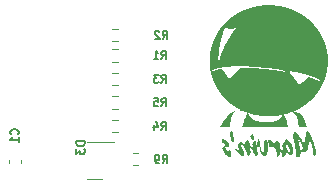
<source format=gbr>
%TF.GenerationSoftware,KiCad,Pcbnew,7.0.2*%
%TF.CreationDate,2023-06-20T09:38:12+02:00*%
%TF.ProjectId,esp-lvl,6573702d-6c76-46c2-9e6b-696361645f70,2.0.0*%
%TF.SameCoordinates,Original*%
%TF.FileFunction,Legend,Bot*%
%TF.FilePolarity,Positive*%
%FSLAX46Y46*%
G04 Gerber Fmt 4.6, Leading zero omitted, Abs format (unit mm)*
G04 Created by KiCad (PCBNEW 7.0.2) date 2023-06-20 09:38:12*
%MOMM*%
%LPD*%
G01*
G04 APERTURE LIST*
%ADD10C,0.150000*%
%ADD11C,0.300000*%
%ADD12C,0.120000*%
G04 APERTURE END LIST*
D10*
%TO.C,D3*%
X144223833Y-99083333D02*
X143523833Y-99083333D01*
X143523833Y-99083333D02*
X143523833Y-99250000D01*
X143523833Y-99250000D02*
X143557166Y-99350000D01*
X143557166Y-99350000D02*
X143623833Y-99416667D01*
X143623833Y-99416667D02*
X143690500Y-99450000D01*
X143690500Y-99450000D02*
X143823833Y-99483333D01*
X143823833Y-99483333D02*
X143923833Y-99483333D01*
X143923833Y-99483333D02*
X144057166Y-99450000D01*
X144057166Y-99450000D02*
X144123833Y-99416667D01*
X144123833Y-99416667D02*
X144190500Y-99350000D01*
X144190500Y-99350000D02*
X144223833Y-99250000D01*
X144223833Y-99250000D02*
X144223833Y-99083333D01*
X143523833Y-99716667D02*
X143523833Y-100150000D01*
X143523833Y-100150000D02*
X143790500Y-99916667D01*
X143790500Y-99916667D02*
X143790500Y-100016667D01*
X143790500Y-100016667D02*
X143823833Y-100083333D01*
X143823833Y-100083333D02*
X143857166Y-100116667D01*
X143857166Y-100116667D02*
X143923833Y-100150000D01*
X143923833Y-100150000D02*
X144090500Y-100150000D01*
X144090500Y-100150000D02*
X144157166Y-100116667D01*
X144157166Y-100116667D02*
X144190500Y-100083333D01*
X144190500Y-100083333D02*
X144223833Y-100016667D01*
X144223833Y-100016667D02*
X144223833Y-99816667D01*
X144223833Y-99816667D02*
X144190500Y-99750000D01*
X144190500Y-99750000D02*
X144157166Y-99716667D01*
%TO.C,R1*%
X150716666Y-92123833D02*
X150949999Y-91790500D01*
X151116666Y-92123833D02*
X151116666Y-91423833D01*
X151116666Y-91423833D02*
X150849999Y-91423833D01*
X150849999Y-91423833D02*
X150783333Y-91457166D01*
X150783333Y-91457166D02*
X150749999Y-91490500D01*
X150749999Y-91490500D02*
X150716666Y-91557166D01*
X150716666Y-91557166D02*
X150716666Y-91657166D01*
X150716666Y-91657166D02*
X150749999Y-91723833D01*
X150749999Y-91723833D02*
X150783333Y-91757166D01*
X150783333Y-91757166D02*
X150849999Y-91790500D01*
X150849999Y-91790500D02*
X151116666Y-91790500D01*
X150049999Y-92123833D02*
X150449999Y-92123833D01*
X150249999Y-92123833D02*
X150249999Y-91423833D01*
X150249999Y-91423833D02*
X150316666Y-91523833D01*
X150316666Y-91523833D02*
X150383333Y-91590500D01*
X150383333Y-91590500D02*
X150449999Y-91623833D01*
%TO.C,R5*%
X150716666Y-96123833D02*
X150949999Y-95790500D01*
X151116666Y-96123833D02*
X151116666Y-95423833D01*
X151116666Y-95423833D02*
X150849999Y-95423833D01*
X150849999Y-95423833D02*
X150783333Y-95457166D01*
X150783333Y-95457166D02*
X150749999Y-95490500D01*
X150749999Y-95490500D02*
X150716666Y-95557166D01*
X150716666Y-95557166D02*
X150716666Y-95657166D01*
X150716666Y-95657166D02*
X150749999Y-95723833D01*
X150749999Y-95723833D02*
X150783333Y-95757166D01*
X150783333Y-95757166D02*
X150849999Y-95790500D01*
X150849999Y-95790500D02*
X151116666Y-95790500D01*
X150083333Y-95423833D02*
X150416666Y-95423833D01*
X150416666Y-95423833D02*
X150449999Y-95757166D01*
X150449999Y-95757166D02*
X150416666Y-95723833D01*
X150416666Y-95723833D02*
X150349999Y-95690500D01*
X150349999Y-95690500D02*
X150183333Y-95690500D01*
X150183333Y-95690500D02*
X150116666Y-95723833D01*
X150116666Y-95723833D02*
X150083333Y-95757166D01*
X150083333Y-95757166D02*
X150049999Y-95823833D01*
X150049999Y-95823833D02*
X150049999Y-95990500D01*
X150049999Y-95990500D02*
X150083333Y-96057166D01*
X150083333Y-96057166D02*
X150116666Y-96090500D01*
X150116666Y-96090500D02*
X150183333Y-96123833D01*
X150183333Y-96123833D02*
X150349999Y-96123833D01*
X150349999Y-96123833D02*
X150416666Y-96090500D01*
X150416666Y-96090500D02*
X150449999Y-96057166D01*
D11*
%TO.C,G\u002A\u002A\u002A*%
X161121427Y-91593044D02*
X161264285Y-91521615D01*
X161264285Y-91521615D02*
X161478570Y-91521615D01*
X161478570Y-91521615D02*
X161692856Y-91593044D01*
X161692856Y-91593044D02*
X161835713Y-91735901D01*
X161835713Y-91735901D02*
X161907142Y-91878758D01*
X161907142Y-91878758D02*
X161978570Y-92164472D01*
X161978570Y-92164472D02*
X161978570Y-92378758D01*
X161978570Y-92378758D02*
X161907142Y-92664472D01*
X161907142Y-92664472D02*
X161835713Y-92807329D01*
X161835713Y-92807329D02*
X161692856Y-92950187D01*
X161692856Y-92950187D02*
X161478570Y-93021615D01*
X161478570Y-93021615D02*
X161335713Y-93021615D01*
X161335713Y-93021615D02*
X161121427Y-92950187D01*
X161121427Y-92950187D02*
X161049999Y-92878758D01*
X161049999Y-92878758D02*
X161049999Y-92378758D01*
X161049999Y-92378758D02*
X161335713Y-92378758D01*
X160192856Y-91521615D02*
X160192856Y-91878758D01*
X160549999Y-91735901D02*
X160192856Y-91878758D01*
X160192856Y-91878758D02*
X159835713Y-91735901D01*
X160407142Y-92164472D02*
X160192856Y-91878758D01*
X160192856Y-91878758D02*
X159978570Y-92164472D01*
X159049999Y-91521615D02*
X159049999Y-91878758D01*
X159407142Y-91735901D02*
X159049999Y-91878758D01*
X159049999Y-91878758D02*
X158692856Y-91735901D01*
X159264285Y-92164472D02*
X159049999Y-91878758D01*
X159049999Y-91878758D02*
X158835713Y-92164472D01*
X157907142Y-91521615D02*
X157907142Y-91878758D01*
X158264285Y-91735901D02*
X157907142Y-91878758D01*
X157907142Y-91878758D02*
X157549999Y-91735901D01*
X158121428Y-92164472D02*
X157907142Y-91878758D01*
X157907142Y-91878758D02*
X157692856Y-92164472D01*
D10*
%TO.C,R9*%
X150816666Y-100923833D02*
X151049999Y-100590500D01*
X151216666Y-100923833D02*
X151216666Y-100223833D01*
X151216666Y-100223833D02*
X150949999Y-100223833D01*
X150949999Y-100223833D02*
X150883333Y-100257166D01*
X150883333Y-100257166D02*
X150849999Y-100290500D01*
X150849999Y-100290500D02*
X150816666Y-100357166D01*
X150816666Y-100357166D02*
X150816666Y-100457166D01*
X150816666Y-100457166D02*
X150849999Y-100523833D01*
X150849999Y-100523833D02*
X150883333Y-100557166D01*
X150883333Y-100557166D02*
X150949999Y-100590500D01*
X150949999Y-100590500D02*
X151216666Y-100590500D01*
X150483333Y-100923833D02*
X150349999Y-100923833D01*
X150349999Y-100923833D02*
X150283333Y-100890500D01*
X150283333Y-100890500D02*
X150249999Y-100857166D01*
X150249999Y-100857166D02*
X150183333Y-100757166D01*
X150183333Y-100757166D02*
X150149999Y-100623833D01*
X150149999Y-100623833D02*
X150149999Y-100357166D01*
X150149999Y-100357166D02*
X150183333Y-100290500D01*
X150183333Y-100290500D02*
X150216666Y-100257166D01*
X150216666Y-100257166D02*
X150283333Y-100223833D01*
X150283333Y-100223833D02*
X150416666Y-100223833D01*
X150416666Y-100223833D02*
X150483333Y-100257166D01*
X150483333Y-100257166D02*
X150516666Y-100290500D01*
X150516666Y-100290500D02*
X150549999Y-100357166D01*
X150549999Y-100357166D02*
X150549999Y-100523833D01*
X150549999Y-100523833D02*
X150516666Y-100590500D01*
X150516666Y-100590500D02*
X150483333Y-100623833D01*
X150483333Y-100623833D02*
X150416666Y-100657166D01*
X150416666Y-100657166D02*
X150283333Y-100657166D01*
X150283333Y-100657166D02*
X150216666Y-100623833D01*
X150216666Y-100623833D02*
X150183333Y-100590500D01*
X150183333Y-100590500D02*
X150149999Y-100523833D01*
%TO.C,R2*%
X150816666Y-90423833D02*
X151049999Y-90090500D01*
X151216666Y-90423833D02*
X151216666Y-89723833D01*
X151216666Y-89723833D02*
X150949999Y-89723833D01*
X150949999Y-89723833D02*
X150883333Y-89757166D01*
X150883333Y-89757166D02*
X150849999Y-89790500D01*
X150849999Y-89790500D02*
X150816666Y-89857166D01*
X150816666Y-89857166D02*
X150816666Y-89957166D01*
X150816666Y-89957166D02*
X150849999Y-90023833D01*
X150849999Y-90023833D02*
X150883333Y-90057166D01*
X150883333Y-90057166D02*
X150949999Y-90090500D01*
X150949999Y-90090500D02*
X151216666Y-90090500D01*
X150549999Y-89790500D02*
X150516666Y-89757166D01*
X150516666Y-89757166D02*
X150449999Y-89723833D01*
X150449999Y-89723833D02*
X150283333Y-89723833D01*
X150283333Y-89723833D02*
X150216666Y-89757166D01*
X150216666Y-89757166D02*
X150183333Y-89790500D01*
X150183333Y-89790500D02*
X150149999Y-89857166D01*
X150149999Y-89857166D02*
X150149999Y-89923833D01*
X150149999Y-89923833D02*
X150183333Y-90023833D01*
X150183333Y-90023833D02*
X150583333Y-90423833D01*
X150583333Y-90423833D02*
X150149999Y-90423833D01*
%TO.C,C1*%
X138557166Y-98483333D02*
X138590500Y-98450000D01*
X138590500Y-98450000D02*
X138623833Y-98350000D01*
X138623833Y-98350000D02*
X138623833Y-98283333D01*
X138623833Y-98283333D02*
X138590500Y-98183333D01*
X138590500Y-98183333D02*
X138523833Y-98116667D01*
X138523833Y-98116667D02*
X138457166Y-98083333D01*
X138457166Y-98083333D02*
X138323833Y-98050000D01*
X138323833Y-98050000D02*
X138223833Y-98050000D01*
X138223833Y-98050000D02*
X138090500Y-98083333D01*
X138090500Y-98083333D02*
X138023833Y-98116667D01*
X138023833Y-98116667D02*
X137957166Y-98183333D01*
X137957166Y-98183333D02*
X137923833Y-98283333D01*
X137923833Y-98283333D02*
X137923833Y-98350000D01*
X137923833Y-98350000D02*
X137957166Y-98450000D01*
X137957166Y-98450000D02*
X137990500Y-98483333D01*
X138623833Y-99150000D02*
X138623833Y-98750000D01*
X138623833Y-98950000D02*
X137923833Y-98950000D01*
X137923833Y-98950000D02*
X138023833Y-98883333D01*
X138023833Y-98883333D02*
X138090500Y-98816667D01*
X138090500Y-98816667D02*
X138123833Y-98750000D01*
%TO.C,R3*%
X150716666Y-94123833D02*
X150949999Y-93790500D01*
X151116666Y-94123833D02*
X151116666Y-93423833D01*
X151116666Y-93423833D02*
X150849999Y-93423833D01*
X150849999Y-93423833D02*
X150783333Y-93457166D01*
X150783333Y-93457166D02*
X150749999Y-93490500D01*
X150749999Y-93490500D02*
X150716666Y-93557166D01*
X150716666Y-93557166D02*
X150716666Y-93657166D01*
X150716666Y-93657166D02*
X150749999Y-93723833D01*
X150749999Y-93723833D02*
X150783333Y-93757166D01*
X150783333Y-93757166D02*
X150849999Y-93790500D01*
X150849999Y-93790500D02*
X151116666Y-93790500D01*
X150483333Y-93423833D02*
X150049999Y-93423833D01*
X150049999Y-93423833D02*
X150283333Y-93690500D01*
X150283333Y-93690500D02*
X150183333Y-93690500D01*
X150183333Y-93690500D02*
X150116666Y-93723833D01*
X150116666Y-93723833D02*
X150083333Y-93757166D01*
X150083333Y-93757166D02*
X150049999Y-93823833D01*
X150049999Y-93823833D02*
X150049999Y-93990500D01*
X150049999Y-93990500D02*
X150083333Y-94057166D01*
X150083333Y-94057166D02*
X150116666Y-94090500D01*
X150116666Y-94090500D02*
X150183333Y-94123833D01*
X150183333Y-94123833D02*
X150383333Y-94123833D01*
X150383333Y-94123833D02*
X150449999Y-94090500D01*
X150449999Y-94090500D02*
X150483333Y-94057166D01*
%TO.C,R4*%
X150716666Y-98123833D02*
X150949999Y-97790500D01*
X151116666Y-98123833D02*
X151116666Y-97423833D01*
X151116666Y-97423833D02*
X150849999Y-97423833D01*
X150849999Y-97423833D02*
X150783333Y-97457166D01*
X150783333Y-97457166D02*
X150749999Y-97490500D01*
X150749999Y-97490500D02*
X150716666Y-97557166D01*
X150716666Y-97557166D02*
X150716666Y-97657166D01*
X150716666Y-97657166D02*
X150749999Y-97723833D01*
X150749999Y-97723833D02*
X150783333Y-97757166D01*
X150783333Y-97757166D02*
X150849999Y-97790500D01*
X150849999Y-97790500D02*
X151116666Y-97790500D01*
X150116666Y-97657166D02*
X150116666Y-98123833D01*
X150283333Y-97390500D02*
X150449999Y-97890500D01*
X150449999Y-97890500D02*
X150016666Y-97890500D01*
D12*
%TO.C,D3*%
X145050000Y-99140000D02*
X144400000Y-99140000D01*
X145050000Y-99140000D02*
X146725000Y-99140000D01*
X145050000Y-102260000D02*
X144400000Y-102260000D01*
X145050000Y-102260000D02*
X145700000Y-102260000D01*
%TO.C,R1*%
X147037258Y-91277500D02*
X146562742Y-91277500D01*
X147037258Y-92322500D02*
X146562742Y-92322500D01*
%TO.C,R5*%
X147037258Y-95277500D02*
X146562742Y-95277500D01*
X147037258Y-96322500D02*
X146562742Y-96322500D01*
%TO.C,G\u002A\u002A\u002A*%
G36*
X160226594Y-87571901D02*
G01*
X160259983Y-87574156D01*
X160305610Y-87574955D01*
X160334667Y-87575255D01*
X160373137Y-87576964D01*
X160397942Y-87580000D01*
X160406732Y-87584148D01*
X160406977Y-87584970D01*
X160418262Y-87589330D01*
X160423197Y-87589896D01*
X160443855Y-87592265D01*
X160480276Y-87593341D01*
X160486855Y-87593371D01*
X160521736Y-87594782D01*
X160545218Y-87597981D01*
X160553819Y-87602533D01*
X160553819Y-87602542D01*
X160562121Y-87607130D01*
X160562349Y-87607256D01*
X160585159Y-87610512D01*
X160618169Y-87611726D01*
X160618232Y-87611726D01*
X160651228Y-87612945D01*
X160674017Y-87616204D01*
X160682519Y-87620919D01*
X160688378Y-87625071D01*
X160690809Y-87625516D01*
X160708297Y-87628717D01*
X160737677Y-87630112D01*
X160762587Y-87631089D01*
X160784461Y-87634408D01*
X160792834Y-87639305D01*
X160795936Y-87642616D01*
X160800998Y-87643902D01*
X160812579Y-87646844D01*
X160838799Y-87648498D01*
X160855356Y-87649118D01*
X160876496Y-87652447D01*
X160884763Y-87657691D01*
X160887865Y-87661002D01*
X160892923Y-87662287D01*
X160904508Y-87665230D01*
X160930728Y-87666884D01*
X160947285Y-87667504D01*
X160968425Y-87670833D01*
X160976692Y-87676077D01*
X160977630Y-87678137D01*
X160984006Y-87680673D01*
X160990438Y-87683231D01*
X161013464Y-87685270D01*
X161021707Y-87685504D01*
X161042080Y-87688706D01*
X161050236Y-87694463D01*
X161051173Y-87696523D01*
X161063981Y-87701617D01*
X161087007Y-87703655D01*
X161095250Y-87703890D01*
X161115624Y-87707092D01*
X161123779Y-87712848D01*
X161124717Y-87714909D01*
X161133991Y-87718597D01*
X161137524Y-87720002D01*
X161160551Y-87722041D01*
X161168793Y-87722276D01*
X161189167Y-87725478D01*
X161197322Y-87731234D01*
X161198260Y-87733295D01*
X161204637Y-87735831D01*
X161211067Y-87738388D01*
X161234094Y-87740427D01*
X161242337Y-87740661D01*
X161262710Y-87743863D01*
X161270865Y-87749620D01*
X161270868Y-87749734D01*
X161278990Y-87756080D01*
X161279080Y-87756150D01*
X161298444Y-87758813D01*
X161298787Y-87758814D01*
X161318035Y-87761551D01*
X161326023Y-87768006D01*
X161326961Y-87770066D01*
X161333337Y-87772602D01*
X161339768Y-87775160D01*
X161362795Y-87777199D01*
X161371037Y-87777433D01*
X161391411Y-87780635D01*
X161399566Y-87786392D01*
X161399568Y-87786506D01*
X161407781Y-87792922D01*
X161427145Y-87795584D01*
X161427488Y-87795585D01*
X161446735Y-87798323D01*
X161452997Y-87803382D01*
X161454724Y-87804777D01*
X161454726Y-87804892D01*
X161462938Y-87811308D01*
X161482302Y-87813970D01*
X161482645Y-87813971D01*
X161501893Y-87816709D01*
X161509141Y-87822565D01*
X161509881Y-87823163D01*
X161509883Y-87823278D01*
X161518096Y-87829693D01*
X161537460Y-87832356D01*
X161537803Y-87832357D01*
X161557050Y-87835094D01*
X161561816Y-87838945D01*
X161565038Y-87841549D01*
X161565041Y-87841663D01*
X161573253Y-87848079D01*
X161592617Y-87850742D01*
X161592960Y-87850743D01*
X161612208Y-87853480D01*
X161614358Y-87855217D01*
X161620196Y-87859935D01*
X161623644Y-87865278D01*
X161638582Y-87869128D01*
X161649268Y-87870852D01*
X161655530Y-87876926D01*
X161656968Y-87878321D01*
X161656970Y-87878435D01*
X161662707Y-87882917D01*
X161665182Y-87884851D01*
X161684546Y-87887514D01*
X161684889Y-87887514D01*
X161704137Y-87890252D01*
X161712125Y-87896706D01*
X161715573Y-87902050D01*
X161730511Y-87905899D01*
X161741197Y-87907623D01*
X161748281Y-87914494D01*
X161748897Y-87915092D01*
X161748899Y-87915207D01*
X161752125Y-87917727D01*
X161757111Y-87921622D01*
X161776475Y-87924285D01*
X161776818Y-87924286D01*
X161796066Y-87927023D01*
X161804054Y-87933478D01*
X161807502Y-87938821D01*
X161822440Y-87942671D01*
X161833126Y-87944395D01*
X161840208Y-87951265D01*
X161840826Y-87951864D01*
X161840828Y-87951978D01*
X161844055Y-87954499D01*
X161849040Y-87958394D01*
X161868404Y-87961057D01*
X161868748Y-87961057D01*
X161887995Y-87963795D01*
X161895983Y-87970250D01*
X161899431Y-87975593D01*
X161914369Y-87979443D01*
X161925055Y-87981166D01*
X161932138Y-87988037D01*
X161932755Y-87988636D01*
X161935720Y-87993232D01*
X161936202Y-87993979D01*
X161951141Y-87997828D01*
X161961827Y-87999552D01*
X161969526Y-88007021D01*
X161969528Y-88007136D01*
X161977741Y-88013551D01*
X161993164Y-88015672D01*
X161997105Y-88016214D01*
X161997448Y-88016215D01*
X162016695Y-88018952D01*
X162024684Y-88025407D01*
X162028131Y-88030750D01*
X162043070Y-88034600D01*
X162053756Y-88036324D01*
X162061455Y-88043793D01*
X162064903Y-88049136D01*
X162079841Y-88052986D01*
X162090528Y-88054710D01*
X162098227Y-88062179D01*
X162101675Y-88067522D01*
X162116613Y-88071372D01*
X162127299Y-88073095D01*
X162134382Y-88079966D01*
X162134999Y-88080565D01*
X162138446Y-88085908D01*
X162153384Y-88089757D01*
X162164071Y-88091481D01*
X162171770Y-88098950D01*
X162175218Y-88104294D01*
X162190156Y-88108143D01*
X162200842Y-88109867D01*
X162207926Y-88116738D01*
X162208542Y-88117336D01*
X162211990Y-88122679D01*
X162226928Y-88126529D01*
X162237614Y-88128253D01*
X162244696Y-88135123D01*
X162245314Y-88135722D01*
X162248761Y-88141065D01*
X162263699Y-88144915D01*
X162274386Y-88146639D01*
X162282085Y-88154108D01*
X162284642Y-88159028D01*
X162298442Y-88163301D01*
X162311530Y-88167327D01*
X162320506Y-88175129D01*
X162328050Y-88181687D01*
X162332801Y-88186283D01*
X162339885Y-88193136D01*
X162356269Y-88199530D01*
X162357658Y-88200072D01*
X162366412Y-88201510D01*
X162374014Y-88209265D01*
X162377462Y-88214608D01*
X162392400Y-88218458D01*
X162403086Y-88220182D01*
X162404467Y-88221522D01*
X162410786Y-88227651D01*
X162413343Y-88232571D01*
X162427142Y-88236844D01*
X162440231Y-88240871D01*
X162445485Y-88245438D01*
X162449205Y-88248672D01*
X162456750Y-88255230D01*
X162461501Y-88259826D01*
X162468585Y-88266680D01*
X162475291Y-88269297D01*
X162486359Y-88273616D01*
X162495113Y-88275053D01*
X162502715Y-88282809D01*
X162505272Y-88287729D01*
X162519071Y-88292001D01*
X162532160Y-88296028D01*
X162537415Y-88300596D01*
X162548679Y-88310387D01*
X162560514Y-88321837D01*
X162578288Y-88328773D01*
X162587042Y-88330210D01*
X162594644Y-88337966D01*
X162597201Y-88342886D01*
X162611000Y-88347159D01*
X162624089Y-88351186D01*
X162629343Y-88355753D01*
X162633064Y-88358987D01*
X162640609Y-88365545D01*
X162652086Y-88377059D01*
X162668187Y-88383930D01*
X162680099Y-88388009D01*
X162682210Y-88389937D01*
X162695766Y-88402316D01*
X162700348Y-88406913D01*
X162707243Y-88413830D01*
X162723345Y-88420702D01*
X162735257Y-88424781D01*
X162740201Y-88429296D01*
X162743742Y-88432530D01*
X162750923Y-88439088D01*
X162762101Y-88450655D01*
X162776843Y-88457474D01*
X162780017Y-88458070D01*
X162789144Y-88463480D01*
X162796088Y-88467596D01*
X162815274Y-88485052D01*
X162820870Y-88490750D01*
X162821952Y-88491641D01*
X162839830Y-88506363D01*
X162853704Y-88512631D01*
X162853890Y-88512701D01*
X162864645Y-88516753D01*
X162879624Y-88531017D01*
X162890801Y-88542584D01*
X162905544Y-88549403D01*
X162908718Y-88549999D01*
X162917365Y-88555125D01*
X162924788Y-88559525D01*
X162943974Y-88576982D01*
X162949670Y-88582816D01*
X162967914Y-88598335D01*
X162980559Y-88604560D01*
X162987814Y-88607624D01*
X162999015Y-88616162D01*
X163005332Y-88620977D01*
X163017056Y-88632139D01*
X163026711Y-88641332D01*
X163041687Y-88655996D01*
X163060847Y-88671918D01*
X163072675Y-88678103D01*
X163079855Y-88681168D01*
X163079864Y-88681172D01*
X163097299Y-88694525D01*
X163118640Y-88714875D01*
X163129032Y-88725071D01*
X163133609Y-88729561D01*
X163152620Y-88745467D01*
X163164237Y-88751647D01*
X163164755Y-88751723D01*
X163176003Y-88759204D01*
X163196913Y-88777144D01*
X163224688Y-88803040D01*
X163253855Y-88831747D01*
X163256533Y-88834383D01*
X163258112Y-88835972D01*
X163260136Y-88838008D01*
X163291603Y-88868864D01*
X163318619Y-88894004D01*
X163338412Y-88910923D01*
X163348207Y-88917119D01*
X163353374Y-88919882D01*
X163369947Y-88933474D01*
X163394648Y-88956009D01*
X163424785Y-88984798D01*
X163457668Y-89017147D01*
X163490605Y-89050366D01*
X163520907Y-89081761D01*
X163545883Y-89108643D01*
X163562841Y-89128318D01*
X163569092Y-89138095D01*
X163571481Y-89143074D01*
X163571735Y-89143397D01*
X163577761Y-89151048D01*
X163584400Y-89159476D01*
X163606009Y-89183302D01*
X163633442Y-89211292D01*
X163650755Y-89228741D01*
X163674974Y-89254663D01*
X163691610Y-89274476D01*
X163697793Y-89284901D01*
X163698524Y-89287264D01*
X163700410Y-89289937D01*
X163708484Y-89301380D01*
X163727667Y-89323234D01*
X163752950Y-89349186D01*
X163761863Y-89358073D01*
X163784837Y-89382486D01*
X163785469Y-89383158D01*
X163801927Y-89403003D01*
X163808108Y-89413935D01*
X163808389Y-89415204D01*
X163808736Y-89416773D01*
X163818288Y-89431662D01*
X163835686Y-89450308D01*
X163841507Y-89455993D01*
X163857035Y-89474310D01*
X163863265Y-89487079D01*
X163863887Y-89489984D01*
X163864032Y-89490214D01*
X163873434Y-89505101D01*
X163890844Y-89523851D01*
X163896664Y-89529536D01*
X163912193Y-89547853D01*
X163918422Y-89560622D01*
X163918538Y-89561165D01*
X163919045Y-89563527D01*
X163928592Y-89578644D01*
X163946001Y-89597394D01*
X163951699Y-89602990D01*
X163967312Y-89621951D01*
X163972830Y-89634166D01*
X163973580Y-89635825D01*
X163977702Y-89646765D01*
X163991966Y-89661744D01*
X164003480Y-89673221D01*
X164008871Y-89685852D01*
X164010352Y-89689323D01*
X164014430Y-89701235D01*
X164028737Y-89716902D01*
X164040252Y-89728379D01*
X164046867Y-89743882D01*
X164047123Y-89744481D01*
X164051202Y-89756392D01*
X164065509Y-89772059D01*
X164077023Y-89783536D01*
X164082414Y-89796167D01*
X164083895Y-89799638D01*
X164087973Y-89811550D01*
X164102281Y-89827217D01*
X164113730Y-89839052D01*
X164120086Y-89855338D01*
X164120666Y-89856825D01*
X164122104Y-89865579D01*
X164129859Y-89873181D01*
X164134780Y-89875739D01*
X164139052Y-89889538D01*
X164142321Y-89900161D01*
X164143079Y-89902626D01*
X164157438Y-89919146D01*
X164168888Y-89930981D01*
X164173238Y-89942128D01*
X164175824Y-89948754D01*
X164177261Y-89957508D01*
X164185017Y-89965110D01*
X164189937Y-89967668D01*
X164194210Y-89981467D01*
X164197478Y-89992091D01*
X164198236Y-89994555D01*
X164212595Y-90011075D01*
X164224045Y-90022910D01*
X164224808Y-90024864D01*
X164230981Y-90040683D01*
X164232419Y-90049437D01*
X164240174Y-90057039D01*
X164245517Y-90060487D01*
X164249367Y-90075425D01*
X164249716Y-90077589D01*
X164251091Y-90086112D01*
X164258560Y-90093811D01*
X164263903Y-90097259D01*
X164267753Y-90112197D01*
X164269139Y-90120791D01*
X164269477Y-90122883D01*
X164276946Y-90130583D01*
X164282289Y-90134030D01*
X164286139Y-90148968D01*
X164287526Y-90157563D01*
X164287863Y-90159655D01*
X164295332Y-90167354D01*
X164300675Y-90170802D01*
X164304525Y-90185740D01*
X164306248Y-90196426D01*
X164313717Y-90204126D01*
X164319061Y-90207574D01*
X164322910Y-90222512D01*
X164324634Y-90233198D01*
X164332103Y-90240898D01*
X164337446Y-90244345D01*
X164341296Y-90259283D01*
X164343020Y-90269970D01*
X164350489Y-90277669D01*
X164355832Y-90281117D01*
X164359682Y-90296055D01*
X164361406Y-90306741D01*
X164368875Y-90314441D01*
X164374218Y-90317888D01*
X164378068Y-90332827D01*
X164379792Y-90343513D01*
X164387261Y-90351212D01*
X164392604Y-90354660D01*
X164396454Y-90369598D01*
X164397840Y-90378193D01*
X164398177Y-90380285D01*
X164405647Y-90387984D01*
X164410990Y-90391432D01*
X164414839Y-90406370D01*
X164416225Y-90414964D01*
X164416563Y-90417056D01*
X164424032Y-90424756D01*
X164424147Y-90424758D01*
X164430562Y-90432970D01*
X164433225Y-90452334D01*
X164433226Y-90452677D01*
X164433332Y-90453419D01*
X164435964Y-90471925D01*
X164442418Y-90479913D01*
X164447761Y-90483361D01*
X164451611Y-90498299D01*
X164453335Y-90508985D01*
X164460804Y-90516685D01*
X164466147Y-90520132D01*
X164469997Y-90535071D01*
X164470738Y-90539667D01*
X164471721Y-90545757D01*
X164479190Y-90553456D01*
X164479304Y-90553458D01*
X164485720Y-90561671D01*
X164488383Y-90581035D01*
X164488383Y-90581378D01*
X164489392Y-90588472D01*
X164491121Y-90600625D01*
X164497576Y-90608614D01*
X164497690Y-90608616D01*
X164504106Y-90616829D01*
X164506136Y-90631596D01*
X164506768Y-90636193D01*
X164506769Y-90636536D01*
X164509507Y-90655783D01*
X164515961Y-90663771D01*
X164521305Y-90667219D01*
X164525154Y-90682157D01*
X164526878Y-90692843D01*
X164534347Y-90700543D01*
X164534462Y-90700545D01*
X164540877Y-90708758D01*
X164543458Y-90727523D01*
X164543540Y-90728122D01*
X164543541Y-90728465D01*
X164546278Y-90747712D01*
X164552733Y-90755700D01*
X164552847Y-90755702D01*
X164559263Y-90763915D01*
X164561294Y-90778683D01*
X164561926Y-90783279D01*
X164561927Y-90783622D01*
X164564664Y-90802869D01*
X164571119Y-90810858D01*
X164571233Y-90810860D01*
X164577649Y-90819073D01*
X164579680Y-90833840D01*
X164580312Y-90838436D01*
X164580312Y-90838780D01*
X164583050Y-90858027D01*
X164589505Y-90866015D01*
X164589619Y-90866017D01*
X164596035Y-90874230D01*
X164598066Y-90888997D01*
X164598698Y-90893594D01*
X164598698Y-90893937D01*
X164601436Y-90913184D01*
X164607890Y-90921173D01*
X164609951Y-90922110D01*
X164615045Y-90934918D01*
X164615863Y-90944155D01*
X164617083Y-90957944D01*
X164617318Y-90966187D01*
X164620520Y-90986560D01*
X164626276Y-90994716D01*
X164626391Y-90994718D01*
X164632806Y-91002931D01*
X164635469Y-91022295D01*
X164635470Y-91022638D01*
X164638207Y-91041885D01*
X164644662Y-91049873D01*
X164646723Y-91050811D01*
X164651816Y-91063618D01*
X164652634Y-91072856D01*
X164653855Y-91086645D01*
X164654089Y-91094888D01*
X164657291Y-91115261D01*
X164663048Y-91123417D01*
X164663162Y-91123419D01*
X164669578Y-91131631D01*
X164672241Y-91150995D01*
X164672242Y-91151338D01*
X164674979Y-91170586D01*
X164681434Y-91178574D01*
X164684745Y-91181676D01*
X164688973Y-91198318D01*
X164690399Y-91220928D01*
X164690627Y-91224539D01*
X164691247Y-91241096D01*
X164694576Y-91262235D01*
X164699820Y-91270503D01*
X164703131Y-91273605D01*
X164707359Y-91290247D01*
X164707563Y-91293485D01*
X164709012Y-91316468D01*
X164709184Y-91321064D01*
X164709633Y-91333025D01*
X164712961Y-91354164D01*
X164718205Y-91362432D01*
X164721517Y-91365534D01*
X164725745Y-91382176D01*
X164727398Y-91408397D01*
X164728019Y-91424954D01*
X164731347Y-91446093D01*
X164736591Y-91454361D01*
X164740743Y-91460220D01*
X164743876Y-91477343D01*
X164744388Y-91480139D01*
X164745529Y-91504156D01*
X164745784Y-91509519D01*
X164746761Y-91534428D01*
X164750080Y-91556303D01*
X164754977Y-91564676D01*
X164754986Y-91564676D01*
X164759700Y-91573206D01*
X164761762Y-91587658D01*
X164762955Y-91596016D01*
X164763634Y-91614471D01*
X164764170Y-91629026D01*
X164764170Y-91629089D01*
X164765389Y-91662085D01*
X164768647Y-91684874D01*
X164773363Y-91693377D01*
X164775484Y-91695328D01*
X164779236Y-91711725D01*
X164779603Y-91716359D01*
X164781682Y-91742600D01*
X164781992Y-91757727D01*
X164782556Y-91785306D01*
X164782751Y-91806522D01*
X164784390Y-91844041D01*
X164787478Y-91868495D01*
X164791749Y-91877235D01*
X164793553Y-91881832D01*
X164795415Y-91900217D01*
X164795775Y-91903771D01*
X164797612Y-91943469D01*
X164798029Y-91959971D01*
X164799056Y-92000559D01*
X164800098Y-92074676D01*
X164800729Y-92165455D01*
X164800941Y-92272530D01*
X164800835Y-92350099D01*
X164800324Y-92445660D01*
X164799401Y-92524665D01*
X164798109Y-92585089D01*
X164798074Y-92586749D01*
X164796350Y-92631548D01*
X164794239Y-92658695D01*
X164791749Y-92667825D01*
X164790228Y-92668741D01*
X164786189Y-92682638D01*
X164783520Y-92710917D01*
X164782556Y-92750561D01*
X164782454Y-92764247D01*
X164782059Y-92773543D01*
X164780910Y-92800596D01*
X164779639Y-92810315D01*
X164777768Y-92824619D01*
X164773363Y-92833297D01*
X164773354Y-92833297D01*
X164768640Y-92841828D01*
X164765385Y-92864637D01*
X164764170Y-92897647D01*
X164764170Y-92897710D01*
X164763833Y-92906840D01*
X164762951Y-92930706D01*
X164761763Y-92939016D01*
X164759693Y-92953495D01*
X164754977Y-92961998D01*
X164750825Y-92967857D01*
X164747180Y-92987775D01*
X164745784Y-93017155D01*
X164744808Y-93042065D01*
X164743705Y-93049330D01*
X164741488Y-93063939D01*
X164736591Y-93072313D01*
X164732440Y-93078171D01*
X164728794Y-93098090D01*
X164727398Y-93127470D01*
X164727038Y-93136663D01*
X164726422Y-93152380D01*
X164723102Y-93174254D01*
X164718205Y-93182628D01*
X164716145Y-93183565D01*
X164711051Y-93196373D01*
X164709012Y-93219399D01*
X164708778Y-93227642D01*
X164707906Y-93233189D01*
X164705576Y-93248015D01*
X164699820Y-93256171D01*
X164696508Y-93259273D01*
X164692280Y-93275915D01*
X164690627Y-93302135D01*
X164690180Y-93314065D01*
X164690006Y-93318692D01*
X164686678Y-93339832D01*
X164681434Y-93348100D01*
X164679373Y-93349038D01*
X164674280Y-93361845D01*
X164672241Y-93384871D01*
X164672163Y-93387608D01*
X164672006Y-93393114D01*
X164668805Y-93413488D01*
X164663048Y-93421643D01*
X164662934Y-93421645D01*
X164656518Y-93429858D01*
X164653855Y-93449222D01*
X164653854Y-93449565D01*
X164653249Y-93453818D01*
X164651117Y-93468812D01*
X164644662Y-93476801D01*
X164642601Y-93477738D01*
X164637508Y-93490546D01*
X164635876Y-93508976D01*
X164635469Y-93513572D01*
X164635235Y-93521815D01*
X164634672Y-93525400D01*
X164632033Y-93542188D01*
X164626276Y-93550344D01*
X164626162Y-93550346D01*
X164619746Y-93558559D01*
X164617083Y-93577923D01*
X164617083Y-93578266D01*
X164616478Y-93582519D01*
X164614345Y-93597513D01*
X164607890Y-93605501D01*
X164607776Y-93605503D01*
X164601360Y-93613716D01*
X164598698Y-93633080D01*
X164598697Y-93633423D01*
X164595959Y-93652670D01*
X164589505Y-93660659D01*
X164589390Y-93660661D01*
X164582975Y-93668873D01*
X164580312Y-93688237D01*
X164580311Y-93688580D01*
X164579706Y-93692834D01*
X164577573Y-93707828D01*
X164571119Y-93715816D01*
X164571004Y-93715818D01*
X164564589Y-93724031D01*
X164561926Y-93743395D01*
X164561925Y-93743738D01*
X164561320Y-93747991D01*
X164559188Y-93762985D01*
X164552733Y-93770974D01*
X164552619Y-93770976D01*
X164546203Y-93779188D01*
X164543540Y-93798552D01*
X164543539Y-93798895D01*
X164542934Y-93803149D01*
X164540802Y-93818143D01*
X164534347Y-93826131D01*
X164534233Y-93826133D01*
X164527817Y-93834346D01*
X164526313Y-93845283D01*
X164525154Y-93853710D01*
X164525154Y-93854053D01*
X164522416Y-93873300D01*
X164515961Y-93881288D01*
X164510618Y-93884736D01*
X164507953Y-93895078D01*
X164506768Y-93899674D01*
X164505045Y-93910361D01*
X164501992Y-93913508D01*
X164497576Y-93918060D01*
X164497461Y-93918062D01*
X164491045Y-93926275D01*
X164488846Y-93942268D01*
X164488383Y-93945639D01*
X164488382Y-93945982D01*
X164485644Y-93965229D01*
X164479190Y-93973217D01*
X164473847Y-93976665D01*
X164469997Y-93991603D01*
X164468273Y-94002290D01*
X164460804Y-94009989D01*
X164460690Y-94009991D01*
X164454274Y-94018204D01*
X164453507Y-94023778D01*
X164451611Y-94037568D01*
X164451610Y-94037911D01*
X164450858Y-94043200D01*
X164448873Y-94057158D01*
X164442418Y-94065147D01*
X164437075Y-94068594D01*
X164434915Y-94076975D01*
X164433225Y-94083532D01*
X164431501Y-94094219D01*
X164424032Y-94101918D01*
X164418689Y-94105366D01*
X164416024Y-94115708D01*
X164414839Y-94120304D01*
X164413116Y-94130990D01*
X164405647Y-94138690D01*
X164400303Y-94142137D01*
X164396454Y-94157076D01*
X164394730Y-94167762D01*
X164387261Y-94175461D01*
X164381918Y-94178909D01*
X164378068Y-94193847D01*
X164376344Y-94204534D01*
X164368875Y-94212233D01*
X164363532Y-94215681D01*
X164359682Y-94230619D01*
X164357958Y-94241305D01*
X164350489Y-94249005D01*
X164345146Y-94252452D01*
X164341296Y-94267390D01*
X164339572Y-94278077D01*
X164332103Y-94285776D01*
X164326760Y-94289224D01*
X164322910Y-94304162D01*
X164321187Y-94314848D01*
X164318177Y-94317951D01*
X164313717Y-94322548D01*
X164308374Y-94325996D01*
X164304525Y-94340934D01*
X164302801Y-94351620D01*
X164295332Y-94359320D01*
X164289989Y-94362767D01*
X164288662Y-94367914D01*
X164286139Y-94377705D01*
X164284415Y-94388392D01*
X164276946Y-94396091D01*
X164271603Y-94399539D01*
X164270276Y-94404686D01*
X164269443Y-94407919D01*
X164267753Y-94414477D01*
X164266029Y-94425163D01*
X164258560Y-94432863D01*
X164253217Y-94436310D01*
X164251057Y-94444691D01*
X164249367Y-94451249D01*
X164247643Y-94461935D01*
X164240174Y-94469634D01*
X164234831Y-94473082D01*
X164231942Y-94484293D01*
X164230981Y-94488020D01*
X164229257Y-94498707D01*
X164221788Y-94506406D01*
X164216868Y-94508963D01*
X164213329Y-94520391D01*
X164212595Y-94522762D01*
X164208569Y-94535851D01*
X164194210Y-94552371D01*
X164182760Y-94564205D01*
X164177994Y-94576418D01*
X164175824Y-94581979D01*
X164174387Y-94590733D01*
X164166631Y-94598335D01*
X164161711Y-94600892D01*
X164157438Y-94614691D01*
X164153411Y-94627780D01*
X164139052Y-94644300D01*
X164127538Y-94655777D01*
X164126551Y-94658089D01*
X164120666Y-94671878D01*
X164118997Y-94676753D01*
X164116588Y-94683790D01*
X164102281Y-94699457D01*
X164090766Y-94710934D01*
X164083895Y-94727036D01*
X164082321Y-94731632D01*
X164079816Y-94738948D01*
X164065509Y-94754615D01*
X164053995Y-94766092D01*
X164047123Y-94782193D01*
X164043045Y-94794105D01*
X164028737Y-94809772D01*
X164017223Y-94821249D01*
X164010352Y-94837351D01*
X164006302Y-94849179D01*
X164006273Y-94849263D01*
X163991966Y-94864929D01*
X163980398Y-94876107D01*
X163974938Y-94887912D01*
X163973580Y-94890849D01*
X163972984Y-94894023D01*
X163965709Y-94906297D01*
X163963458Y-94910094D01*
X163946001Y-94929280D01*
X163940304Y-94934876D01*
X163930717Y-94946518D01*
X163924691Y-94953836D01*
X163921248Y-94961455D01*
X163918422Y-94967710D01*
X163914301Y-94978651D01*
X163900037Y-94993630D01*
X163888463Y-95004773D01*
X163882453Y-95017644D01*
X163881651Y-95019362D01*
X163878630Y-95027205D01*
X163865277Y-95045464D01*
X163844879Y-95067173D01*
X163830208Y-95082147D01*
X163814291Y-95101257D01*
X163811894Y-95105814D01*
X163810314Y-95108819D01*
X163808108Y-95113014D01*
X163808101Y-95113197D01*
X163801561Y-95124779D01*
X163792104Y-95136120D01*
X163785087Y-95144535D01*
X163762143Y-95168295D01*
X163761351Y-95169069D01*
X163738564Y-95192730D01*
X163729551Y-95203561D01*
X163722352Y-95212212D01*
X163718103Y-95219888D01*
X163716179Y-95223365D01*
X163715450Y-95225749D01*
X163705492Y-95239929D01*
X163686307Y-95261830D01*
X163661021Y-95287803D01*
X163652043Y-95296746D01*
X163630053Y-95319978D01*
X163628468Y-95321653D01*
X163612035Y-95341184D01*
X163610267Y-95344204D01*
X163608959Y-95346437D01*
X163605864Y-95351722D01*
X163600817Y-95359644D01*
X163584664Y-95378405D01*
X163559716Y-95405322D01*
X163528359Y-95438010D01*
X163492978Y-95474082D01*
X163455958Y-95511151D01*
X163419684Y-95546832D01*
X163386543Y-95578738D01*
X163358918Y-95604482D01*
X163339196Y-95621678D01*
X163329761Y-95627941D01*
X163321694Y-95632660D01*
X163303062Y-95648211D01*
X163277281Y-95672041D01*
X163269957Y-95679243D01*
X163261363Y-95687694D01*
X163247340Y-95701484D01*
X163230582Y-95718002D01*
X163221139Y-95727309D01*
X163194521Y-95752040D01*
X163174604Y-95768835D01*
X163164401Y-95775027D01*
X163164216Y-95775034D01*
X163152790Y-95781583D01*
X163143727Y-95789186D01*
X163133154Y-95798056D01*
X163114199Y-95816395D01*
X163109447Y-95820992D01*
X163108708Y-95821748D01*
X163094957Y-95834961D01*
X163084977Y-95844551D01*
X163065797Y-95860398D01*
X163065338Y-95860777D01*
X163053978Y-95866956D01*
X163051125Y-95867583D01*
X163036186Y-95877134D01*
X163021970Y-95890385D01*
X163017518Y-95894535D01*
X163011832Y-95900355D01*
X162993515Y-95915884D01*
X162980746Y-95922114D01*
X162977841Y-95922736D01*
X162962724Y-95932283D01*
X162960494Y-95934354D01*
X162948444Y-95945542D01*
X162943974Y-95949692D01*
X162938289Y-95955513D01*
X162919972Y-95971041D01*
X162912114Y-95974875D01*
X162907203Y-95977271D01*
X162904298Y-95977893D01*
X162889181Y-95987440D01*
X162874900Y-96000700D01*
X162870431Y-96004850D01*
X162864835Y-96010547D01*
X162849342Y-96023305D01*
X162845875Y-96026160D01*
X162832001Y-96032428D01*
X162821060Y-96036550D01*
X162806081Y-96050814D01*
X162794604Y-96062328D01*
X162786635Y-96065729D01*
X162778502Y-96069200D01*
X162770807Y-96071835D01*
X162766590Y-96073279D01*
X162750923Y-96087586D01*
X162746342Y-96092182D01*
X162739446Y-96099100D01*
X162734116Y-96101375D01*
X162723345Y-96105972D01*
X162711433Y-96110050D01*
X162700800Y-96119761D01*
X162695766Y-96124358D01*
X162684289Y-96135872D01*
X162674282Y-96140142D01*
X162668187Y-96142743D01*
X162660492Y-96145378D01*
X162656275Y-96146822D01*
X162640609Y-96161129D01*
X162631203Y-96170565D01*
X162629132Y-96172643D01*
X162613030Y-96179515D01*
X162601118Y-96183593D01*
X162585451Y-96197901D01*
X162576568Y-96206495D01*
X162573616Y-96209351D01*
X162572647Y-96209729D01*
X162555843Y-96216287D01*
X162547089Y-96217724D01*
X162539487Y-96225480D01*
X162537097Y-96230076D01*
X162536929Y-96230400D01*
X162523130Y-96234672D01*
X162510042Y-96238699D01*
X162508873Y-96239715D01*
X162493522Y-96253058D01*
X162484638Y-96261653D01*
X162481687Y-96264508D01*
X162480718Y-96264886D01*
X162463914Y-96271444D01*
X162455159Y-96272881D01*
X162447557Y-96280637D01*
X162444592Y-96285233D01*
X162444110Y-96285980D01*
X162429172Y-96289830D01*
X162418485Y-96291554D01*
X162411403Y-96298424D01*
X162410786Y-96299023D01*
X162408229Y-96303943D01*
X162394429Y-96308216D01*
X162381341Y-96312242D01*
X162371106Y-96321138D01*
X162364821Y-96326601D01*
X162355937Y-96335196D01*
X162352986Y-96338051D01*
X162344338Y-96341426D01*
X162335213Y-96344987D01*
X162326459Y-96346425D01*
X162318857Y-96354180D01*
X162317157Y-96356815D01*
X162315409Y-96359523D01*
X162300471Y-96363373D01*
X162289785Y-96365097D01*
X162282085Y-96372566D01*
X162280385Y-96375201D01*
X162278638Y-96377909D01*
X162263699Y-96381759D01*
X162253013Y-96383483D01*
X162245314Y-96390952D01*
X162243614Y-96393587D01*
X162241866Y-96396295D01*
X162226928Y-96400145D01*
X162216241Y-96401869D01*
X162208542Y-96409338D01*
X162206842Y-96411973D01*
X162205094Y-96414681D01*
X162190156Y-96418531D01*
X162179470Y-96420254D01*
X162171770Y-96427723D01*
X162170070Y-96430359D01*
X162168323Y-96433067D01*
X162153384Y-96436916D01*
X162142698Y-96438640D01*
X162134999Y-96446109D01*
X162133299Y-96448744D01*
X162131551Y-96451452D01*
X162116613Y-96455302D01*
X162105927Y-96457026D01*
X162098227Y-96464495D01*
X162096527Y-96467130D01*
X162094779Y-96469838D01*
X162079841Y-96473688D01*
X162069155Y-96475412D01*
X162061455Y-96482881D01*
X162058008Y-96488224D01*
X162056887Y-96488513D01*
X162043070Y-96492074D01*
X162032383Y-96493798D01*
X162024684Y-96501267D01*
X162023121Y-96503689D01*
X162021236Y-96506610D01*
X162006298Y-96510460D01*
X161995612Y-96512183D01*
X161987912Y-96519653D01*
X161980252Y-96526092D01*
X161961317Y-96528845D01*
X161941645Y-96532300D01*
X161929949Y-96541283D01*
X161930250Y-96554494D01*
X161944072Y-96569330D01*
X161969235Y-96579945D01*
X162001807Y-96584003D01*
X162014074Y-96584420D01*
X162034854Y-96587707D01*
X162043070Y-96593196D01*
X162048928Y-96597347D01*
X162068847Y-96600993D01*
X162098227Y-96602389D01*
X162123137Y-96603365D01*
X162145011Y-96606685D01*
X162153384Y-96611582D01*
X162153387Y-96611696D01*
X162160598Y-96617330D01*
X162161599Y-96618112D01*
X162180963Y-96620774D01*
X162181306Y-96620775D01*
X162200554Y-96623513D01*
X162208542Y-96629967D01*
X162208544Y-96630082D01*
X162214281Y-96634564D01*
X162216757Y-96636498D01*
X162236121Y-96639160D01*
X162236464Y-96639161D01*
X162255711Y-96641899D01*
X162263699Y-96648353D01*
X162267147Y-96653696D01*
X162282085Y-96657546D01*
X162292771Y-96659270D01*
X162300471Y-96666739D01*
X162307552Y-96673075D01*
X162326020Y-96675932D01*
X162344396Y-96679476D01*
X162358495Y-96689721D01*
X162364821Y-96694318D01*
X162367988Y-96697382D01*
X162376656Y-96705768D01*
X162394429Y-96712704D01*
X162403184Y-96714141D01*
X162410786Y-96721896D01*
X162412678Y-96726394D01*
X162425483Y-96731089D01*
X162428967Y-96731654D01*
X162443548Y-96739684D01*
X162446217Y-96741154D01*
X162465943Y-96758668D01*
X162471666Y-96764541D01*
X162472500Y-96765257D01*
X162489707Y-96780033D01*
X162502007Y-96786247D01*
X162506359Y-96787811D01*
X162516006Y-96794841D01*
X162522293Y-96799423D01*
X162544296Y-96819018D01*
X162568370Y-96842599D01*
X162590515Y-96866167D01*
X162606735Y-96885723D01*
X162613030Y-96897270D01*
X162613663Y-96900055D01*
X162621886Y-96912716D01*
X162623219Y-96914769D01*
X162640609Y-96933333D01*
X162646306Y-96938929D01*
X162648775Y-96941928D01*
X162661919Y-96957890D01*
X162667682Y-96970647D01*
X162668187Y-96971764D01*
X162672309Y-96982705D01*
X162686573Y-96997684D01*
X162698023Y-97009518D01*
X162700346Y-97015471D01*
X162704959Y-97027292D01*
X162705380Y-97029859D01*
X162706396Y-97036046D01*
X162714152Y-97043648D01*
X162719072Y-97046205D01*
X162723345Y-97060005D01*
X162726613Y-97070628D01*
X162727371Y-97073093D01*
X162741730Y-97089613D01*
X162753180Y-97101448D01*
X162759536Y-97117734D01*
X162760116Y-97119221D01*
X162761554Y-97127975D01*
X162769309Y-97135577D01*
X162774652Y-97139025D01*
X162778502Y-97153963D01*
X162780226Y-97164649D01*
X162787695Y-97172349D01*
X162787809Y-97172351D01*
X162794225Y-97180564D01*
X162796888Y-97199928D01*
X162796889Y-97200271D01*
X162798566Y-97212065D01*
X162799626Y-97219518D01*
X162806081Y-97227506D01*
X162811424Y-97230954D01*
X162815274Y-97245892D01*
X162816998Y-97256578D01*
X162824467Y-97264278D01*
X162824581Y-97264280D01*
X162830997Y-97272493D01*
X162833578Y-97291258D01*
X162833660Y-97291857D01*
X162833660Y-97292200D01*
X162836398Y-97311447D01*
X162842852Y-97319435D01*
X162842967Y-97319437D01*
X162849383Y-97327650D01*
X162851413Y-97342418D01*
X162852045Y-97347014D01*
X162852046Y-97347357D01*
X162854784Y-97366604D01*
X162861238Y-97374593D01*
X162861353Y-97374595D01*
X162867768Y-97382808D01*
X162869799Y-97397575D01*
X162870431Y-97402172D01*
X162870432Y-97402515D01*
X162873169Y-97421762D01*
X162879624Y-97429750D01*
X162879738Y-97429752D01*
X162886154Y-97437965D01*
X162888185Y-97452732D01*
X162888817Y-97457329D01*
X162888818Y-97457672D01*
X162891555Y-97476919D01*
X162898010Y-97484908D01*
X162898124Y-97484910D01*
X162904540Y-97493122D01*
X162907203Y-97512486D01*
X162907204Y-97512830D01*
X162909941Y-97532077D01*
X162916396Y-97540065D01*
X162921739Y-97543513D01*
X162925589Y-97558451D01*
X162927312Y-97569137D01*
X162934782Y-97576837D01*
X162934896Y-97576839D01*
X162941312Y-97585052D01*
X162943892Y-97603817D01*
X162943974Y-97604415D01*
X162943975Y-97604759D01*
X162945888Y-97618205D01*
X162946713Y-97624006D01*
X162953167Y-97631994D01*
X162953282Y-97631996D01*
X162959697Y-97640209D01*
X162962278Y-97658974D01*
X162962360Y-97659573D01*
X162962361Y-97659916D01*
X162965099Y-97679163D01*
X162971553Y-97687152D01*
X162976896Y-97690599D01*
X162980746Y-97705537D01*
X162982470Y-97716224D01*
X162989939Y-97723923D01*
X162990053Y-97723925D01*
X162996469Y-97732138D01*
X162999050Y-97750903D01*
X162999132Y-97751502D01*
X162999133Y-97751845D01*
X163001870Y-97771092D01*
X163008325Y-97779081D01*
X163013668Y-97782528D01*
X163017518Y-97797466D01*
X163018260Y-97802063D01*
X163019242Y-97808153D01*
X163026711Y-97815852D01*
X163031482Y-97818326D01*
X163035178Y-97831940D01*
X163033862Y-97839761D01*
X163029815Y-97836536D01*
X163027427Y-97832239D01*
X163016209Y-97825045D01*
X163013213Y-97825748D01*
X163012921Y-97834238D01*
X163012853Y-97834896D01*
X163001310Y-97837484D01*
X162971598Y-97839613D01*
X162923887Y-97841276D01*
X162858351Y-97842470D01*
X162775159Y-97843190D01*
X162674483Y-97843431D01*
X162330363Y-97843431D01*
X162328352Y-97802063D01*
X162999132Y-97802063D01*
X163003728Y-97806659D01*
X163008325Y-97802063D01*
X163003728Y-97797466D01*
X162999132Y-97802063D01*
X162328352Y-97802063D01*
X162325335Y-97740011D01*
X162324998Y-97733715D01*
X162973807Y-97733715D01*
X162976150Y-97742309D01*
X162978038Y-97745030D01*
X162986428Y-97751502D01*
X162987685Y-97750903D01*
X162985343Y-97742309D01*
X162983454Y-97739588D01*
X162975065Y-97733116D01*
X162973807Y-97733715D01*
X162324998Y-97733715D01*
X162323329Y-97702514D01*
X162318185Y-97641786D01*
X162937035Y-97641786D01*
X162939378Y-97650380D01*
X162941267Y-97653101D01*
X162949656Y-97659573D01*
X162950913Y-97658974D01*
X162948571Y-97650380D01*
X162946682Y-97647659D01*
X162938293Y-97641187D01*
X162937035Y-97641786D01*
X162318185Y-97641786D01*
X162316187Y-97618205D01*
X162925589Y-97618205D01*
X162930185Y-97622801D01*
X162934782Y-97618205D01*
X162930185Y-97613608D01*
X162925589Y-97618205D01*
X162316187Y-97618205D01*
X162313512Y-97586628D01*
X162918650Y-97586628D01*
X162920992Y-97595223D01*
X162922881Y-97597944D01*
X162931270Y-97604415D01*
X162932528Y-97603817D01*
X162930185Y-97595223D01*
X162928296Y-97592501D01*
X162919907Y-97586030D01*
X162918650Y-97586628D01*
X162313512Y-97586628D01*
X162307997Y-97521518D01*
X162298057Y-97452732D01*
X162870431Y-97452732D01*
X162875028Y-97457329D01*
X162879624Y-97452732D01*
X162875028Y-97448136D01*
X162870431Y-97452732D01*
X162298057Y-97452732D01*
X162290086Y-97397575D01*
X162852045Y-97397575D01*
X162856642Y-97402172D01*
X162861238Y-97397575D01*
X162856642Y-97392979D01*
X162852045Y-97397575D01*
X162290086Y-97397575D01*
X162284081Y-97356022D01*
X162281136Y-97342418D01*
X162833660Y-97342418D01*
X162838256Y-97347014D01*
X162842852Y-97342418D01*
X162838256Y-97337821D01*
X162833660Y-97342418D01*
X162281136Y-97342418D01*
X162266337Y-97274069D01*
X162808335Y-97274069D01*
X162810677Y-97282664D01*
X162812566Y-97285385D01*
X162820955Y-97291857D01*
X162822213Y-97291258D01*
X162819870Y-97282664D01*
X162817982Y-97279942D01*
X162809592Y-97273471D01*
X162808335Y-97274069D01*
X162266337Y-97274069D01*
X162251631Y-97206146D01*
X162231487Y-97140139D01*
X162747667Y-97140139D01*
X162750786Y-97152055D01*
X162760569Y-97173686D01*
X162772669Y-97197290D01*
X162782102Y-97213923D01*
X162786568Y-97218080D01*
X162787695Y-97212065D01*
X162783379Y-97196114D01*
X162772814Y-97173256D01*
X162760182Y-97151685D01*
X162749664Y-97139395D01*
X162747667Y-97140139D01*
X162231487Y-97140139D01*
X162220040Y-97102628D01*
X162728387Y-97102628D01*
X162729030Y-97112118D01*
X162731997Y-97118800D01*
X162738776Y-97126087D01*
X162741730Y-97117734D01*
X162741404Y-97115237D01*
X162732643Y-97103467D01*
X162728387Y-97102628D01*
X162220040Y-97102628D01*
X162210695Y-97072008D01*
X162202944Y-97053440D01*
X162698020Y-97053440D01*
X162700362Y-97062034D01*
X162702251Y-97064755D01*
X162710640Y-97071227D01*
X162711898Y-97070628D01*
X162709555Y-97062034D01*
X162707667Y-97059313D01*
X162699277Y-97052841D01*
X162698020Y-97053440D01*
X162202944Y-97053440D01*
X162193100Y-97029859D01*
X162677380Y-97029859D01*
X162681977Y-97034455D01*
X162686573Y-97029859D01*
X162681977Y-97025262D01*
X162677380Y-97029859D01*
X162193100Y-97029859D01*
X162179919Y-96998282D01*
X162661248Y-96998282D01*
X162663591Y-97006877D01*
X162665479Y-97009598D01*
X162673869Y-97016069D01*
X162675126Y-97015471D01*
X162672784Y-97006877D01*
X162670895Y-97004155D01*
X162662506Y-96997684D01*
X162661248Y-96998282D01*
X162179919Y-96998282D01*
X162162078Y-96955541D01*
X162636458Y-96955541D01*
X162637101Y-96965031D01*
X162640068Y-96971713D01*
X162646847Y-96979000D01*
X162649801Y-96970647D01*
X162649475Y-96968151D01*
X162640714Y-96956381D01*
X162636458Y-96955541D01*
X162162078Y-96955541D01*
X162161322Y-96953730D01*
X162144953Y-96924739D01*
X162606091Y-96924739D01*
X162608433Y-96933333D01*
X162610322Y-96936055D01*
X162618711Y-96942526D01*
X162619969Y-96941928D01*
X162617626Y-96933333D01*
X162615738Y-96930612D01*
X162607348Y-96924140D01*
X162606091Y-96924739D01*
X162144953Y-96924739D01*
X162103560Y-96851430D01*
X162066197Y-96802707D01*
X162495366Y-96802707D01*
X162500469Y-96811327D01*
X162515692Y-96829222D01*
X162539221Y-96854141D01*
X162562167Y-96877337D01*
X162587121Y-96901561D01*
X162601007Y-96913485D01*
X162603347Y-96912716D01*
X162593664Y-96898860D01*
X162590406Y-96894703D01*
X162566280Y-96866462D01*
X162539776Y-96838681D01*
X162515516Y-96815993D01*
X162498118Y-96803031D01*
X162495366Y-96802707D01*
X162066197Y-96802707D01*
X162046984Y-96777652D01*
X162459004Y-96777652D01*
X162461347Y-96786247D01*
X162463236Y-96788968D01*
X162471625Y-96795440D01*
X162472882Y-96794841D01*
X162470540Y-96786247D01*
X162468651Y-96783526D01*
X162460262Y-96777054D01*
X162459004Y-96777652D01*
X162046984Y-96777652D01*
X162037458Y-96765230D01*
X162022597Y-96751251D01*
X162424332Y-96751251D01*
X162424413Y-96755391D01*
X162435670Y-96762673D01*
X162437414Y-96763328D01*
X162446625Y-96765257D01*
X162440816Y-96757527D01*
X162434057Y-96752282D01*
X162424332Y-96751251D01*
X162022597Y-96751251D01*
X161992028Y-96722495D01*
X162385461Y-96722495D01*
X162387804Y-96731089D01*
X162389692Y-96733811D01*
X162398082Y-96740282D01*
X162399339Y-96739684D01*
X162396997Y-96731089D01*
X162395108Y-96728368D01*
X162386719Y-96721896D01*
X162385461Y-96722495D01*
X161992028Y-96722495D01*
X161968271Y-96700147D01*
X162329676Y-96700147D01*
X162337243Y-96703511D01*
X162342109Y-96702847D01*
X162343371Y-96697382D01*
X162342024Y-96696282D01*
X162331114Y-96697382D01*
X162329676Y-96700147D01*
X161968271Y-96700147D01*
X161963064Y-96695249D01*
X161954548Y-96689721D01*
X162309664Y-96689721D01*
X162314260Y-96694318D01*
X162318857Y-96689721D01*
X162314260Y-96685125D01*
X162309664Y-96689721D01*
X161954548Y-96689721D01*
X161880427Y-96641606D01*
X161867982Y-96634564D01*
X162180963Y-96634564D01*
X162185560Y-96639160D01*
X162190156Y-96634564D01*
X162185560Y-96629967D01*
X162180963Y-96634564D01*
X161867982Y-96634564D01*
X161861178Y-96630714D01*
X161844236Y-96617572D01*
X161844056Y-96615111D01*
X162094934Y-96615111D01*
X162096317Y-96617989D01*
X162112016Y-96618982D01*
X162114871Y-96618922D01*
X162127081Y-96617330D01*
X162123333Y-96614404D01*
X162114004Y-96612926D01*
X162095754Y-96614745D01*
X162094934Y-96615111D01*
X161844056Y-96615111D01*
X161843656Y-96609638D01*
X161848849Y-96607924D01*
X161870237Y-96604930D01*
X161902833Y-96602580D01*
X161941948Y-96601272D01*
X161954970Y-96601061D01*
X161989811Y-96600382D01*
X162007729Y-96599575D01*
X162009863Y-96598330D01*
X161997354Y-96596339D01*
X161971340Y-96593292D01*
X161968923Y-96593014D01*
X161928678Y-96586330D01*
X161905238Y-96577140D01*
X161897153Y-96564469D01*
X161902973Y-96547342D01*
X161905102Y-96544006D01*
X161908971Y-96537597D01*
X161909176Y-96534102D01*
X161903466Y-96534133D01*
X161889591Y-96538302D01*
X161865301Y-96547221D01*
X161828346Y-96561502D01*
X161776475Y-96581758D01*
X161739447Y-96596031D01*
X161636309Y-96634177D01*
X161528681Y-96671899D01*
X161420127Y-96708060D01*
X161314211Y-96741521D01*
X161214498Y-96771147D01*
X161124552Y-96795797D01*
X161047938Y-96814335D01*
X161024541Y-96820212D01*
X161003277Y-96827459D01*
X160995078Y-96833047D01*
X160995352Y-96833749D01*
X160999735Y-96836032D01*
X161006342Y-96839474D01*
X161030173Y-96847085D01*
X161062426Y-96855134D01*
X161087622Y-96860895D01*
X161113195Y-96868523D01*
X161130067Y-96878418D01*
X161143758Y-96894236D01*
X161159784Y-96919632D01*
X161170750Y-96938436D01*
X161208279Y-97012884D01*
X161246210Y-97102867D01*
X161283839Y-97206222D01*
X161320463Y-97320789D01*
X161355378Y-97444404D01*
X161387878Y-97574906D01*
X161417260Y-97710134D01*
X161443203Y-97838835D01*
X159489363Y-97841154D01*
X159313140Y-97841350D01*
X159129512Y-97841524D01*
X158951579Y-97841663D01*
X158780185Y-97841767D01*
X158616177Y-97841837D01*
X158460402Y-97841872D01*
X158313705Y-97841874D01*
X158176932Y-97841842D01*
X158050929Y-97841778D01*
X157936544Y-97841681D01*
X157834621Y-97841553D01*
X157746007Y-97841393D01*
X157671548Y-97841202D01*
X157612091Y-97840980D01*
X157568480Y-97840729D01*
X157541564Y-97840447D01*
X157532187Y-97840137D01*
X157533200Y-97834874D01*
X157540008Y-97815075D01*
X157552073Y-97783309D01*
X157568300Y-97742440D01*
X157587595Y-97695327D01*
X157602599Y-97659086D01*
X157675989Y-97478561D01*
X157743741Y-97306313D01*
X157805100Y-97144327D01*
X157859310Y-96994590D01*
X157905617Y-96859086D01*
X157906169Y-96857412D01*
X157924071Y-96803115D01*
X157940469Y-96753402D01*
X157954299Y-96711493D01*
X157964500Y-96680606D01*
X157965122Y-96678725D01*
X158062653Y-96678725D01*
X158063439Y-96684699D01*
X158071299Y-96709076D01*
X158086062Y-96743777D01*
X158105829Y-96784949D01*
X158128699Y-96828743D01*
X158152773Y-96871308D01*
X158176152Y-96908792D01*
X158178901Y-96912904D01*
X158260752Y-97019100D01*
X158356264Y-97114329D01*
X158465684Y-97198718D01*
X158589258Y-97272398D01*
X158727234Y-97335499D01*
X158879858Y-97388150D01*
X159047378Y-97430481D01*
X159230040Y-97462622D01*
X159244698Y-97464506D01*
X159296813Y-97469335D01*
X159361992Y-97473421D01*
X159436321Y-97476689D01*
X159515884Y-97479063D01*
X159596765Y-97480464D01*
X159675049Y-97480818D01*
X159746819Y-97480047D01*
X159808161Y-97478076D01*
X159855158Y-97474827D01*
X159970270Y-97459769D01*
X160130226Y-97427113D01*
X160282198Y-97382082D01*
X160424792Y-97325333D01*
X160556618Y-97257525D01*
X160676282Y-97179312D01*
X160782393Y-97091354D01*
X160873558Y-96994305D01*
X160888524Y-96975862D01*
X160920617Y-96934768D01*
X160947918Y-96897723D01*
X160968677Y-96867241D01*
X160981147Y-96845839D01*
X160983577Y-96836032D01*
X160975684Y-96836185D01*
X160952349Y-96839381D01*
X160916569Y-96845313D01*
X160871305Y-96853486D01*
X160819517Y-96863407D01*
X160783809Y-96870260D01*
X160622976Y-96897523D01*
X160444918Y-96922303D01*
X160250453Y-96944483D01*
X160235660Y-96945882D01*
X160174726Y-96949977D01*
X160099584Y-96953086D01*
X160013440Y-96955228D01*
X159919497Y-96956418D01*
X159820962Y-96956673D01*
X159721038Y-96956011D01*
X159622932Y-96954448D01*
X159529848Y-96952002D01*
X159444990Y-96948688D01*
X159371565Y-96944525D01*
X159312776Y-96939529D01*
X159118008Y-96915851D01*
X158847614Y-96873141D01*
X158589604Y-96820428D01*
X158345144Y-96757959D01*
X158115400Y-96685981D01*
X158089371Y-96677782D01*
X158069054Y-96674298D01*
X158062653Y-96678725D01*
X157965122Y-96678725D01*
X157970008Y-96663962D01*
X157973351Y-96652311D01*
X157972052Y-96638504D01*
X157958503Y-96629837D01*
X157958466Y-96629822D01*
X157942293Y-96623186D01*
X157913201Y-96611349D01*
X157875305Y-96595979D01*
X157832719Y-96578749D01*
X157793511Y-96562597D01*
X157733300Y-96537032D01*
X157689681Y-96518024D01*
X161942608Y-96518024D01*
X161952896Y-96519512D01*
X161961004Y-96518458D01*
X161974123Y-96510460D01*
X161976023Y-96503689D01*
X161967984Y-96502339D01*
X161951141Y-96510460D01*
X161949291Y-96511669D01*
X161942608Y-96518024D01*
X157689681Y-96518024D01*
X157671502Y-96510102D01*
X157631325Y-96492074D01*
X161997105Y-96492074D01*
X161997210Y-96494154D01*
X162001159Y-96501267D01*
X162002634Y-96500844D01*
X162010894Y-96492074D01*
X162012331Y-96488513D01*
X162006841Y-96482881D01*
X162004172Y-96483234D01*
X161997105Y-96492074D01*
X157631325Y-96492074D01*
X157616685Y-96485505D01*
X157602100Y-96478827D01*
X162033877Y-96478827D01*
X162033966Y-96480112D01*
X162039288Y-96482137D01*
X162048544Y-96472268D01*
X162050781Y-96467130D01*
X162044490Y-96468214D01*
X162040406Y-96471051D01*
X162033877Y-96478827D01*
X157602100Y-96478827D01*
X157594426Y-96475313D01*
X157561804Y-96460441D01*
X162070648Y-96460441D01*
X162070738Y-96461726D01*
X162076059Y-96463751D01*
X162085316Y-96453882D01*
X162087552Y-96448744D01*
X162081262Y-96449828D01*
X162077178Y-96452666D01*
X162070648Y-96460441D01*
X157561804Y-96460441D01*
X157546791Y-96453597D01*
X157520864Y-96442055D01*
X162107420Y-96442055D01*
X162107509Y-96443340D01*
X162112831Y-96445365D01*
X162122087Y-96435496D01*
X162124324Y-96430359D01*
X162118033Y-96431442D01*
X162113949Y-96434280D01*
X162107420Y-96442055D01*
X157520864Y-96442055D01*
X157512829Y-96438478D01*
X157490339Y-96429197D01*
X157477115Y-96424992D01*
X157470954Y-96425104D01*
X157469653Y-96428771D01*
X157471008Y-96435234D01*
X157471111Y-96441293D01*
X157460538Y-96455565D01*
X157433731Y-96472393D01*
X157420311Y-96479867D01*
X157394573Y-96496457D01*
X157377781Y-96510337D01*
X157371254Y-96516839D01*
X157360594Y-96521794D01*
X157344346Y-96520419D01*
X157316584Y-96512968D01*
X157310577Y-96511309D01*
X157274439Y-96504894D01*
X157228097Y-96502253D01*
X157167606Y-96503126D01*
X157126265Y-96505014D01*
X157089524Y-96508238D01*
X157060856Y-96513573D01*
X157034666Y-96522115D01*
X157005357Y-96534962D01*
X156991754Y-96541768D01*
X156982026Y-96546635D01*
X156953842Y-96565075D01*
X156931513Y-96579684D01*
X156905474Y-96596720D01*
X156895535Y-96606118D01*
X156870240Y-96630037D01*
X156837204Y-96661276D01*
X156836921Y-96661544D01*
X156794369Y-96717300D01*
X156775474Y-96742059D01*
X156758005Y-96772789D01*
X156720239Y-96839221D01*
X156703534Y-96874332D01*
X156665892Y-96966070D01*
X156633175Y-97066168D01*
X156630592Y-97076275D01*
X156614265Y-97140174D01*
X156605045Y-97176258D01*
X156587774Y-97264278D01*
X156581460Y-97296453D01*
X156581162Y-97297974D01*
X156575793Y-97334260D01*
X156571932Y-97360349D01*
X156562633Y-97423192D01*
X156561189Y-97432949D01*
X156556005Y-97480311D01*
X156551823Y-97518523D01*
X156545501Y-97576294D01*
X156544787Y-97582814D01*
X156542869Y-97607051D01*
X156539366Y-97651312D01*
X156536165Y-97691748D01*
X156531617Y-97749204D01*
X156530852Y-97760695D01*
X156525343Y-97843431D01*
X156116624Y-97843431D01*
X155707905Y-97843431D01*
X155728440Y-97813554D01*
X155748975Y-97783677D01*
X155715277Y-97815357D01*
X155702313Y-97826623D01*
X155687390Y-97836332D01*
X155681578Y-97835133D01*
X155682186Y-97832082D01*
X155691723Y-97816451D01*
X155709157Y-97797466D01*
X155714978Y-97791781D01*
X155730506Y-97773464D01*
X155736736Y-97760695D01*
X155737358Y-97757790D01*
X155738543Y-97755914D01*
X155757086Y-97755914D01*
X155758186Y-97766823D01*
X155760951Y-97768262D01*
X155764315Y-97760695D01*
X155763651Y-97755828D01*
X155758186Y-97754566D01*
X155757086Y-97755914D01*
X155738543Y-97755914D01*
X155746905Y-97742673D01*
X155764315Y-97723923D01*
X155767862Y-97720446D01*
X155785090Y-97697320D01*
X155786893Y-97691748D01*
X155801086Y-97691748D01*
X155805683Y-97696345D01*
X155810279Y-97691748D01*
X155805683Y-97687152D01*
X155801086Y-97691748D01*
X155786893Y-97691748D01*
X155791893Y-97676300D01*
X155792540Y-97673606D01*
X155812055Y-97673606D01*
X155816195Y-97673525D01*
X155823477Y-97662268D01*
X155824132Y-97660524D01*
X155826061Y-97651312D01*
X155818331Y-97657121D01*
X155813086Y-97663881D01*
X155812055Y-97673606D01*
X155792540Y-97673606D01*
X155795787Y-97660079D01*
X155810279Y-97641187D01*
X155821729Y-97629352D01*
X155825868Y-97618747D01*
X155837858Y-97618747D01*
X155837947Y-97620032D01*
X155843269Y-97622057D01*
X155852525Y-97612188D01*
X155854762Y-97607051D01*
X155848471Y-97608134D01*
X155844387Y-97610972D01*
X155837858Y-97618747D01*
X155825868Y-97618747D01*
X155828665Y-97611579D01*
X155830102Y-97602825D01*
X155837858Y-97595223D01*
X155843201Y-97591775D01*
X155845727Y-97581976D01*
X155856244Y-97581976D01*
X155856483Y-97582893D01*
X155865437Y-97586030D01*
X155867956Y-97585656D01*
X155874630Y-97576294D01*
X155873908Y-97572969D01*
X155865437Y-97572240D01*
X155862686Y-97574127D01*
X155856244Y-97581976D01*
X155845727Y-97581976D01*
X155847051Y-97576837D01*
X155848775Y-97566150D01*
X155856244Y-97558451D01*
X155857221Y-97557943D01*
X155877453Y-97557943D01*
X155884367Y-97552287D01*
X155897508Y-97534337D01*
X155899154Y-97531772D01*
X155905883Y-97518523D01*
X155903211Y-97516463D01*
X155895712Y-97523259D01*
X155883548Y-97540577D01*
X155878746Y-97550421D01*
X155877453Y-97557943D01*
X155857221Y-97557943D01*
X155861164Y-97555894D01*
X155865437Y-97542095D01*
X155869463Y-97529006D01*
X155883822Y-97512486D01*
X155895337Y-97501009D01*
X155902208Y-97484908D01*
X155903782Y-97480311D01*
X155920594Y-97480311D01*
X155925191Y-97484908D01*
X155929787Y-97480311D01*
X155925191Y-97475715D01*
X155920594Y-97480311D01*
X155903782Y-97480311D01*
X155906287Y-97472996D01*
X155920594Y-97457329D01*
X155932044Y-97445494D01*
X155936183Y-97434889D01*
X155948173Y-97434889D01*
X155948262Y-97436174D01*
X155953584Y-97438199D01*
X155962840Y-97428330D01*
X155965077Y-97423192D01*
X155958786Y-97424276D01*
X155954702Y-97427114D01*
X155948173Y-97434889D01*
X155936183Y-97434889D01*
X155938980Y-97427721D01*
X155940417Y-97418966D01*
X155948173Y-97411364D01*
X155953093Y-97408807D01*
X155953614Y-97407125D01*
X155969162Y-97407125D01*
X155970602Y-97410696D01*
X155979972Y-97401765D01*
X155995450Y-97381487D01*
X156003804Y-97369053D01*
X156007685Y-97360349D01*
X156000171Y-97364644D01*
X155989798Y-97374554D01*
X155974926Y-97394521D01*
X155969162Y-97407125D01*
X155953614Y-97407125D01*
X155957366Y-97395008D01*
X155961392Y-97381920D01*
X155975751Y-97365400D01*
X155987319Y-97354223D01*
X155994137Y-97339480D01*
X155994449Y-97337821D01*
X156012523Y-97337821D01*
X156012629Y-97339902D01*
X156016577Y-97347014D01*
X156018052Y-97346591D01*
X156026312Y-97337821D01*
X156027749Y-97334260D01*
X156022259Y-97328628D01*
X156019590Y-97328982D01*
X156012523Y-97337821D01*
X155994449Y-97337821D01*
X155994733Y-97336306D01*
X156004260Y-97320236D01*
X156021716Y-97301050D01*
X156026421Y-97296453D01*
X156049295Y-97296453D01*
X156053891Y-97301050D01*
X156058488Y-97296453D01*
X156053891Y-97291857D01*
X156049295Y-97296453D01*
X156026421Y-97296453D01*
X156027536Y-97295364D01*
X156043065Y-97277047D01*
X156049295Y-97264278D01*
X156049917Y-97261373D01*
X156051102Y-97259497D01*
X156069645Y-97259497D01*
X156070745Y-97270407D01*
X156073510Y-97271845D01*
X156076873Y-97264278D01*
X156076210Y-97259411D01*
X156070745Y-97258149D01*
X156069645Y-97259497D01*
X156051102Y-97259497D01*
X156059464Y-97246256D01*
X156076873Y-97227506D01*
X156082694Y-97221821D01*
X156098222Y-97203504D01*
X156102937Y-97193841D01*
X156123325Y-97193841D01*
X156124734Y-97193956D01*
X156134734Y-97186062D01*
X156149626Y-97168839D01*
X156171818Y-97140174D01*
X156145517Y-97165176D01*
X156139920Y-97170676D01*
X156126636Y-97185931D01*
X156123325Y-97193841D01*
X156102937Y-97193841D01*
X156104452Y-97190735D01*
X156105074Y-97187830D01*
X156114622Y-97172713D01*
X156132031Y-97153963D01*
X156137914Y-97148233D01*
X156153399Y-97130247D01*
X156157651Y-97121891D01*
X156179631Y-97121891D01*
X156181195Y-97122364D01*
X156191658Y-97116325D01*
X156205938Y-97102859D01*
X156218538Y-97087623D01*
X156223960Y-97076275D01*
X156223453Y-97075250D01*
X156215048Y-97079358D01*
X156199585Y-97093095D01*
X156195277Y-97097547D01*
X156182534Y-97113301D01*
X156179631Y-97121891D01*
X156157651Y-97121891D01*
X156159610Y-97118041D01*
X156162618Y-97112996D01*
X156176803Y-97096260D01*
X156200778Y-97070228D01*
X156232494Y-97036949D01*
X156269903Y-96998473D01*
X156310954Y-96956850D01*
X156353599Y-96914127D01*
X156395788Y-96872355D01*
X156435472Y-96833583D01*
X156470602Y-96799860D01*
X156477737Y-96793200D01*
X156501141Y-96793200D01*
X156505989Y-96793539D01*
X156523271Y-96781943D01*
X156532561Y-96772789D01*
X156530750Y-96768153D01*
X156523361Y-96770177D01*
X156508940Y-96781650D01*
X156501141Y-96793200D01*
X156477737Y-96793200D01*
X156499129Y-96773234D01*
X156519003Y-96755757D01*
X156528176Y-96749475D01*
X156530937Y-96748839D01*
X156545570Y-96739282D01*
X156564097Y-96721896D01*
X156568587Y-96717300D01*
X156591676Y-96717300D01*
X156596273Y-96721896D01*
X156600869Y-96717300D01*
X156596273Y-96712704D01*
X156591676Y-96717300D01*
X156568587Y-96717300D01*
X156569783Y-96716076D01*
X156588100Y-96700548D01*
X156600869Y-96694318D01*
X156603774Y-96693696D01*
X156618891Y-96684148D01*
X156632090Y-96671893D01*
X156657790Y-96671893D01*
X156659744Y-96675007D01*
X156674412Y-96666739D01*
X156680878Y-96661276D01*
X156677253Y-96657687D01*
X156674048Y-96657999D01*
X156660623Y-96666739D01*
X156657790Y-96671893D01*
X156632090Y-96671893D01*
X156637641Y-96666739D01*
X156643123Y-96661192D01*
X156652064Y-96654075D01*
X156692798Y-96654075D01*
X156692949Y-96655688D01*
X156698939Y-96655751D01*
X156712357Y-96641459D01*
X156717492Y-96634798D01*
X156719775Y-96630037D01*
X156708886Y-96637988D01*
X156699080Y-96646402D01*
X156692798Y-96654075D01*
X156652064Y-96654075D01*
X156662867Y-96645476D01*
X156678101Y-96639160D01*
X156685292Y-96637977D01*
X156692798Y-96629967D01*
X156695355Y-96625047D01*
X156709155Y-96620774D01*
X156722243Y-96616748D01*
X156722257Y-96616736D01*
X156749719Y-96616736D01*
X156751673Y-96619850D01*
X156766341Y-96611582D01*
X156772807Y-96606118D01*
X156769182Y-96602529D01*
X156765978Y-96602841D01*
X156752552Y-96611582D01*
X156749719Y-96616736D01*
X156722257Y-96616736D01*
X156738763Y-96602389D01*
X156743629Y-96597681D01*
X156787125Y-96597681D01*
X156788041Y-96601536D01*
X156802847Y-96593555D01*
X156809244Y-96588156D01*
X156811051Y-96579684D01*
X156805797Y-96579214D01*
X156794105Y-96588377D01*
X156787125Y-96597681D01*
X156743629Y-96597681D01*
X156750598Y-96590939D01*
X156768371Y-96584003D01*
X156777125Y-96582566D01*
X156784727Y-96574810D01*
X156787343Y-96570756D01*
X156830692Y-96570756D01*
X156830931Y-96571673D01*
X156839885Y-96574810D01*
X156842404Y-96574436D01*
X156849078Y-96565075D01*
X156848356Y-96561749D01*
X156839885Y-96561021D01*
X156837134Y-96562907D01*
X156830692Y-96570756D01*
X156787343Y-96570756D01*
X156788175Y-96569467D01*
X156803113Y-96565617D01*
X156813799Y-96563893D01*
X156821499Y-96556424D01*
X156824105Y-96552385D01*
X156869226Y-96552385D01*
X156871181Y-96555499D01*
X156885849Y-96547231D01*
X156892315Y-96541768D01*
X156888690Y-96538179D01*
X156885485Y-96538491D01*
X156872060Y-96547231D01*
X156869226Y-96552385D01*
X156824105Y-96552385D01*
X156824947Y-96551081D01*
X156839885Y-96547231D01*
X156850571Y-96545507D01*
X156858270Y-96538038D01*
X156858273Y-96537924D01*
X156866485Y-96531508D01*
X156885849Y-96528845D01*
X156886192Y-96528845D01*
X156905440Y-96526107D01*
X156913428Y-96519653D01*
X156913428Y-96519644D01*
X156921958Y-96514930D01*
X156944768Y-96511674D01*
X156977778Y-96510460D01*
X156977841Y-96510460D01*
X157010837Y-96509241D01*
X157033626Y-96505982D01*
X157042129Y-96501267D01*
X157047186Y-96498178D01*
X157067231Y-96495032D01*
X157099063Y-96492890D01*
X157138957Y-96491723D01*
X157183185Y-96491501D01*
X157228020Y-96492196D01*
X157269735Y-96493778D01*
X157304604Y-96496220D01*
X157328899Y-96499492D01*
X157338894Y-96503565D01*
X157346523Y-96507154D01*
X157361423Y-96494372D01*
X157377172Y-96479985D01*
X157390239Y-96473688D01*
X157393505Y-96473222D01*
X157400652Y-96464495D01*
X157406358Y-96458449D01*
X157423634Y-96455302D01*
X157441230Y-96451334D01*
X157446616Y-96436916D01*
X157446538Y-96434331D01*
X157441189Y-96423670D01*
X162144192Y-96423670D01*
X162144281Y-96424955D01*
X162149603Y-96426979D01*
X162158859Y-96417110D01*
X162161096Y-96411973D01*
X162154805Y-96413056D01*
X162150721Y-96415894D01*
X162144192Y-96423670D01*
X157441189Y-96423670D01*
X157440328Y-96421953D01*
X157421067Y-96418531D01*
X157402692Y-96414987D01*
X157388591Y-96404741D01*
X157428231Y-96404741D01*
X157432827Y-96409338D01*
X157436881Y-96405284D01*
X162180963Y-96405284D01*
X162181053Y-96406569D01*
X162186374Y-96408593D01*
X162195630Y-96398724D01*
X162197867Y-96393587D01*
X162195375Y-96394016D01*
X162191577Y-96394670D01*
X162187493Y-96397508D01*
X162181419Y-96404741D01*
X162180963Y-96405284D01*
X157436881Y-96405284D01*
X157437424Y-96404741D01*
X157432827Y-96400145D01*
X157428231Y-96404741D01*
X157388591Y-96404741D01*
X157382266Y-96400145D01*
X157378789Y-96396781D01*
X157402278Y-96396781D01*
X157409845Y-96400145D01*
X157414712Y-96399481D01*
X157415973Y-96394016D01*
X157414626Y-96392916D01*
X157403716Y-96394016D01*
X157402278Y-96396781D01*
X157378789Y-96396781D01*
X157370431Y-96388695D01*
X157365826Y-96386898D01*
X162217735Y-96386898D01*
X162217824Y-96388183D01*
X162223146Y-96390208D01*
X162232402Y-96380339D01*
X162234639Y-96375201D01*
X162228348Y-96376285D01*
X162224264Y-96379122D01*
X162217735Y-96386898D01*
X157365826Y-96386898D01*
X157352658Y-96381759D01*
X157343904Y-96380322D01*
X157336302Y-96372566D01*
X157333686Y-96368512D01*
X162254506Y-96368512D01*
X162254596Y-96369797D01*
X162259917Y-96371822D01*
X162269174Y-96361953D01*
X162271410Y-96356815D01*
X162265120Y-96357899D01*
X162261036Y-96360737D01*
X162254506Y-96368512D01*
X157333686Y-96368512D01*
X157332854Y-96367223D01*
X157317916Y-96363373D01*
X157307229Y-96361649D01*
X157299530Y-96354180D01*
X157296082Y-96348837D01*
X157281144Y-96344987D01*
X162291278Y-96344987D01*
X162291383Y-96347068D01*
X162295332Y-96354180D01*
X162296807Y-96353757D01*
X162305067Y-96344987D01*
X162306504Y-96341426D01*
X162301014Y-96335794D01*
X162298345Y-96336148D01*
X162291278Y-96344987D01*
X157281144Y-96344987D01*
X157270458Y-96343263D01*
X157262758Y-96335794D01*
X157259311Y-96330451D01*
X157244373Y-96326601D01*
X157233686Y-96324878D01*
X157226603Y-96318007D01*
X157274205Y-96318007D01*
X157276548Y-96326601D01*
X157278436Y-96329323D01*
X157286826Y-96335794D01*
X157288083Y-96335196D01*
X157287146Y-96331756D01*
X162320620Y-96331756D01*
X162322574Y-96334870D01*
X162337243Y-96326601D01*
X162343708Y-96321138D01*
X162340083Y-96317549D01*
X162336879Y-96317861D01*
X162323453Y-96326601D01*
X162320620Y-96331756D01*
X157287146Y-96331756D01*
X157285741Y-96326601D01*
X157283852Y-96323880D01*
X157275463Y-96317409D01*
X157274205Y-96318007D01*
X157226603Y-96318007D01*
X157225987Y-96317409D01*
X157223429Y-96312488D01*
X157209630Y-96308216D01*
X157239776Y-96308216D01*
X157241663Y-96310967D01*
X157249512Y-96317409D01*
X157250429Y-96317170D01*
X157253565Y-96308216D01*
X157253191Y-96305696D01*
X157243830Y-96299023D01*
X157240505Y-96299745D01*
X157239776Y-96308216D01*
X157209630Y-96308216D01*
X157196542Y-96304189D01*
X157180022Y-96289830D01*
X157171138Y-96281235D01*
X157209855Y-96281235D01*
X157212197Y-96289830D01*
X157214086Y-96292551D01*
X157222475Y-96299023D01*
X157223733Y-96298424D01*
X157221390Y-96289830D01*
X157219502Y-96287109D01*
X157217070Y-96285233D01*
X162392400Y-96285233D01*
X162396997Y-96289830D01*
X162401593Y-96285233D01*
X162396997Y-96280637D01*
X162392400Y-96285233D01*
X157217070Y-96285233D01*
X157211112Y-96280637D01*
X157209855Y-96281235D01*
X157171138Y-96281235D01*
X157168187Y-96278380D01*
X157162191Y-96276040D01*
X157189215Y-96276040D01*
X157193812Y-96280637D01*
X157197865Y-96276583D01*
X162419979Y-96276583D01*
X162420068Y-96277868D01*
X162425390Y-96279893D01*
X162434646Y-96270024D01*
X162436883Y-96264886D01*
X162430592Y-96265970D01*
X162426508Y-96268808D01*
X162420435Y-96276040D01*
X162419979Y-96276583D01*
X157197865Y-96276583D01*
X157198408Y-96276040D01*
X157193812Y-96271444D01*
X157189215Y-96276040D01*
X157162191Y-96276040D01*
X157150414Y-96271444D01*
X157141660Y-96270007D01*
X157134058Y-96262251D01*
X157131500Y-96257331D01*
X157117701Y-96253058D01*
X157104613Y-96249031D01*
X157099359Y-96244464D01*
X157145504Y-96244464D01*
X157147847Y-96253058D01*
X157149736Y-96255780D01*
X157158125Y-96262251D01*
X157159382Y-96261653D01*
X157157040Y-96253058D01*
X157155151Y-96250337D01*
X157153995Y-96249445D01*
X162456750Y-96249445D01*
X162459298Y-96252870D01*
X162469835Y-96251591D01*
X162479668Y-96243971D01*
X162480507Y-96239715D01*
X162471017Y-96240358D01*
X162463961Y-96243541D01*
X162456750Y-96249445D01*
X157153995Y-96249445D01*
X157146762Y-96243865D01*
X157145504Y-96244464D01*
X157099359Y-96244464D01*
X157088093Y-96234672D01*
X157083342Y-96230076D01*
X157106479Y-96230076D01*
X157111075Y-96234672D01*
X157115672Y-96230076D01*
X157111075Y-96225480D01*
X157106479Y-96230076D01*
X157083342Y-96230076D01*
X157076258Y-96223223D01*
X157071653Y-96221426D01*
X162511908Y-96221426D01*
X162511997Y-96222711D01*
X162517319Y-96224735D01*
X162526575Y-96214866D01*
X162528812Y-96209729D01*
X162522521Y-96210812D01*
X162518437Y-96213650D01*
X162511908Y-96221426D01*
X157071653Y-96221426D01*
X157058485Y-96216287D01*
X157049731Y-96214849D01*
X157042129Y-96207094D01*
X157039571Y-96202173D01*
X157025772Y-96197901D01*
X157012684Y-96193874D01*
X157007429Y-96189306D01*
X157053575Y-96189306D01*
X157055918Y-96197901D01*
X157057807Y-96200622D01*
X157066196Y-96207094D01*
X157067453Y-96206495D01*
X157065111Y-96197901D01*
X157063857Y-96196094D01*
X162548736Y-96196094D01*
X162555215Y-96197901D01*
X162563422Y-96194720D01*
X162577431Y-96181813D01*
X162583569Y-96173766D01*
X162584164Y-96170565D01*
X162571662Y-96179212D01*
X162563055Y-96185492D01*
X162559023Y-96188434D01*
X162549446Y-96195299D01*
X162548736Y-96196094D01*
X157063857Y-96196094D01*
X157063222Y-96195180D01*
X157054833Y-96188708D01*
X157053575Y-96189306D01*
X157007429Y-96189306D01*
X156996164Y-96179515D01*
X156984687Y-96168001D01*
X156968585Y-96161129D01*
X156965655Y-96160126D01*
X157000141Y-96160126D01*
X157007919Y-96168235D01*
X157022383Y-96178542D01*
X157036057Y-96185666D01*
X157042129Y-96185492D01*
X157042116Y-96185356D01*
X157034779Y-96177907D01*
X157018014Y-96165829D01*
X157015450Y-96164184D01*
X157002201Y-96157455D01*
X157000141Y-96160126D01*
X156965655Y-96160126D01*
X156956743Y-96157075D01*
X162613030Y-96157075D01*
X162613119Y-96158360D01*
X162618441Y-96160385D01*
X162627697Y-96150516D01*
X162629934Y-96145378D01*
X162623643Y-96146462D01*
X162619559Y-96149300D01*
X162613030Y-96157075D01*
X156956743Y-96157075D01*
X156956673Y-96157051D01*
X156941007Y-96142743D01*
X156929530Y-96131229D01*
X156913428Y-96124358D01*
X156901516Y-96120279D01*
X156896725Y-96115904D01*
X156941194Y-96115904D01*
X156949027Y-96126656D01*
X156958434Y-96136231D01*
X156971243Y-96142743D01*
X156973991Y-96142619D01*
X156977012Y-96140142D01*
X156970294Y-96135347D01*
X156954796Y-96124054D01*
X156948810Y-96119761D01*
X162668187Y-96119761D01*
X162672784Y-96124358D01*
X162677380Y-96119761D01*
X162672784Y-96115165D01*
X162668187Y-96119761D01*
X156948810Y-96119761D01*
X156945537Y-96117414D01*
X156941194Y-96115904D01*
X156896725Y-96115904D01*
X156885849Y-96105972D01*
X156881267Y-96101375D01*
X156913428Y-96101375D01*
X156918024Y-96105972D01*
X156922621Y-96101375D01*
X156918024Y-96096779D01*
X156913428Y-96101375D01*
X156881267Y-96101375D01*
X156874372Y-96094458D01*
X156869039Y-96092182D01*
X156895042Y-96092182D01*
X156899639Y-96096779D01*
X156904235Y-96092182D01*
X156899639Y-96087586D01*
X156895042Y-96092182D01*
X156869039Y-96092182D01*
X156858270Y-96087586D01*
X156846432Y-96083532D01*
X162723345Y-96083532D01*
X162723434Y-96084817D01*
X162728756Y-96086842D01*
X162738012Y-96076973D01*
X162740249Y-96071835D01*
X162733958Y-96072919D01*
X162729874Y-96075756D01*
X162723345Y-96083532D01*
X156846432Y-96083532D01*
X156846359Y-96083507D01*
X156830692Y-96069200D01*
X156819515Y-96057633D01*
X156804772Y-96050814D01*
X156801598Y-96050218D01*
X156788112Y-96042224D01*
X156830762Y-96042224D01*
X156838712Y-96053113D01*
X156841578Y-96056672D01*
X156853799Y-96068481D01*
X156858270Y-96065729D01*
X156854915Y-96060982D01*
X156842183Y-96049642D01*
X156839201Y-96047343D01*
X162778502Y-96047343D01*
X162778653Y-96048957D01*
X162784643Y-96049019D01*
X162798061Y-96034727D01*
X162803196Y-96028066D01*
X162805479Y-96023305D01*
X162800219Y-96027146D01*
X162794590Y-96031256D01*
X162784784Y-96039670D01*
X162778502Y-96047343D01*
X156839201Y-96047343D01*
X156835522Y-96044506D01*
X156830762Y-96042224D01*
X156788112Y-96042224D01*
X156785527Y-96040692D01*
X156766456Y-96023341D01*
X156789389Y-96023341D01*
X156791190Y-96025752D01*
X156803656Y-96032428D01*
X156808811Y-96031943D01*
X156810979Y-96027146D01*
X156798039Y-96019728D01*
X156790868Y-96018117D01*
X156789389Y-96023341D01*
X156766456Y-96023341D01*
X156766341Y-96023236D01*
X156760745Y-96017538D01*
X156752113Y-96010430D01*
X162824467Y-96010430D01*
X162827015Y-96013855D01*
X162837551Y-96012576D01*
X162847384Y-96004955D01*
X162848223Y-96000700D01*
X162838733Y-96001342D01*
X162831678Y-96004526D01*
X162824467Y-96010430D01*
X156752113Y-96010430D01*
X156741785Y-96001925D01*
X156727911Y-95995657D01*
X156716970Y-95991535D01*
X156701991Y-95977271D01*
X156690848Y-95965698D01*
X156676259Y-95958885D01*
X156668416Y-95955864D01*
X156650157Y-95942512D01*
X156628448Y-95922114D01*
X156613471Y-95907450D01*
X156613130Y-95907167D01*
X156638923Y-95907167D01*
X156650557Y-95920776D01*
X156664803Y-95934271D01*
X156676380Y-95940499D01*
X156678648Y-95940270D01*
X156680075Y-95935903D01*
X156688202Y-95935903D01*
X156705714Y-95956587D01*
X156720416Y-95970886D01*
X156732527Y-95977271D01*
X156735039Y-95977169D01*
X156737997Y-95974875D01*
X156737857Y-95974785D01*
X156728244Y-95967582D01*
X156712561Y-95955272D01*
X162898010Y-95955272D01*
X162900558Y-95958697D01*
X162911095Y-95957418D01*
X162920927Y-95949798D01*
X162921766Y-95945542D01*
X162912277Y-95946185D01*
X162905221Y-95949368D01*
X162898010Y-95955272D01*
X156712561Y-95955272D01*
X156711184Y-95954191D01*
X156688202Y-95935903D01*
X156680075Y-95935903D01*
X156680581Y-95934354D01*
X156671017Y-95923453D01*
X156653216Y-95911632D01*
X156640152Y-95905126D01*
X156638923Y-95907167D01*
X156613130Y-95907167D01*
X156604645Y-95900115D01*
X162971553Y-95900115D01*
X162974101Y-95903540D01*
X162984638Y-95902261D01*
X162994470Y-95894640D01*
X162995310Y-95890385D01*
X162985820Y-95891027D01*
X162978764Y-95894211D01*
X162971553Y-95900115D01*
X156604645Y-95900115D01*
X156594312Y-95891528D01*
X156582483Y-95885342D01*
X156575295Y-95882274D01*
X156562005Y-95872095D01*
X163008325Y-95872095D01*
X163008414Y-95873380D01*
X163013736Y-95875405D01*
X163022992Y-95865536D01*
X163025229Y-95860398D01*
X163018938Y-95861482D01*
X163014854Y-95864320D01*
X163013726Y-95865663D01*
X163008325Y-95872095D01*
X156562005Y-95872095D01*
X156557860Y-95868920D01*
X156536519Y-95848570D01*
X156529276Y-95841470D01*
X156555468Y-95841470D01*
X156562925Y-95851662D01*
X156571860Y-95860625D01*
X156583609Y-95866956D01*
X156590357Y-95865663D01*
X156588278Y-95858770D01*
X156570992Y-95847389D01*
X156563051Y-95843318D01*
X163048916Y-95843318D01*
X163052621Y-95848570D01*
X163061230Y-95845574D01*
X163070506Y-95834961D01*
X163070309Y-95824754D01*
X163065715Y-95824922D01*
X163054474Y-95834559D01*
X163048916Y-95843318D01*
X156563051Y-95843318D01*
X156560769Y-95842148D01*
X156555468Y-95841470D01*
X156529276Y-95841470D01*
X156521547Y-95833894D01*
X156502472Y-95817981D01*
X156499469Y-95816395D01*
X163081868Y-95816395D01*
X163086464Y-95820992D01*
X163091061Y-95816395D01*
X163086464Y-95811799D01*
X163081868Y-95816395D01*
X156499469Y-95816395D01*
X156490766Y-95811799D01*
X156488365Y-95811072D01*
X156474134Y-95801116D01*
X156452194Y-95781930D01*
X156426204Y-95756641D01*
X156417259Y-95747661D01*
X156404104Y-95735207D01*
X156430800Y-95735207D01*
X156457801Y-95764310D01*
X156464923Y-95771721D01*
X156481952Y-95787235D01*
X156492274Y-95793413D01*
X156496153Y-95793129D01*
X156498546Y-95789186D01*
X156488791Y-95779061D01*
X156468674Y-95763444D01*
X163148016Y-95763444D01*
X163151332Y-95764605D01*
X163164371Y-95755769D01*
X163185143Y-95737664D01*
X163195075Y-95727838D01*
X163202418Y-95718002D01*
X163196677Y-95718427D01*
X163180812Y-95728608D01*
X163160778Y-95746597D01*
X163156414Y-95751554D01*
X163148016Y-95763444D01*
X156468674Y-95763444D01*
X156465274Y-95760805D01*
X156430800Y-95735207D01*
X156404104Y-95735207D01*
X156392358Y-95724087D01*
X156372838Y-95707655D01*
X156362312Y-95701484D01*
X156357777Y-95698711D01*
X156344919Y-95687694D01*
X163228955Y-95687694D01*
X163233551Y-95692291D01*
X163238147Y-95687694D01*
X163233551Y-95683098D01*
X163228955Y-95687694D01*
X156344919Y-95687694D01*
X156341503Y-95684767D01*
X156315593Y-95660775D01*
X156281951Y-95628637D01*
X156264726Y-95611889D01*
X156293270Y-95611889D01*
X156300005Y-95620798D01*
X156318844Y-95639979D01*
X156341816Y-95661596D01*
X156359806Y-95677159D01*
X156368709Y-95683098D01*
X156368812Y-95679243D01*
X156359056Y-95666913D01*
X156342174Y-95649753D01*
X156321934Y-95631552D01*
X156302100Y-95616098D01*
X156299314Y-95614212D01*
X156293270Y-95611889D01*
X156264726Y-95611889D01*
X156262326Y-95609555D01*
X163323624Y-95609555D01*
X163329956Y-95605532D01*
X163347266Y-95590564D01*
X163372795Y-95566785D01*
X163404156Y-95536589D01*
X163438961Y-95502365D01*
X163474820Y-95466508D01*
X163509346Y-95431409D01*
X163540149Y-95399460D01*
X163564841Y-95373054D01*
X163581034Y-95354582D01*
X163586339Y-95346437D01*
X163585515Y-95346253D01*
X163575109Y-95353536D01*
X163554466Y-95371761D01*
X163550894Y-95375136D01*
X163531437Y-95393521D01*
X163525517Y-95399115D01*
X163490196Y-95433785D01*
X163466355Y-95457872D01*
X163450433Y-95473959D01*
X163438672Y-95486022D01*
X163400649Y-95525359D01*
X163377381Y-95549801D01*
X163368332Y-95559306D01*
X163343522Y-95585939D01*
X163342957Y-95586573D01*
X163328019Y-95603330D01*
X163323624Y-95609555D01*
X156262326Y-95609555D01*
X156242480Y-95590258D01*
X156238737Y-95586573D01*
X156260732Y-95586573D01*
X156265328Y-95591169D01*
X156269924Y-95586573D01*
X156265328Y-95581976D01*
X156260732Y-95586573D01*
X156238737Y-95586573D01*
X156201381Y-95549801D01*
X156223960Y-95549801D01*
X156228556Y-95554397D01*
X156233153Y-95549801D01*
X156228556Y-95545204D01*
X156223960Y-95549801D01*
X156201381Y-95549801D01*
X156199084Y-95547540D01*
X156153665Y-95502388D01*
X156109290Y-95457872D01*
X156132031Y-95457872D01*
X156136627Y-95462468D01*
X156141224Y-95457872D01*
X156136627Y-95453275D01*
X156132031Y-95457872D01*
X156109290Y-95457872D01*
X156108127Y-95456705D01*
X156064373Y-95412395D01*
X156045944Y-95393521D01*
X156067681Y-95393521D01*
X156072277Y-95398118D01*
X156076873Y-95393521D01*
X156072277Y-95388925D01*
X156067681Y-95393521D01*
X156045944Y-95393521D01*
X156027992Y-95375136D01*
X156049295Y-95375136D01*
X156053891Y-95379732D01*
X156058488Y-95375136D01*
X156053891Y-95370539D01*
X156049295Y-95375136D01*
X156027992Y-95375136D01*
X156024307Y-95371362D01*
X155989831Y-95335508D01*
X155962849Y-95306738D01*
X155945264Y-95286956D01*
X155938980Y-95278064D01*
X155938972Y-95277878D01*
X155932414Y-95266616D01*
X155915942Y-95247105D01*
X155902813Y-95233561D01*
X155932972Y-95233561D01*
X155938153Y-95244794D01*
X155949332Y-95264721D01*
X155956540Y-95275411D01*
X155979784Y-95302380D01*
X156006477Y-95326773D01*
X156022669Y-95339226D01*
X156030655Y-95344204D01*
X156028338Y-95339292D01*
X156015071Y-95323215D01*
X156012249Y-95319978D01*
X163596671Y-95319978D01*
X163601267Y-95324575D01*
X163605864Y-95319978D01*
X163601267Y-95315382D01*
X163596671Y-95319978D01*
X156012249Y-95319978D01*
X155990207Y-95294698D01*
X155978222Y-95281124D01*
X155959440Y-95260224D01*
X163663869Y-95260224D01*
X163668509Y-95257684D01*
X163680519Y-95245682D01*
X163692410Y-95230551D01*
X163697793Y-95219888D01*
X163697659Y-95218407D01*
X163691921Y-95216988D01*
X163689737Y-95218856D01*
X163681113Y-95226234D01*
X163669940Y-95242351D01*
X163664760Y-95253452D01*
X163663869Y-95260224D01*
X155959440Y-95260224D01*
X155955881Y-95256263D01*
X155939873Y-95239068D01*
X155933061Y-95232646D01*
X155932972Y-95233561D01*
X155902813Y-95233561D01*
X155893015Y-95223453D01*
X155892242Y-95222698D01*
X155888547Y-95218856D01*
X155911401Y-95218856D01*
X155915998Y-95223453D01*
X155920594Y-95218856D01*
X155915998Y-95214260D01*
X155911401Y-95218856D01*
X155888547Y-95218856D01*
X155869447Y-95198999D01*
X155853228Y-95179434D01*
X155847051Y-95168171D01*
X155843979Y-95161027D01*
X155836594Y-95151415D01*
X155857262Y-95151415D01*
X155863430Y-95164455D01*
X155871892Y-95177458D01*
X155889422Y-95196630D01*
X155896605Y-95202363D01*
X155901190Y-95203561D01*
X155895022Y-95190521D01*
X155886560Y-95177519D01*
X155869030Y-95158346D01*
X155861846Y-95152613D01*
X155857262Y-95151415D01*
X155836594Y-95151415D01*
X155830626Y-95143647D01*
X155823441Y-95136120D01*
X155847051Y-95136120D01*
X155851647Y-95140717D01*
X155856244Y-95136120D01*
X155851647Y-95131524D01*
X155847051Y-95136120D01*
X155823441Y-95136120D01*
X155814560Y-95126816D01*
X163764541Y-95126816D01*
X163765457Y-95130671D01*
X163780263Y-95122690D01*
X163786660Y-95117291D01*
X163788467Y-95108819D01*
X163783213Y-95108349D01*
X163771520Y-95117512D01*
X163764541Y-95126816D01*
X155814560Y-95126816D01*
X155810279Y-95122331D01*
X155795626Y-95107351D01*
X155779697Y-95088116D01*
X155773508Y-95076179D01*
X155772882Y-95073305D01*
X155770809Y-95070047D01*
X155794269Y-95070047D01*
X155800812Y-95085047D01*
X155808104Y-95096391D01*
X155820475Y-95109161D01*
X155821472Y-95109694D01*
X155822736Y-95105814D01*
X155814772Y-95091287D01*
X155807027Y-95080128D01*
X155797000Y-95068702D01*
X155794269Y-95070047D01*
X155770809Y-95070047D01*
X155763333Y-95058295D01*
X155763040Y-95057980D01*
X163829342Y-95057980D01*
X163833982Y-95055440D01*
X163845991Y-95043438D01*
X163857882Y-95028307D01*
X163863265Y-95017644D01*
X163863132Y-95016163D01*
X163857393Y-95014744D01*
X163851178Y-95020061D01*
X163846585Y-95023990D01*
X163835412Y-95040107D01*
X163830232Y-95051208D01*
X163829342Y-95057980D01*
X155763040Y-95057980D01*
X155745929Y-95039595D01*
X155740108Y-95033909D01*
X155724580Y-95015592D01*
X155718350Y-95002823D01*
X155718262Y-95002414D01*
X155737527Y-95002414D01*
X155744788Y-95014467D01*
X155745999Y-95015655D01*
X155752733Y-95020061D01*
X155749934Y-95009321D01*
X155745350Y-95000742D01*
X155742646Y-94999651D01*
X163863265Y-94999651D01*
X163863722Y-95002017D01*
X163870821Y-94999509D01*
X163887121Y-94982139D01*
X163904633Y-94961455D01*
X163883949Y-94978967D01*
X163869465Y-94992144D01*
X163863265Y-94999651D01*
X155742646Y-94999651D01*
X155738511Y-94997983D01*
X155737527Y-95002414D01*
X155718262Y-95002414D01*
X155717728Y-94999918D01*
X155708181Y-94984801D01*
X155690771Y-94966051D01*
X155685074Y-94960455D01*
X155669461Y-94941495D01*
X155663758Y-94928871D01*
X155682369Y-94928871D01*
X155689631Y-94940924D01*
X155690841Y-94942112D01*
X155697576Y-94946518D01*
X155694777Y-94935778D01*
X155690192Y-94927199D01*
X155683354Y-94924440D01*
X155682369Y-94928871D01*
X155663758Y-94928871D01*
X155663193Y-94927621D01*
X155659071Y-94916680D01*
X155649184Y-94906297D01*
X163936808Y-94906297D01*
X163941405Y-94910894D01*
X163946001Y-94906297D01*
X163941405Y-94901701D01*
X163936808Y-94906297D01*
X155649184Y-94906297D01*
X155644807Y-94901701D01*
X155633293Y-94890224D01*
X155626677Y-94874721D01*
X155647061Y-94874721D01*
X155649403Y-94883315D01*
X155651292Y-94886036D01*
X155659681Y-94892508D01*
X155660939Y-94891910D01*
X155659849Y-94887912D01*
X163946001Y-94887912D01*
X163950000Y-94891910D01*
X163950598Y-94892508D01*
X163955194Y-94887912D01*
X163950598Y-94883315D01*
X163946001Y-94887912D01*
X155659849Y-94887912D01*
X155658596Y-94883315D01*
X155656708Y-94880594D01*
X155648318Y-94874122D01*
X155647061Y-94874721D01*
X155626677Y-94874721D01*
X155626421Y-94874122D01*
X155622343Y-94862210D01*
X155621124Y-94860875D01*
X163964387Y-94860875D01*
X163964477Y-94862161D01*
X163969798Y-94864185D01*
X163979054Y-94854316D01*
X163981291Y-94849179D01*
X163975000Y-94850262D01*
X163970917Y-94853100D01*
X163964387Y-94860875D01*
X155621124Y-94860875D01*
X155608035Y-94846544D01*
X155596521Y-94835067D01*
X155589649Y-94818965D01*
X155585571Y-94807053D01*
X155571264Y-94791386D01*
X155559749Y-94779909D01*
X155552878Y-94763807D01*
X155548799Y-94751896D01*
X155534492Y-94736229D01*
X155529880Y-94731632D01*
X164056316Y-94731632D01*
X164060913Y-94736229D01*
X164065509Y-94731632D01*
X164060913Y-94727036D01*
X164056316Y-94731632D01*
X155529880Y-94731632D01*
X155522978Y-94724752D01*
X155516106Y-94708650D01*
X155512028Y-94696738D01*
X155499720Y-94683261D01*
X164087684Y-94683261D01*
X164089296Y-94689964D01*
X164098062Y-94680460D01*
X164099903Y-94676753D01*
X164099740Y-94666274D01*
X164096683Y-94666067D01*
X164089915Y-94676078D01*
X164087684Y-94683261D01*
X155499720Y-94683261D01*
X155497720Y-94681071D01*
X155486206Y-94669594D01*
X155481296Y-94658089D01*
X155497720Y-94658089D01*
X155502317Y-94662685D01*
X155506913Y-94658089D01*
X155502317Y-94653493D01*
X155497720Y-94658089D01*
X155481296Y-94658089D01*
X155479335Y-94653493D01*
X155475860Y-94643345D01*
X164117099Y-94643345D01*
X164122472Y-94638973D01*
X164135990Y-94619019D01*
X164149475Y-94598024D01*
X164160310Y-94582248D01*
X164163546Y-94576418D01*
X164160862Y-94570832D01*
X164157656Y-94572453D01*
X164152827Y-94578127D01*
X164146473Y-94585592D01*
X164132921Y-94607604D01*
X164131902Y-94609489D01*
X164124681Y-94624039D01*
X164120149Y-94633172D01*
X164117099Y-94643345D01*
X155475860Y-94643345D01*
X155475256Y-94641581D01*
X155460949Y-94625914D01*
X155449499Y-94614079D01*
X155442563Y-94596306D01*
X155442246Y-94594376D01*
X155461844Y-94594376D01*
X155463057Y-94601192D01*
X155474014Y-94614642D01*
X155483312Y-94623333D01*
X155486262Y-94624039D01*
X155478412Y-94610244D01*
X155469117Y-94597806D01*
X155461844Y-94594376D01*
X155442246Y-94594376D01*
X155441126Y-94587551D01*
X155433370Y-94579949D01*
X155428027Y-94576502D01*
X155424177Y-94561563D01*
X155423112Y-94554961D01*
X155436969Y-94554961D01*
X155442563Y-94566160D01*
X155449509Y-94573870D01*
X155457189Y-94579949D01*
X155458066Y-94578127D01*
X155455080Y-94566160D01*
X155451517Y-94559713D01*
X155440454Y-94552371D01*
X164170024Y-94552371D01*
X164172392Y-94551593D01*
X164182103Y-94542269D01*
X164190947Y-94529046D01*
X164192873Y-94520391D01*
X164187795Y-94521991D01*
X164178523Y-94533386D01*
X164177696Y-94534403D01*
X164171371Y-94545840D01*
X164170024Y-94552371D01*
X155440454Y-94552371D01*
X155436969Y-94554961D01*
X155423112Y-94554961D01*
X155422453Y-94550877D01*
X155414984Y-94543178D01*
X155410064Y-94540620D01*
X155405791Y-94526821D01*
X155402523Y-94516197D01*
X155417238Y-94516197D01*
X155419581Y-94524792D01*
X155421469Y-94527513D01*
X155429859Y-94533985D01*
X155431116Y-94533386D01*
X155428774Y-94524792D01*
X155426885Y-94522071D01*
X155418496Y-94515599D01*
X155417238Y-94516197D01*
X155402523Y-94516197D01*
X155401765Y-94513733D01*
X155389347Y-94499447D01*
X164197878Y-94499447D01*
X164197969Y-94506406D01*
X164201717Y-94504033D01*
X164212595Y-94492617D01*
X164217749Y-94484293D01*
X164214705Y-94478827D01*
X164209723Y-94480437D01*
X164200078Y-94492617D01*
X164197878Y-94499447D01*
X155389347Y-94499447D01*
X155387405Y-94497213D01*
X155375956Y-94485378D01*
X155369020Y-94467605D01*
X155368568Y-94464853D01*
X155389370Y-94464853D01*
X155390470Y-94475763D01*
X155393235Y-94477201D01*
X155396598Y-94469634D01*
X155395935Y-94464768D01*
X155390470Y-94463506D01*
X155389370Y-94464853D01*
X155368568Y-94464853D01*
X155367582Y-94458851D01*
X155365069Y-94456388D01*
X164221788Y-94456388D01*
X164221878Y-94457673D01*
X164227199Y-94459697D01*
X164236456Y-94449828D01*
X164238692Y-94444691D01*
X164232402Y-94445774D01*
X164228318Y-94448612D01*
X164221788Y-94456388D01*
X155365069Y-94456388D01*
X155359827Y-94451249D01*
X155354484Y-94447801D01*
X155350634Y-94432863D01*
X155364423Y-94432863D01*
X155366310Y-94435614D01*
X155374159Y-94442056D01*
X155375076Y-94441817D01*
X155378213Y-94432863D01*
X155377838Y-94430343D01*
X155368477Y-94423670D01*
X155365152Y-94424392D01*
X155364423Y-94432863D01*
X155350634Y-94432863D01*
X155348910Y-94422176D01*
X155346426Y-94419616D01*
X164240174Y-94419616D01*
X164240264Y-94420901D01*
X164245585Y-94422926D01*
X164254841Y-94413057D01*
X164257078Y-94407919D01*
X164250788Y-94409003D01*
X164246704Y-94411840D01*
X164240174Y-94419616D01*
X155346426Y-94419616D01*
X155341441Y-94414477D01*
X155336098Y-94411029D01*
X155332248Y-94396091D01*
X155330862Y-94387497D01*
X155343695Y-94387497D01*
X155346037Y-94396091D01*
X155347926Y-94398812D01*
X155356315Y-94405284D01*
X155357573Y-94404686D01*
X155355230Y-94396091D01*
X155353342Y-94393370D01*
X155344952Y-94386898D01*
X155343695Y-94387497D01*
X155330862Y-94387497D01*
X155330524Y-94385405D01*
X155323055Y-94377705D01*
X155317712Y-94374258D01*
X155313862Y-94359320D01*
X155312475Y-94350725D01*
X155325309Y-94350725D01*
X155327652Y-94359320D01*
X155329540Y-94362041D01*
X155337930Y-94368512D01*
X155339187Y-94367914D01*
X155336845Y-94359320D01*
X155334956Y-94356598D01*
X155326567Y-94350127D01*
X155325309Y-94350725D01*
X155312475Y-94350725D01*
X155312138Y-94348633D01*
X155304669Y-94340934D01*
X155299326Y-94337486D01*
X155295476Y-94322548D01*
X155294735Y-94317951D01*
X155304669Y-94317951D01*
X155309266Y-94322548D01*
X155313862Y-94317951D01*
X155309266Y-94313355D01*
X155304669Y-94317951D01*
X155294735Y-94317951D01*
X155293753Y-94311862D01*
X155286284Y-94304162D01*
X155280940Y-94300714D01*
X155277091Y-94285776D01*
X155276350Y-94281180D01*
X155286284Y-94281180D01*
X155290880Y-94285776D01*
X155295476Y-94281180D01*
X155290880Y-94276583D01*
X155286284Y-94281180D01*
X155276350Y-94281180D01*
X155275367Y-94275090D01*
X155267898Y-94267390D01*
X155262555Y-94263943D01*
X155258705Y-94249005D01*
X155257963Y-94244408D01*
X155267898Y-94244408D01*
X155272494Y-94249005D01*
X155277091Y-94244408D01*
X155272494Y-94239812D01*
X155267898Y-94244408D01*
X155257963Y-94244408D01*
X155256981Y-94238318D01*
X155249512Y-94230619D01*
X155244169Y-94227171D01*
X155240319Y-94212233D01*
X155239578Y-94207637D01*
X155249512Y-94207637D01*
X155254108Y-94212233D01*
X155258705Y-94207637D01*
X155254108Y-94203040D01*
X155249512Y-94207637D01*
X155239578Y-94207637D01*
X155238595Y-94201547D01*
X155231126Y-94193847D01*
X155225783Y-94190400D01*
X155221933Y-94175461D01*
X155220547Y-94166867D01*
X155233380Y-94166867D01*
X155235723Y-94175461D01*
X155237611Y-94178183D01*
X155246001Y-94184654D01*
X155247258Y-94184056D01*
X155244915Y-94175461D01*
X155243027Y-94172740D01*
X155234637Y-94166269D01*
X155233380Y-94166867D01*
X155220547Y-94166867D01*
X155220209Y-94164775D01*
X155212740Y-94157076D01*
X155207397Y-94153628D01*
X155203547Y-94138690D01*
X155202161Y-94130095D01*
X155214994Y-94130095D01*
X155217337Y-94138690D01*
X155219225Y-94141411D01*
X155227615Y-94147883D01*
X155228872Y-94147284D01*
X155226530Y-94138690D01*
X155224641Y-94135969D01*
X155216252Y-94129497D01*
X155214994Y-94130095D01*
X155202161Y-94130095D01*
X155201824Y-94128003D01*
X155194354Y-94120304D01*
X155194240Y-94120302D01*
X155187824Y-94112089D01*
X155185244Y-94093324D01*
X155196608Y-94093324D01*
X155198951Y-94101918D01*
X155200840Y-94104639D01*
X155209229Y-94111111D01*
X155210486Y-94110513D01*
X155208144Y-94101918D01*
X155206255Y-94099197D01*
X155197866Y-94092725D01*
X155196608Y-94093324D01*
X155185244Y-94093324D01*
X155185162Y-94092725D01*
X155185161Y-94092382D01*
X155182423Y-94073135D01*
X155175969Y-94065147D01*
X155170625Y-94061699D01*
X155166776Y-94046761D01*
X155165052Y-94036074D01*
X155157583Y-94028375D01*
X155152240Y-94024927D01*
X155148390Y-94009989D01*
X155147649Y-94005393D01*
X155157583Y-94005393D01*
X155162179Y-94009989D01*
X155166776Y-94005393D01*
X155162179Y-94000796D01*
X155157583Y-94005393D01*
X155147649Y-94005393D01*
X155146666Y-93999303D01*
X155139197Y-93991603D01*
X155139083Y-93991601D01*
X155132667Y-93983388D01*
X155131268Y-93973217D01*
X155143793Y-93973217D01*
X155145680Y-93975969D01*
X155153529Y-93982410D01*
X155154446Y-93982171D01*
X155157583Y-93973217D01*
X155157209Y-93970698D01*
X155147847Y-93964025D01*
X155144522Y-93964746D01*
X155143793Y-93973217D01*
X155131268Y-93973217D01*
X155130004Y-93964025D01*
X155130003Y-93963681D01*
X155128091Y-93950235D01*
X155139197Y-93950235D01*
X155143793Y-93954832D01*
X155148390Y-93950235D01*
X155143793Y-93945639D01*
X155139197Y-93950235D01*
X155128091Y-93950235D01*
X155127266Y-93944434D01*
X155120811Y-93936446D01*
X155115468Y-93932998D01*
X155111618Y-93918060D01*
X155110877Y-93913464D01*
X155120811Y-93913464D01*
X155125408Y-93918060D01*
X155130004Y-93913464D01*
X155125408Y-93908867D01*
X155120811Y-93913464D01*
X155110877Y-93913464D01*
X155109894Y-93907374D01*
X155102425Y-93899674D01*
X155102311Y-93899672D01*
X155095895Y-93891459D01*
X155093232Y-93872096D01*
X155093232Y-93871752D01*
X155093126Y-93871010D01*
X155102425Y-93871010D01*
X155102769Y-93873707D01*
X155111618Y-93885885D01*
X155115147Y-93887358D01*
X155120811Y-93882373D01*
X155120468Y-93879677D01*
X155111618Y-93867499D01*
X155108089Y-93866026D01*
X155102425Y-93871010D01*
X155093126Y-93871010D01*
X155090494Y-93852505D01*
X155084040Y-93844517D01*
X155083925Y-93844515D01*
X155077509Y-93836302D01*
X155075479Y-93821535D01*
X155084040Y-93821535D01*
X155088636Y-93826131D01*
X155093232Y-93821535D01*
X155088636Y-93816938D01*
X155084040Y-93821535D01*
X155075479Y-93821535D01*
X155074847Y-93816938D01*
X155074846Y-93816595D01*
X155072108Y-93797348D01*
X155065654Y-93789359D01*
X155065539Y-93789357D01*
X155059124Y-93781145D01*
X155056461Y-93761781D01*
X155056460Y-93761438D01*
X155053723Y-93742190D01*
X155047268Y-93734202D01*
X155041925Y-93730754D01*
X155038075Y-93715816D01*
X155036351Y-93705130D01*
X155028882Y-93697430D01*
X155026821Y-93696493D01*
X155021728Y-93683685D01*
X155019689Y-93660659D01*
X155019608Y-93657818D01*
X155029528Y-93657818D01*
X155030946Y-93670867D01*
X155038075Y-93683641D01*
X155043472Y-93685790D01*
X155045873Y-93678465D01*
X155038075Y-93656062D01*
X155034257Y-93647439D01*
X155030602Y-93643733D01*
X155029528Y-93657818D01*
X155019608Y-93657818D01*
X155019455Y-93652416D01*
X155016253Y-93632043D01*
X155010496Y-93623887D01*
X155010382Y-93623885D01*
X155003966Y-93615672D01*
X155001303Y-93596308D01*
X155001303Y-93595965D01*
X154998565Y-93576718D01*
X154992111Y-93568730D01*
X154991996Y-93568727D01*
X154985580Y-93560515D01*
X154983550Y-93545747D01*
X154992111Y-93545747D01*
X154996707Y-93550344D01*
X155001303Y-93545747D01*
X154996707Y-93541151D01*
X154992111Y-93545747D01*
X154983550Y-93545747D01*
X154982918Y-93541151D01*
X154982917Y-93540808D01*
X154980179Y-93521561D01*
X154973725Y-93513572D01*
X154971664Y-93512635D01*
X154966571Y-93499827D01*
X154965399Y-93486592D01*
X154975979Y-93486592D01*
X154978321Y-93495186D01*
X154980210Y-93497908D01*
X154988599Y-93504379D01*
X154989857Y-93503781D01*
X154987514Y-93495186D01*
X154985625Y-93492465D01*
X154977236Y-93485993D01*
X154975979Y-93486592D01*
X154965399Y-93486592D01*
X154964532Y-93476801D01*
X154964297Y-93468558D01*
X154963396Y-93462826D01*
X154975689Y-93462826D01*
X154976789Y-93473736D01*
X154979554Y-93475174D01*
X154982918Y-93467608D01*
X154982254Y-93462741D01*
X154976789Y-93461479D01*
X154975689Y-93462826D01*
X154963396Y-93462826D01*
X154961096Y-93448184D01*
X154955339Y-93440029D01*
X154953278Y-93439091D01*
X154948185Y-93426284D01*
X154947367Y-93417047D01*
X154955339Y-93417047D01*
X154959935Y-93421643D01*
X154964532Y-93417047D01*
X154959935Y-93412450D01*
X154955339Y-93417047D01*
X154947367Y-93417047D01*
X154946146Y-93403257D01*
X154945912Y-93395015D01*
X154942710Y-93374641D01*
X154936953Y-93366486D01*
X154934892Y-93365548D01*
X154929799Y-93352741D01*
X154928981Y-93343503D01*
X154936953Y-93343503D01*
X154941550Y-93348100D01*
X154946146Y-93343503D01*
X154941550Y-93338907D01*
X154936953Y-93343503D01*
X154928981Y-93343503D01*
X154927760Y-93329714D01*
X154927526Y-93321471D01*
X154924324Y-93301098D01*
X154918567Y-93292942D01*
X154916507Y-93292005D01*
X154911413Y-93279197D01*
X154910595Y-93269960D01*
X154918567Y-93269960D01*
X154923164Y-93274557D01*
X154927760Y-93269960D01*
X154923164Y-93265364D01*
X154918567Y-93269960D01*
X154910595Y-93269960D01*
X154909374Y-93256171D01*
X154909140Y-93247928D01*
X154908268Y-93242381D01*
X154918567Y-93242381D01*
X154923164Y-93246978D01*
X154927760Y-93242381D01*
X154923164Y-93237785D01*
X154918567Y-93242381D01*
X154908268Y-93242381D01*
X154905938Y-93227555D01*
X154900181Y-93219399D01*
X154896030Y-93213540D01*
X154892384Y-93193622D01*
X154891549Y-93176044D01*
X154901526Y-93176044D01*
X154903344Y-93194294D01*
X154903711Y-93195113D01*
X154906589Y-93193731D01*
X154907582Y-93178031D01*
X154907522Y-93175176D01*
X154905930Y-93162966D01*
X154903004Y-93166715D01*
X154901526Y-93176044D01*
X154891549Y-93176044D01*
X154890989Y-93164242D01*
X154890012Y-93139332D01*
X154886692Y-93117458D01*
X154881796Y-93109084D01*
X154878484Y-93105982D01*
X154874256Y-93089340D01*
X154872893Y-93067716D01*
X155000156Y-93067716D01*
X155005893Y-93113681D01*
X155008265Y-93129890D01*
X155013327Y-93153951D01*
X155018158Y-93166280D01*
X155024969Y-93166065D01*
X155045429Y-93159272D01*
X155075653Y-93146479D01*
X155111978Y-93129135D01*
X155170388Y-93101552D01*
X155257336Y-93067082D01*
X155351058Y-93037935D01*
X155457334Y-93012154D01*
X155479855Y-93007482D01*
X155542300Y-92996046D01*
X155610184Y-92985357D01*
X155678823Y-92976021D01*
X155743529Y-92968648D01*
X155799616Y-92963843D01*
X155842398Y-92962216D01*
X155888419Y-92962435D01*
X156044963Y-93178031D01*
X156091687Y-93242381D01*
X156111712Y-93269960D01*
X156165111Y-93343503D01*
X156181994Y-93366755D01*
X156218511Y-93417047D01*
X156255224Y-93467608D01*
X156281489Y-93503781D01*
X156311960Y-93545747D01*
X156408326Y-93678465D01*
X156475569Y-93771074D01*
X156563499Y-93685818D01*
X156568493Y-93680978D01*
X156597601Y-93652783D01*
X156637444Y-93614215D01*
X156686003Y-93567228D01*
X156741258Y-93513773D01*
X156801192Y-93455805D01*
X156863784Y-93395276D01*
X156927018Y-93334139D01*
X156938442Y-93323095D01*
X157002720Y-93260944D01*
X157066709Y-93199059D01*
X157128254Y-93139524D01*
X157185200Y-93084424D01*
X157235392Y-93035846D01*
X157276674Y-92995874D01*
X157306890Y-92966594D01*
X157315025Y-92958715D01*
X157353198Y-92922213D01*
X157381686Y-92896377D01*
X157403258Y-92879193D01*
X157420684Y-92868643D01*
X157436733Y-92862712D01*
X157454177Y-92859383D01*
X157489842Y-92855936D01*
X157545550Y-92853438D01*
X157616506Y-92852293D01*
X157701091Y-92852435D01*
X157797680Y-92853798D01*
X157904654Y-92856314D01*
X158020389Y-92859918D01*
X158143264Y-92864543D01*
X158271657Y-92870124D01*
X158403946Y-92876592D01*
X158538509Y-92883884D01*
X158673725Y-92891930D01*
X158807971Y-92900667D01*
X158939625Y-92910027D01*
X159067066Y-92919943D01*
X159188672Y-92930350D01*
X159261280Y-92937000D01*
X159486242Y-92958962D01*
X159720069Y-92983686D01*
X159959733Y-93010782D01*
X160202209Y-93039859D01*
X160444471Y-93070527D01*
X160683492Y-93102398D01*
X160916247Y-93135081D01*
X161139709Y-93168186D01*
X161350853Y-93201323D01*
X161546653Y-93234104D01*
X161550881Y-93235082D01*
X161558039Y-93238081D01*
X161566539Y-93243742D01*
X161577197Y-93253065D01*
X161590826Y-93267047D01*
X161608242Y-93286688D01*
X161630259Y-93312986D01*
X161657691Y-93346938D01*
X161691352Y-93389545D01*
X161732058Y-93441803D01*
X161780622Y-93504712D01*
X161837859Y-93579271D01*
X161904584Y-93666476D01*
X161981611Y-93767328D01*
X162023039Y-93821535D01*
X162039061Y-93842500D01*
X162069611Y-93882373D01*
X162093432Y-93913464D01*
X162102386Y-93925151D01*
X162121660Y-93950235D01*
X162139318Y-93973217D01*
X162161734Y-94002390D01*
X162164049Y-94005393D01*
X162216211Y-94073066D01*
X162245184Y-94110513D01*
X162264922Y-94136025D01*
X162273675Y-94147284D01*
X162302263Y-94184056D01*
X162306973Y-94190114D01*
X162320691Y-94207637D01*
X162341470Y-94234181D01*
X162349569Y-94244408D01*
X162367519Y-94267073D01*
X162378980Y-94281180D01*
X162384226Y-94287637D01*
X162390696Y-94294720D01*
X162391051Y-94294639D01*
X162401366Y-94287707D01*
X162422372Y-94271239D01*
X162451214Y-94247531D01*
X162485033Y-94218879D01*
X162485954Y-94218088D01*
X162521553Y-94187588D01*
X162567103Y-94148656D01*
X162605711Y-94115708D01*
X164396454Y-94115708D01*
X164401050Y-94120304D01*
X164405647Y-94115708D01*
X164401050Y-94111111D01*
X164396454Y-94115708D01*
X162605711Y-94115708D01*
X162618662Y-94104656D01*
X162637418Y-94088671D01*
X164405647Y-94088671D01*
X164405736Y-94089956D01*
X164411057Y-94091981D01*
X164420314Y-94082112D01*
X164422550Y-94076975D01*
X164416260Y-94078058D01*
X164412176Y-94080896D01*
X164405647Y-94088671D01*
X162637418Y-94088671D01*
X162672291Y-94058949D01*
X162686611Y-94046761D01*
X164424032Y-94046761D01*
X164424138Y-94048841D01*
X164428086Y-94055954D01*
X164429561Y-94055531D01*
X164437822Y-94046761D01*
X164439258Y-94043200D01*
X164433768Y-94037568D01*
X164431099Y-94037921D01*
X164424032Y-94046761D01*
X162686611Y-94046761D01*
X162724049Y-94014898D01*
X162771937Y-93974145D01*
X162836787Y-93918891D01*
X162905177Y-93860563D01*
X162971459Y-93803979D01*
X163029987Y-93753955D01*
X163184946Y-93621399D01*
X163236827Y-93632911D01*
X163250257Y-93636052D01*
X163320069Y-93656240D01*
X163402393Y-93685314D01*
X163494917Y-93722235D01*
X163595330Y-93765969D01*
X163701320Y-93815480D01*
X163810576Y-93869730D01*
X163920787Y-93927685D01*
X164029641Y-93988307D01*
X164043027Y-93995887D01*
X164073781Y-94012508D01*
X164097198Y-94024051D01*
X164109035Y-94028375D01*
X164112159Y-94026499D01*
X164113455Y-94023778D01*
X164433225Y-94023778D01*
X164437822Y-94028375D01*
X164442418Y-94023778D01*
X164437822Y-94019182D01*
X164433225Y-94023778D01*
X164113455Y-94023778D01*
X164119169Y-94011781D01*
X164124750Y-93987221D01*
X164126829Y-93975469D01*
X164131216Y-93959275D01*
X164462183Y-93959275D01*
X164465575Y-93960998D01*
X164474657Y-93955747D01*
X164479190Y-93942268D01*
X164477567Y-93938465D01*
X164468312Y-93943647D01*
X164463452Y-93949830D01*
X164462183Y-93959275D01*
X164131216Y-93959275D01*
X164133091Y-93952356D01*
X164139583Y-93940714D01*
X164144978Y-93932593D01*
X164148245Y-93913508D01*
X164147935Y-93909610D01*
X164142386Y-93897032D01*
X164140539Y-93895078D01*
X164488383Y-93895078D01*
X164492979Y-93899674D01*
X164497576Y-93895078D01*
X164492979Y-93890481D01*
X164488383Y-93895078D01*
X164140539Y-93895078D01*
X164128058Y-93881874D01*
X164110567Y-93868189D01*
X164499797Y-93868189D01*
X164504643Y-93869666D01*
X164512346Y-93861392D01*
X164515682Y-93845283D01*
X164515581Y-93842398D01*
X164513166Y-93836907D01*
X164505646Y-93847505D01*
X164500622Y-93858235D01*
X164499797Y-93868189D01*
X164110567Y-93868189D01*
X164102570Y-93861932D01*
X164063543Y-93834998D01*
X164054267Y-93828867D01*
X164010778Y-93803149D01*
X164525154Y-93803149D01*
X164529751Y-93807745D01*
X164534347Y-93803149D01*
X164529751Y-93798552D01*
X164525154Y-93803149D01*
X164010778Y-93803149D01*
X163959992Y-93773116D01*
X163909617Y-93747991D01*
X164543540Y-93747991D01*
X164548137Y-93752588D01*
X164552733Y-93747991D01*
X164548137Y-93743395D01*
X164543540Y-93747991D01*
X163909617Y-93747991D01*
X163848128Y-93717323D01*
X163791524Y-93692834D01*
X164561926Y-93692834D01*
X164566522Y-93697430D01*
X164571119Y-93692834D01*
X164566522Y-93688237D01*
X164561926Y-93692834D01*
X163791524Y-93692834D01*
X163719393Y-93661627D01*
X163574504Y-93606164D01*
X163505697Y-93582519D01*
X164598698Y-93582519D01*
X164603294Y-93587115D01*
X164607890Y-93582519D01*
X164603294Y-93577923D01*
X164598698Y-93582519D01*
X163505697Y-93582519D01*
X163414178Y-93551069D01*
X163369375Y-93537097D01*
X164607890Y-93537097D01*
X164607980Y-93538382D01*
X164613301Y-93540407D01*
X164622558Y-93530538D01*
X164624794Y-93525400D01*
X164618504Y-93526484D01*
X164614420Y-93529321D01*
X164607890Y-93537097D01*
X163369375Y-93537097D01*
X163279202Y-93508976D01*
X164617083Y-93508976D01*
X164621680Y-93513572D01*
X164626276Y-93508976D01*
X164621680Y-93504379D01*
X164617083Y-93508976D01*
X163279202Y-93508976D01*
X163239132Y-93496480D01*
X163089633Y-93453818D01*
X164635469Y-93453818D01*
X164640066Y-93458415D01*
X164644662Y-93453818D01*
X164640066Y-93449222D01*
X164635469Y-93453818D01*
X163089633Y-93453818D01*
X163050084Y-93442532D01*
X162905429Y-93404519D01*
X164650179Y-93404519D01*
X164651139Y-93412450D01*
X164657535Y-93404900D01*
X164661521Y-93387608D01*
X164661002Y-93369321D01*
X164660248Y-93366506D01*
X164656622Y-93365918D01*
X164652624Y-93382573D01*
X164652222Y-93385166D01*
X164650179Y-93404519D01*
X162905429Y-93404519D01*
X162847751Y-93389362D01*
X162632849Y-93337107D01*
X162605698Y-93330976D01*
X164668565Y-93330976D01*
X164669525Y-93338907D01*
X164675921Y-93331357D01*
X164679906Y-93314065D01*
X164679388Y-93295778D01*
X164678634Y-93292962D01*
X164675008Y-93292375D01*
X164671010Y-93309030D01*
X164670608Y-93311622D01*
X164668565Y-93330976D01*
X162605698Y-93330976D01*
X162406097Y-93285903D01*
X162168212Y-93235886D01*
X162154459Y-93233189D01*
X164690627Y-93233189D01*
X164695223Y-93237785D01*
X164699820Y-93233189D01*
X164695223Y-93228592D01*
X164690627Y-93233189D01*
X162154459Y-93233189D01*
X161919910Y-93187193D01*
X161661909Y-93139960D01*
X161600335Y-93129435D01*
X164710439Y-93129435D01*
X164711868Y-93152751D01*
X164712728Y-93155359D01*
X164715114Y-93153388D01*
X164716073Y-93136663D01*
X164715984Y-93130426D01*
X164714533Y-93117714D01*
X164711868Y-93120575D01*
X164710439Y-93129435D01*
X161600335Y-93129435D01*
X161394926Y-93094324D01*
X161119679Y-93050421D01*
X161112339Y-93049330D01*
X164727398Y-93049330D01*
X164731995Y-93053927D01*
X164736591Y-93049330D01*
X164731995Y-93044734D01*
X164727398Y-93049330D01*
X161112339Y-93049330D01*
X160863708Y-93012374D01*
X164729362Y-93012374D01*
X164730463Y-93023284D01*
X164733228Y-93024722D01*
X164736591Y-93017155D01*
X164735928Y-93012289D01*
X164730463Y-93011027D01*
X164729362Y-93012374D01*
X160863708Y-93012374D01*
X160836884Y-93008387D01*
X160547259Y-92968358D01*
X160318215Y-92939016D01*
X164745784Y-92939016D01*
X164750381Y-92943612D01*
X164754977Y-92939016D01*
X164750381Y-92934419D01*
X164745784Y-92939016D01*
X160318215Y-92939016D01*
X160251521Y-92930472D01*
X159989671Y-92899510D01*
X164747675Y-92899510D01*
X164748889Y-92918331D01*
X164752081Y-92919891D01*
X164753525Y-92906840D01*
X164752244Y-92894194D01*
X164748889Y-92895349D01*
X164747675Y-92899510D01*
X159989671Y-92899510D01*
X159950388Y-92894865D01*
X159644576Y-92861672D01*
X159334803Y-92831031D01*
X159102826Y-92810315D01*
X164764170Y-92810315D01*
X164768766Y-92814911D01*
X164773363Y-92810315D01*
X164768766Y-92805718D01*
X164764170Y-92810315D01*
X159102826Y-92810315D01*
X159021786Y-92803078D01*
X158706243Y-92777948D01*
X158614736Y-92771556D01*
X164765514Y-92771556D01*
X164767333Y-92789806D01*
X164767699Y-92790625D01*
X164770577Y-92789243D01*
X164771571Y-92773543D01*
X164771510Y-92770688D01*
X164769918Y-92758478D01*
X164766992Y-92762227D01*
X164765514Y-92771556D01*
X158614736Y-92771556D01*
X158388889Y-92755780D01*
X158239659Y-92746654D01*
X158069771Y-92737884D01*
X157905449Y-92731382D01*
X157741916Y-92727027D01*
X157574397Y-92724696D01*
X157398118Y-92724267D01*
X157208303Y-92725618D01*
X157156863Y-92726211D01*
X157041080Y-92727776D01*
X156939637Y-92729588D01*
X156849655Y-92731787D01*
X156768249Y-92734512D01*
X156692540Y-92737905D01*
X156619645Y-92742103D01*
X156546682Y-92747248D01*
X156470770Y-92753479D01*
X156389026Y-92760936D01*
X156298570Y-92769758D01*
X156087569Y-92793687D01*
X155881471Y-92823233D01*
X155850674Y-92828701D01*
X155688804Y-92857441D01*
X155651773Y-92865472D01*
X155510486Y-92896113D01*
X155347433Y-92939048D01*
X155275717Y-92961998D01*
X155200564Y-92986048D01*
X155179834Y-92994173D01*
X155070794Y-93036911D01*
X155000156Y-93067716D01*
X154872893Y-93067716D01*
X154872603Y-93063120D01*
X154871982Y-93046563D01*
X154868654Y-93025423D01*
X154863410Y-93017155D01*
X154863401Y-93017155D01*
X154858687Y-93008625D01*
X154856625Y-92994173D01*
X154863410Y-92994173D01*
X154868006Y-92998769D01*
X154872603Y-92994173D01*
X154868006Y-92989577D01*
X154863410Y-92994173D01*
X154856625Y-92994173D01*
X154855432Y-92985815D01*
X154854286Y-92954668D01*
X154865300Y-92954668D01*
X154866514Y-92973489D01*
X154869707Y-92975048D01*
X154871151Y-92961998D01*
X154869870Y-92949352D01*
X154866514Y-92950507D01*
X154865300Y-92954668D01*
X154854286Y-92954668D01*
X154854217Y-92952805D01*
X154854217Y-92952742D01*
X154852998Y-92919746D01*
X154849740Y-92896957D01*
X154845024Y-92888455D01*
X154844202Y-92888209D01*
X154839842Y-92876925D01*
X154838528Y-92865472D01*
X154845024Y-92865472D01*
X154849620Y-92870069D01*
X154854217Y-92865472D01*
X154849620Y-92860876D01*
X154845024Y-92865472D01*
X154838528Y-92865472D01*
X154836906Y-92851332D01*
X154836179Y-92826714D01*
X154846368Y-92826714D01*
X154848187Y-92844963D01*
X154848553Y-92845783D01*
X154851431Y-92844401D01*
X154852425Y-92828701D01*
X154852364Y-92825846D01*
X154850773Y-92813636D01*
X154847846Y-92817384D01*
X154846368Y-92826714D01*
X154836179Y-92826714D01*
X154835831Y-92814911D01*
X154835800Y-92808332D01*
X154834390Y-92773451D01*
X154831191Y-92749969D01*
X154830557Y-92748771D01*
X155509542Y-92748771D01*
X155509644Y-92774814D01*
X155510289Y-92784579D01*
X155510988Y-92784664D01*
X155514439Y-92773543D01*
X155518954Y-92744176D01*
X155524521Y-92696651D01*
X155531130Y-92631053D01*
X155535069Y-92597199D01*
X155536888Y-92585043D01*
X164783564Y-92585043D01*
X164785052Y-92619562D01*
X164785667Y-92624430D01*
X164787195Y-92626463D01*
X164788259Y-92612710D01*
X164788658Y-92585089D01*
X164788605Y-92573839D01*
X164787947Y-92550911D01*
X164786696Y-92542530D01*
X164785052Y-92550615D01*
X164783564Y-92585043D01*
X155536888Y-92585043D01*
X155543841Y-92538571D01*
X155555725Y-92470150D01*
X155569976Y-92395429D01*
X155585848Y-92317905D01*
X155602597Y-92241071D01*
X155619477Y-92168422D01*
X155635743Y-92103453D01*
X155650650Y-92049658D01*
X155663452Y-92010532D01*
X155669837Y-91993063D01*
X155682677Y-91955557D01*
X164783625Y-91955557D01*
X164785164Y-91985251D01*
X164786940Y-91991172D01*
X164788424Y-91982666D01*
X164788994Y-91959971D01*
X164788554Y-91939428D01*
X164787168Y-91928987D01*
X164785164Y-91934691D01*
X164783625Y-91955557D01*
X155682677Y-91955557D01*
X155683991Y-91951720D01*
X155698489Y-91906497D01*
X155700393Y-91900217D01*
X164782556Y-91900217D01*
X164787152Y-91904814D01*
X164791749Y-91900217D01*
X164787152Y-91895621D01*
X164782556Y-91900217D01*
X155700393Y-91900217D01*
X155712302Y-91860946D01*
X155724399Y-91818619D01*
X155733748Y-91783068D01*
X155739318Y-91757847D01*
X155739811Y-91750499D01*
X164765596Y-91750499D01*
X164767026Y-91773815D01*
X164767885Y-91776423D01*
X164770272Y-91774452D01*
X164771230Y-91757727D01*
X164771141Y-91751490D01*
X164769690Y-91738778D01*
X164767026Y-91741639D01*
X164765596Y-91750499D01*
X155739811Y-91750499D01*
X155740079Y-91746506D01*
X155738286Y-91742543D01*
X155743232Y-91742271D01*
X155745545Y-91742059D01*
X155754076Y-91730251D01*
X155760275Y-91716359D01*
X164764170Y-91716359D01*
X164768766Y-91720955D01*
X164773363Y-91716359D01*
X164768766Y-91711763D01*
X164764170Y-91716359D01*
X155760275Y-91716359D01*
X155765527Y-91704588D01*
X155778579Y-91667850D01*
X155784363Y-91650265D01*
X155796038Y-91616291D01*
X155796800Y-91614233D01*
X164747228Y-91614233D01*
X164749423Y-91626537D01*
X164752561Y-91626394D01*
X164754251Y-91614471D01*
X164752779Y-91605435D01*
X164748697Y-91608917D01*
X164747228Y-91614233D01*
X155796800Y-91614233D01*
X155805456Y-91590858D01*
X155806884Y-91587658D01*
X164745784Y-91587658D01*
X164750381Y-91592255D01*
X164754977Y-91587658D01*
X164750381Y-91583062D01*
X164745784Y-91587658D01*
X155806884Y-91587658D01*
X155810988Y-91578465D01*
X155812546Y-91575761D01*
X155820694Y-91558423D01*
X155832892Y-91530219D01*
X155843758Y-91503918D01*
X164728843Y-91503918D01*
X164731037Y-91516222D01*
X164734175Y-91516079D01*
X164735865Y-91504156D01*
X164734393Y-91495120D01*
X164730311Y-91498602D01*
X164728843Y-91503918D01*
X155843758Y-91503918D01*
X155847141Y-91495729D01*
X155848696Y-91491895D01*
X155854744Y-91477343D01*
X164727398Y-91477343D01*
X164731995Y-91481940D01*
X164736591Y-91477343D01*
X164731995Y-91472747D01*
X164727398Y-91477343D01*
X155854744Y-91477343D01*
X155867009Y-91447832D01*
X155886549Y-91402346D01*
X155903340Y-91364706D01*
X155903679Y-91363968D01*
X155916844Y-91334641D01*
X155922579Y-91321064D01*
X164690627Y-91321064D01*
X164695223Y-91325660D01*
X164699820Y-91321064D01*
X164695223Y-91316468D01*
X164690627Y-91321064D01*
X155922579Y-91321064D01*
X155926216Y-91312454D01*
X155929787Y-91302158D01*
X155929798Y-91302030D01*
X155933132Y-91293485D01*
X164690627Y-91293485D01*
X164695223Y-91298082D01*
X164699820Y-91293485D01*
X164695223Y-91288889D01*
X164690627Y-91293485D01*
X155933132Y-91293485D01*
X155933851Y-91291641D01*
X155943963Y-91268739D01*
X155958339Y-91237179D01*
X155975181Y-91200817D01*
X155976325Y-91198380D01*
X164669707Y-91198380D01*
X164670351Y-91215831D01*
X164670356Y-91215865D01*
X164674206Y-91234977D01*
X164677881Y-91242924D01*
X164681094Y-91236947D01*
X164681364Y-91220928D01*
X164678733Y-91203493D01*
X164673904Y-91193391D01*
X164673591Y-91193219D01*
X164669707Y-91198380D01*
X155976325Y-91198380D01*
X155992691Y-91163509D01*
X156009072Y-91129112D01*
X156022527Y-91101480D01*
X156031257Y-91084471D01*
X156035821Y-91074336D01*
X156036155Y-91072856D01*
X164635469Y-91072856D01*
X164640066Y-91077452D01*
X164644662Y-91072856D01*
X164640066Y-91068259D01*
X164635469Y-91072856D01*
X156036155Y-91072856D01*
X156040102Y-91055361D01*
X156040705Y-91049730D01*
X156046997Y-91039148D01*
X156047538Y-91038890D01*
X156050635Y-91036446D01*
X156055026Y-91030610D01*
X156061910Y-91019229D01*
X156072486Y-91000151D01*
X156087956Y-90971223D01*
X156102215Y-90944155D01*
X164598698Y-90944155D01*
X164603294Y-90948751D01*
X164607890Y-90944155D01*
X164603294Y-90939558D01*
X164598698Y-90944155D01*
X156102215Y-90944155D01*
X156109518Y-90930293D01*
X156131149Y-90888997D01*
X164580312Y-90888997D01*
X164584908Y-90893594D01*
X164589505Y-90888997D01*
X164584908Y-90884401D01*
X164580312Y-90888997D01*
X156131149Y-90888997D01*
X156138372Y-90875208D01*
X156148343Y-90856190D01*
X156160129Y-90833840D01*
X164561926Y-90833840D01*
X164566522Y-90838436D01*
X164571119Y-90833840D01*
X164566522Y-90829244D01*
X164561926Y-90833840D01*
X156160129Y-90833840D01*
X156165887Y-90822922D01*
X156179611Y-90797150D01*
X156187176Y-90783279D01*
X156189802Y-90778683D01*
X164543540Y-90778683D01*
X164548137Y-90783279D01*
X164552733Y-90778683D01*
X164548137Y-90774086D01*
X164543540Y-90778683D01*
X156189802Y-90778683D01*
X156191174Y-90776282D01*
X156203503Y-90754649D01*
X156222041Y-90722095D01*
X156228735Y-90710334D01*
X164518215Y-90710334D01*
X164520558Y-90718929D01*
X164522447Y-90721650D01*
X164530836Y-90728122D01*
X164532093Y-90727523D01*
X164529751Y-90718929D01*
X164527862Y-90716207D01*
X164519473Y-90709736D01*
X164518215Y-90710334D01*
X156228735Y-90710334D01*
X156245083Y-90681612D01*
X156270926Y-90636193D01*
X156273551Y-90631596D01*
X164488383Y-90631596D01*
X164492979Y-90636193D01*
X164497576Y-90631596D01*
X164492979Y-90627000D01*
X164488383Y-90631596D01*
X156273551Y-90631596D01*
X156286348Y-90609185D01*
X156309518Y-90569001D01*
X164460945Y-90569001D01*
X164462192Y-90574508D01*
X164469997Y-90590228D01*
X164471206Y-90592078D01*
X164477561Y-90598760D01*
X164479049Y-90588472D01*
X164477996Y-90580365D01*
X164469997Y-90567246D01*
X164466572Y-90565664D01*
X164460945Y-90569001D01*
X156309518Y-90569001D01*
X156314110Y-90561037D01*
X156326586Y-90539667D01*
X164451611Y-90539667D01*
X164456208Y-90544263D01*
X164460804Y-90539667D01*
X164456208Y-90535071D01*
X164451611Y-90539667D01*
X156326586Y-90539667D01*
X156339844Y-90516956D01*
X156361217Y-90480926D01*
X156375897Y-90456931D01*
X156385178Y-90442056D01*
X164405647Y-90442056D01*
X164405990Y-90444753D01*
X164414839Y-90456931D01*
X164418368Y-90458404D01*
X164424032Y-90453419D01*
X164423689Y-90450723D01*
X164414839Y-90438545D01*
X164411311Y-90437072D01*
X164405647Y-90442056D01*
X156385178Y-90442056D01*
X156386949Y-90439217D01*
X156409231Y-90402309D01*
X156411856Y-90397775D01*
X164389515Y-90397775D01*
X164391857Y-90406370D01*
X164393746Y-90409091D01*
X164402135Y-90415563D01*
X164403393Y-90414964D01*
X164401050Y-90406370D01*
X164399161Y-90403649D01*
X164390772Y-90397177D01*
X164389515Y-90397775D01*
X156411856Y-90397775D01*
X156428167Y-90369598D01*
X156433102Y-90361004D01*
X164371129Y-90361004D01*
X164373471Y-90369598D01*
X164375360Y-90372320D01*
X164383749Y-90378791D01*
X164385007Y-90378193D01*
X164382664Y-90369598D01*
X164380776Y-90366877D01*
X164372386Y-90360405D01*
X164371129Y-90361004D01*
X156433102Y-90361004D01*
X156434516Y-90358542D01*
X156451259Y-90330485D01*
X156473278Y-90294413D01*
X156498712Y-90253289D01*
X156525701Y-90210071D01*
X156552383Y-90167722D01*
X156569788Y-90140374D01*
X164260814Y-90140374D01*
X164263156Y-90148968D01*
X164265045Y-90151690D01*
X164273434Y-90158161D01*
X164274692Y-90157563D01*
X164272349Y-90148968D01*
X164270461Y-90146247D01*
X164262071Y-90139776D01*
X164260814Y-90140374D01*
X156569788Y-90140374D01*
X156576898Y-90129203D01*
X156593428Y-90103602D01*
X164242428Y-90103602D01*
X164244771Y-90112197D01*
X164246659Y-90114918D01*
X164255049Y-90121390D01*
X164256306Y-90120791D01*
X164253964Y-90112197D01*
X164252075Y-90109476D01*
X164243686Y-90103004D01*
X164242428Y-90103602D01*
X156593428Y-90103602D01*
X156597385Y-90097474D01*
X156611982Y-90075497D01*
X156618829Y-90066232D01*
X156625474Y-90057775D01*
X156638519Y-90038654D01*
X164207139Y-90038654D01*
X164207733Y-90045009D01*
X164214268Y-90061636D01*
X164223464Y-90077195D01*
X164232669Y-90084618D01*
X164232946Y-90084603D01*
X164233758Y-90077589D01*
X164225540Y-90061636D01*
X164213953Y-90045442D01*
X164207139Y-90038654D01*
X156638519Y-90038654D01*
X156639095Y-90037809D01*
X156647452Y-90024864D01*
X164194210Y-90024864D01*
X164198806Y-90029461D01*
X164203403Y-90024864D01*
X164198806Y-90020268D01*
X164194210Y-90024864D01*
X156647452Y-90024864D01*
X156656328Y-90011116D01*
X156656404Y-90010996D01*
X156674422Y-89983491D01*
X156680253Y-89974902D01*
X164168885Y-89974902D01*
X164171227Y-89983496D01*
X164173116Y-89986217D01*
X164181505Y-89992689D01*
X164182763Y-89992091D01*
X164180420Y-89983496D01*
X164178532Y-89980775D01*
X164170142Y-89974303D01*
X164168885Y-89974902D01*
X156680253Y-89974902D01*
X156699848Y-89946040D01*
X156702561Y-89942128D01*
X164148245Y-89942128D01*
X164152842Y-89946725D01*
X164157438Y-89942128D01*
X164152842Y-89937532D01*
X164148245Y-89942128D01*
X156702561Y-89942128D01*
X156729312Y-89903548D01*
X156743858Y-89882973D01*
X164113727Y-89882973D01*
X164116070Y-89891567D01*
X164117959Y-89894288D01*
X164126348Y-89900760D01*
X164127605Y-89900161D01*
X164125263Y-89891567D01*
X164123374Y-89888846D01*
X164114985Y-89882374D01*
X164113727Y-89882973D01*
X156743858Y-89882973D01*
X156759447Y-89860923D01*
X156765102Y-89852974D01*
X156773917Y-89840232D01*
X164088938Y-89840232D01*
X164089580Y-89849722D01*
X164092547Y-89856404D01*
X164099326Y-89863691D01*
X164102281Y-89855338D01*
X164101954Y-89852841D01*
X164093193Y-89841071D01*
X164088938Y-89840232D01*
X156773917Y-89840232D01*
X156790777Y-89815861D01*
X156811610Y-89784100D01*
X156818484Y-89772662D01*
X164038000Y-89772662D01*
X164045951Y-89783550D01*
X164048816Y-89787110D01*
X164061037Y-89798919D01*
X164065509Y-89796167D01*
X164062153Y-89791420D01*
X164049421Y-89780080D01*
X164042761Y-89774944D01*
X164038000Y-89772662D01*
X156818484Y-89772662D01*
X156825586Y-89760845D01*
X156830692Y-89749253D01*
X156831758Y-89743979D01*
X156843025Y-89732522D01*
X156849874Y-89726693D01*
X164012605Y-89726693D01*
X164014948Y-89735288D01*
X164016837Y-89738009D01*
X164025226Y-89744481D01*
X164026483Y-89743882D01*
X164024141Y-89735288D01*
X164022252Y-89732566D01*
X164013863Y-89726095D01*
X164012605Y-89726693D01*
X156849874Y-89726693D01*
X156853261Y-89723810D01*
X156870051Y-89703677D01*
X156889155Y-89676873D01*
X156899067Y-89662347D01*
X163964457Y-89662347D01*
X163972407Y-89673236D01*
X163975273Y-89676795D01*
X163987494Y-89688604D01*
X163991966Y-89685852D01*
X163988610Y-89681105D01*
X163975878Y-89669765D01*
X163969217Y-89664629D01*
X163964457Y-89662347D01*
X156899067Y-89662347D01*
X156906610Y-89651293D01*
X156922475Y-89629384D01*
X163947965Y-89629384D01*
X163949066Y-89640294D01*
X163951831Y-89641733D01*
X163955194Y-89634166D01*
X163954531Y-89629299D01*
X163949066Y-89628037D01*
X163947965Y-89629384D01*
X156922475Y-89629384D01*
X156923763Y-89627606D01*
X156934864Y-89613973D01*
X156939816Y-89608329D01*
X156955107Y-89589115D01*
X156976421Y-89561188D01*
X156987666Y-89546059D01*
X163886694Y-89546059D01*
X163887336Y-89555549D01*
X163890303Y-89562231D01*
X163897082Y-89569518D01*
X163900037Y-89561165D01*
X163899710Y-89558668D01*
X163890949Y-89546898D01*
X163886694Y-89546059D01*
X156987666Y-89546059D01*
X157000756Y-89528447D01*
X157015820Y-89508045D01*
X157037124Y-89479652D01*
X157052861Y-89459261D01*
X157060409Y-89450308D01*
X157063901Y-89446612D01*
X157072050Y-89436518D01*
X163794318Y-89436518D01*
X163817301Y-89464097D01*
X163821664Y-89469352D01*
X163835752Y-89486625D01*
X163842581Y-89495506D01*
X163843217Y-89496208D01*
X163844879Y-89490214D01*
X163844649Y-89488781D01*
X163836276Y-89475788D01*
X163819599Y-89458805D01*
X163794318Y-89436518D01*
X157072050Y-89436518D01*
X157076379Y-89431156D01*
X157093176Y-89408940D01*
X157101593Y-89397516D01*
X163765906Y-89397516D01*
X163766073Y-89402111D01*
X163775710Y-89413352D01*
X163784469Y-89418910D01*
X163789722Y-89415204D01*
X163786725Y-89406596D01*
X163776113Y-89397319D01*
X163765906Y-89397516D01*
X157101593Y-89397516D01*
X157120268Y-89372168D01*
X157109147Y-89381361D01*
X157089686Y-89397448D01*
X157081705Y-89403863D01*
X157063002Y-89417355D01*
X157052350Y-89422729D01*
X157042932Y-89427265D01*
X157027037Y-89440018D01*
X157015021Y-89449204D01*
X156984867Y-89467027D01*
X156945163Y-89487032D01*
X156900724Y-89506979D01*
X156856365Y-89524628D01*
X156816902Y-89537741D01*
X156781288Y-89546447D01*
X156702989Y-89558243D01*
X156620271Y-89562591D01*
X156541596Y-89558842D01*
X156508457Y-89553965D01*
X156467365Y-89545833D01*
X156423776Y-89535677D01*
X156381802Y-89524587D01*
X156345556Y-89513653D01*
X156319150Y-89503963D01*
X156306696Y-89496609D01*
X156306145Y-89495965D01*
X156293468Y-89488442D01*
X156271816Y-89479729D01*
X156243712Y-89467426D01*
X156215240Y-89450644D01*
X156212378Y-89448631D01*
X156193813Y-89436766D01*
X156183087Y-89431922D01*
X156173583Y-89426841D01*
X156157669Y-89413702D01*
X156147843Y-89406672D01*
X156130546Y-89403305D01*
X156119382Y-89411095D01*
X156119772Y-89427997D01*
X156121040Y-89434445D01*
X156115528Y-89441115D01*
X156106297Y-89448326D01*
X156096579Y-89466395D01*
X156089762Y-89483455D01*
X156084434Y-89496272D01*
X156077236Y-89513585D01*
X156063050Y-89546833D01*
X156057661Y-89559529D01*
X156052388Y-89571953D01*
X156034838Y-89614733D01*
X156030431Y-89625927D01*
X156019950Y-89652552D01*
X156011696Y-89674103D01*
X156003998Y-89693920D01*
X155999830Y-89704648D01*
X155991298Y-89726095D01*
X155984623Y-89742596D01*
X155980324Y-89753674D01*
X155978940Y-89757339D01*
X155972849Y-89772059D01*
X155969649Y-89779764D01*
X155955971Y-89815770D01*
X155941852Y-89855728D01*
X155939055Y-89863645D01*
X155925631Y-89903395D01*
X155920385Y-89918928D01*
X155903873Y-89969707D01*
X155901450Y-89977159D01*
X155895776Y-89995324D01*
X155883734Y-90033876D01*
X155882045Y-90039586D01*
X155870759Y-90077736D01*
X155868723Y-90084618D01*
X155867273Y-90089706D01*
X155857315Y-90124025D01*
X155854358Y-90134217D01*
X155846383Y-90160796D01*
X155842689Y-90173109D01*
X155835000Y-90197568D01*
X155833496Y-90202352D01*
X155828011Y-90217915D01*
X155822567Y-90233644D01*
X155822369Y-90234340D01*
X155814404Y-90262286D01*
X155812182Y-90271111D01*
X155805902Y-90296055D01*
X155803034Y-90307883D01*
X155799028Y-90324409D01*
X155793882Y-90344655D01*
X155787823Y-90368489D01*
X155784351Y-90381426D01*
X155777656Y-90406370D01*
X155772072Y-90427111D01*
X155771657Y-90428808D01*
X155764488Y-90458123D01*
X155760096Y-90479913D01*
X155756892Y-90496834D01*
X155753153Y-90510127D01*
X155751308Y-90516685D01*
X155751186Y-90517014D01*
X155747413Y-90531270D01*
X155741332Y-90557508D01*
X155740702Y-90560227D01*
X155731717Y-90600759D01*
X155729024Y-90613210D01*
X155721189Y-90649437D01*
X155721123Y-90649741D01*
X155709584Y-90704046D01*
X155709355Y-90705139D01*
X155697818Y-90760297D01*
X155697765Y-90760548D01*
X155686331Y-90816122D01*
X155675945Y-90867641D01*
X155667273Y-90911980D01*
X155664799Y-90925769D01*
X155654902Y-90980926D01*
X155648219Y-91018168D01*
X155646360Y-91029773D01*
X155633569Y-91109627D01*
X155628262Y-91142759D01*
X155622436Y-91183170D01*
X155611834Y-91256714D01*
X155609175Y-91275156D01*
X155608588Y-91279696D01*
X155591736Y-91409941D01*
X155585104Y-91468151D01*
X155577773Y-91532501D01*
X155576726Y-91541694D01*
X155574375Y-91564676D01*
X155564502Y-91661202D01*
X155564361Y-91662576D01*
X155561476Y-91693377D01*
X155551748Y-91797238D01*
X155547467Y-91849656D01*
X155541409Y-91923836D01*
X155532992Y-92047661D01*
X155528276Y-92134636D01*
X155526142Y-92173998D01*
X155520507Y-92308139D01*
X155516026Y-92446382D01*
X155515735Y-92455369D01*
X155513861Y-92523846D01*
X155512141Y-92593990D01*
X155510825Y-92656259D01*
X155510476Y-92677018D01*
X155509947Y-92708553D01*
X155509542Y-92748771D01*
X154830557Y-92748771D01*
X154826638Y-92741368D01*
X154823544Y-92736432D01*
X154820273Y-92715304D01*
X154818181Y-92679477D01*
X154818077Y-92672604D01*
X154827708Y-92672604D01*
X154829247Y-92702298D01*
X154831022Y-92708219D01*
X154832506Y-92699713D01*
X154833076Y-92677018D01*
X154832637Y-92656475D01*
X154831251Y-92646034D01*
X154829247Y-92651737D01*
X154827708Y-92672604D01*
X154818077Y-92672604D01*
X154817445Y-92631053D01*
X154817034Y-92593920D01*
X154815273Y-92554665D01*
X154812288Y-92529570D01*
X154808252Y-92520738D01*
X154807299Y-92519954D01*
X154804409Y-92505651D01*
X154802111Y-92473932D01*
X154801390Y-92453103D01*
X154809500Y-92453103D01*
X154810330Y-92475514D01*
X154811865Y-92483967D01*
X154812401Y-92483934D01*
X154818701Y-92473986D01*
X154820287Y-92446382D01*
X154817152Y-92401231D01*
X154811056Y-92341477D01*
X154809654Y-92412722D01*
X154809514Y-92421150D01*
X154809500Y-92453103D01*
X154801390Y-92453103D01*
X154800435Y-92425542D01*
X154799408Y-92361224D01*
X154799059Y-92281723D01*
X154799090Y-92256924D01*
X154799640Y-92181790D01*
X154800693Y-92130223D01*
X154809322Y-92130223D01*
X154810861Y-92159917D01*
X154812637Y-92165838D01*
X154814120Y-92157332D01*
X154814691Y-92134636D01*
X154814251Y-92114093D01*
X154812865Y-92103653D01*
X154810861Y-92109356D01*
X154809322Y-92130223D01*
X154800693Y-92130223D01*
X154800860Y-92122057D01*
X154802721Y-92078470D01*
X154805195Y-92051772D01*
X154808252Y-92042707D01*
X154808261Y-92042707D01*
X154812095Y-92033775D01*
X154814985Y-92008201D01*
X154816810Y-91967704D01*
X154817445Y-91914006D01*
X154817445Y-91913888D01*
X154818083Y-91860215D01*
X154818759Y-91845243D01*
X154827708Y-91845243D01*
X154829247Y-91874937D01*
X154831022Y-91880857D01*
X154832506Y-91872352D01*
X154833076Y-91849656D01*
X154832637Y-91829113D01*
X154831251Y-91818672D01*
X154829247Y-91824376D01*
X154827708Y-91845243D01*
X154818759Y-91845243D01*
X154819910Y-91819746D01*
X154822803Y-91794203D01*
X154826638Y-91785306D01*
X154827461Y-91785061D01*
X154831821Y-91773776D01*
X154834756Y-91748183D01*
X154835831Y-91711763D01*
X154835862Y-91705184D01*
X154836636Y-91686047D01*
X154846914Y-91686047D01*
X154848129Y-91704868D01*
X154851321Y-91706427D01*
X154852765Y-91693377D01*
X154851484Y-91680731D01*
X154848129Y-91681886D01*
X154846914Y-91686047D01*
X154836636Y-91686047D01*
X154837272Y-91670302D01*
X154838512Y-91661202D01*
X154845024Y-91661202D01*
X154849620Y-91665798D01*
X154854217Y-91661202D01*
X154849620Y-91656605D01*
X154845024Y-91661202D01*
X154838512Y-91661202D01*
X154840471Y-91646820D01*
X154845024Y-91638219D01*
X154845033Y-91638219D01*
X154849747Y-91629689D01*
X154853002Y-91606879D01*
X154854217Y-91573869D01*
X154854217Y-91573807D01*
X154854825Y-91557346D01*
X154865300Y-91557346D01*
X154866514Y-91576167D01*
X154869707Y-91577727D01*
X154871151Y-91564676D01*
X154869870Y-91552030D01*
X154866514Y-91553185D01*
X154865300Y-91557346D01*
X154854825Y-91557346D01*
X154855436Y-91540810D01*
X154856624Y-91532501D01*
X154863410Y-91532501D01*
X154868006Y-91537097D01*
X154872603Y-91532501D01*
X154868006Y-91527904D01*
X154863410Y-91532501D01*
X154856624Y-91532501D01*
X154858694Y-91518021D01*
X154863410Y-91509519D01*
X154866721Y-91506417D01*
X154870949Y-91489774D01*
X154872313Y-91468151D01*
X154881796Y-91468151D01*
X154886392Y-91472747D01*
X154890989Y-91468151D01*
X154886392Y-91463554D01*
X154881796Y-91468151D01*
X154872313Y-91468151D01*
X154872603Y-91463554D01*
X154873223Y-91446997D01*
X154876552Y-91425857D01*
X154881796Y-91417590D01*
X154885107Y-91414488D01*
X154889335Y-91397845D01*
X154890989Y-91371625D01*
X154891609Y-91355068D01*
X154894937Y-91333928D01*
X154900181Y-91325660D01*
X154903493Y-91322559D01*
X154907721Y-91305916D01*
X154909374Y-91279696D01*
X154909553Y-91274915D01*
X154920531Y-91274915D01*
X154921632Y-91285825D01*
X154924397Y-91287263D01*
X154927760Y-91279696D01*
X154927097Y-91274829D01*
X154921632Y-91273567D01*
X154920531Y-91274915D01*
X154909553Y-91274915D01*
X154909995Y-91263139D01*
X154911006Y-91256714D01*
X154918567Y-91256714D01*
X154923164Y-91261310D01*
X154927760Y-91256714D01*
X154923164Y-91252117D01*
X154918567Y-91256714D01*
X154911006Y-91256714D01*
X154913323Y-91241999D01*
X154918567Y-91233731D01*
X154920628Y-91232794D01*
X154925721Y-91219986D01*
X154927760Y-91196960D01*
X154927995Y-91188717D01*
X154928867Y-91183170D01*
X154936953Y-91183170D01*
X154941550Y-91187767D01*
X154946146Y-91183170D01*
X154941550Y-91178574D01*
X154936953Y-91183170D01*
X154928867Y-91183170D01*
X154931196Y-91168344D01*
X154936953Y-91160188D01*
X154939014Y-91159251D01*
X154944107Y-91146443D01*
X154946146Y-91123417D01*
X154946380Y-91115174D01*
X154947252Y-91109627D01*
X154955339Y-91109627D01*
X154959935Y-91114224D01*
X154964532Y-91109627D01*
X154959935Y-91105031D01*
X154955339Y-91109627D01*
X154947252Y-91109627D01*
X154949582Y-91094800D01*
X154955339Y-91086645D01*
X154957400Y-91085707D01*
X154962493Y-91072900D01*
X154964008Y-91055791D01*
X154975617Y-91055791D01*
X154976813Y-91060487D01*
X154980255Y-91062380D01*
X154984531Y-91046878D01*
X154984677Y-91046155D01*
X154986136Y-91029773D01*
X154980914Y-91029814D01*
X154976777Y-91037051D01*
X154975617Y-91055791D01*
X154964008Y-91055791D01*
X154964532Y-91049873D01*
X154964766Y-91041631D01*
X154967968Y-91021257D01*
X154973725Y-91013102D01*
X154973839Y-91013100D01*
X154980255Y-91004887D01*
X154982918Y-90985523D01*
X154982918Y-90985180D01*
X154983523Y-90980926D01*
X154992111Y-90980926D01*
X154996707Y-90985523D01*
X155001303Y-90980926D01*
X154996707Y-90976330D01*
X154992111Y-90980926D01*
X154983523Y-90980926D01*
X154985656Y-90965933D01*
X154992111Y-90957944D01*
X154992225Y-90957942D01*
X154998641Y-90949729D01*
X155001303Y-90930366D01*
X155001304Y-90930022D01*
X155001909Y-90925769D01*
X155010496Y-90925769D01*
X155015093Y-90930366D01*
X155019689Y-90925769D01*
X155015093Y-90921173D01*
X155010496Y-90925769D01*
X155001909Y-90925769D01*
X155004042Y-90910775D01*
X155010496Y-90902787D01*
X155010611Y-90902785D01*
X155017026Y-90894572D01*
X155019689Y-90875208D01*
X155019690Y-90874865D01*
X155022428Y-90855618D01*
X155028882Y-90847629D01*
X155028997Y-90847627D01*
X155035412Y-90839415D01*
X155038075Y-90820051D01*
X155038076Y-90819708D01*
X155040813Y-90800460D01*
X155047268Y-90792472D01*
X155047382Y-90792470D01*
X155053798Y-90784257D01*
X155056461Y-90764893D01*
X155056462Y-90764550D01*
X155057067Y-90760297D01*
X155065654Y-90760297D01*
X155070250Y-90764893D01*
X155074847Y-90760297D01*
X155070250Y-90755700D01*
X155065654Y-90760297D01*
X155057067Y-90760297D01*
X155059199Y-90745303D01*
X155065654Y-90737314D01*
X155065768Y-90737312D01*
X155072184Y-90729100D01*
X155074847Y-90709736D01*
X155074847Y-90709393D01*
X155075452Y-90705139D01*
X155084040Y-90705139D01*
X155088636Y-90709736D01*
X155093232Y-90705139D01*
X155088636Y-90700543D01*
X155084040Y-90705139D01*
X155075452Y-90705139D01*
X155077585Y-90690145D01*
X155084040Y-90682157D01*
X155084154Y-90682155D01*
X155090570Y-90673942D01*
X155092778Y-90657881D01*
X155103670Y-90657881D01*
X155104750Y-90669161D01*
X155108297Y-90669095D01*
X155115295Y-90658255D01*
X155117728Y-90649437D01*
X155116648Y-90638157D01*
X155113101Y-90638223D01*
X155106103Y-90649063D01*
X155103670Y-90657881D01*
X155092778Y-90657881D01*
X155093232Y-90654578D01*
X155093233Y-90654235D01*
X155095971Y-90634988D01*
X155102425Y-90627000D01*
X155107769Y-90623552D01*
X155110434Y-90613210D01*
X155120811Y-90613210D01*
X155125408Y-90617807D01*
X155130004Y-90613210D01*
X155125408Y-90608614D01*
X155120811Y-90613210D01*
X155110434Y-90613210D01*
X155111618Y-90608614D01*
X155113342Y-90597927D01*
X155120811Y-90590228D01*
X155120926Y-90590226D01*
X155127341Y-90582013D01*
X155129550Y-90565952D01*
X155140442Y-90565952D01*
X155141522Y-90577232D01*
X155145069Y-90577166D01*
X155152067Y-90566326D01*
X155154499Y-90557508D01*
X155153419Y-90546228D01*
X155149872Y-90546294D01*
X155142874Y-90557134D01*
X155140442Y-90565952D01*
X155129550Y-90565952D01*
X155130004Y-90562649D01*
X155130005Y-90562306D01*
X155132742Y-90543059D01*
X155139197Y-90535071D01*
X155144540Y-90531623D01*
X155147066Y-90521824D01*
X155157583Y-90521824D01*
X155157672Y-90523109D01*
X155162994Y-90525133D01*
X155172250Y-90515264D01*
X155174487Y-90510127D01*
X155168196Y-90511210D01*
X155164112Y-90514048D01*
X155157583Y-90521824D01*
X155147066Y-90521824D01*
X155148390Y-90516685D01*
X155150114Y-90505998D01*
X155157583Y-90498299D01*
X155162926Y-90494851D01*
X155166776Y-90479913D01*
X155168500Y-90469227D01*
X155175969Y-90461527D01*
X155176083Y-90461525D01*
X155182499Y-90453312D01*
X155184708Y-90437251D01*
X155195599Y-90437251D01*
X155196680Y-90448531D01*
X155200226Y-90448465D01*
X155207225Y-90437626D01*
X155209657Y-90428808D01*
X155208577Y-90417528D01*
X155205030Y-90417593D01*
X155198032Y-90428433D01*
X155195599Y-90437251D01*
X155184708Y-90437251D01*
X155185162Y-90433949D01*
X155185162Y-90433605D01*
X155187900Y-90414358D01*
X155194354Y-90406370D01*
X155199698Y-90402922D01*
X155202223Y-90393123D01*
X155212740Y-90393123D01*
X155212830Y-90394408D01*
X155218151Y-90396433D01*
X155227407Y-90386564D01*
X155229644Y-90381426D01*
X155223354Y-90382510D01*
X155219270Y-90385348D01*
X155212740Y-90393123D01*
X155202223Y-90393123D01*
X155203547Y-90387984D01*
X155205271Y-90377298D01*
X155212740Y-90369598D01*
X155218083Y-90366151D01*
X155220609Y-90356351D01*
X155231126Y-90356351D01*
X155231216Y-90357637D01*
X155236537Y-90359661D01*
X155245793Y-90349792D01*
X155248030Y-90344655D01*
X155241739Y-90345738D01*
X155237656Y-90348576D01*
X155231126Y-90356351D01*
X155220609Y-90356351D01*
X155221933Y-90351212D01*
X155223657Y-90340526D01*
X155231126Y-90332827D01*
X155236469Y-90329379D01*
X155238995Y-90319580D01*
X155249512Y-90319580D01*
X155249601Y-90320865D01*
X155254923Y-90322889D01*
X155264179Y-90313020D01*
X155266416Y-90307883D01*
X155260125Y-90308966D01*
X155256041Y-90311804D01*
X155249512Y-90319580D01*
X155238995Y-90319580D01*
X155240319Y-90314441D01*
X155242043Y-90303754D01*
X155249512Y-90296055D01*
X155254855Y-90292607D01*
X155257381Y-90282808D01*
X155267898Y-90282808D01*
X155267987Y-90284093D01*
X155273309Y-90286118D01*
X155282565Y-90276249D01*
X155284802Y-90271111D01*
X155278511Y-90272195D01*
X155274427Y-90275033D01*
X155267898Y-90282808D01*
X155257381Y-90282808D01*
X155258705Y-90277669D01*
X155260429Y-90266983D01*
X155267898Y-90259283D01*
X155273241Y-90255836D01*
X155275767Y-90246037D01*
X155286284Y-90246037D01*
X155286373Y-90247322D01*
X155291694Y-90249346D01*
X155300951Y-90239477D01*
X155303187Y-90234340D01*
X155296897Y-90235423D01*
X155292813Y-90238261D01*
X155286284Y-90246037D01*
X155275767Y-90246037D01*
X155277091Y-90240898D01*
X155278814Y-90230211D01*
X155286284Y-90222512D01*
X155291627Y-90219064D01*
X155294152Y-90209265D01*
X155304669Y-90209265D01*
X155304759Y-90210550D01*
X155310080Y-90212575D01*
X155319337Y-90202706D01*
X155321573Y-90197568D01*
X155315283Y-90198652D01*
X155311199Y-90201489D01*
X155304669Y-90209265D01*
X155294152Y-90209265D01*
X155295476Y-90204126D01*
X155297200Y-90193440D01*
X155304669Y-90185740D01*
X155310012Y-90182292D01*
X155312538Y-90172493D01*
X155323055Y-90172493D01*
X155323145Y-90173778D01*
X155328466Y-90175803D01*
X155337722Y-90165934D01*
X155339959Y-90160796D01*
X155333668Y-90161880D01*
X155329585Y-90164718D01*
X155323055Y-90172493D01*
X155312538Y-90172493D01*
X155313862Y-90167354D01*
X155315586Y-90156668D01*
X155323055Y-90148968D01*
X155328398Y-90145521D01*
X155330924Y-90135722D01*
X155341441Y-90135722D01*
X155341530Y-90137007D01*
X155346852Y-90139031D01*
X155356108Y-90129162D01*
X155358345Y-90124025D01*
X155352054Y-90125108D01*
X155347970Y-90127946D01*
X155341441Y-90135722D01*
X155330924Y-90135722D01*
X155332248Y-90130583D01*
X155333972Y-90119896D01*
X155341441Y-90112197D01*
X155346784Y-90108749D01*
X155349159Y-90099533D01*
X155359827Y-90099533D01*
X155363977Y-90103998D01*
X155373768Y-90099211D01*
X155382036Y-90087914D01*
X155383119Y-90084999D01*
X155383793Y-90077736D01*
X155373827Y-90084443D01*
X155365925Y-90091611D01*
X155359827Y-90099533D01*
X155349159Y-90099533D01*
X155350634Y-90093811D01*
X155352358Y-90083125D01*
X155359827Y-90075425D01*
X155364747Y-90072868D01*
X155368150Y-90061879D01*
X155389181Y-90061879D01*
X155393321Y-90061798D01*
X155400604Y-90050541D01*
X155401258Y-90048797D01*
X155403187Y-90039586D01*
X155395458Y-90045395D01*
X155390212Y-90052154D01*
X155389181Y-90061879D01*
X155368150Y-90061879D01*
X155369020Y-90059069D01*
X155373046Y-90045981D01*
X155387405Y-90029461D01*
X155398855Y-90017626D01*
X155402994Y-90007021D01*
X155414984Y-90007021D01*
X155415074Y-90008306D01*
X155420395Y-90010331D01*
X155429651Y-90000462D01*
X155431888Y-89995324D01*
X155425597Y-89996408D01*
X155421514Y-89999245D01*
X155414984Y-90007021D01*
X155402994Y-90007021D01*
X155405791Y-89999853D01*
X155407229Y-89991098D01*
X155414984Y-89983496D01*
X155419905Y-89980939D01*
X155423382Y-89969707D01*
X155442563Y-89969707D01*
X155447159Y-89974303D01*
X155451756Y-89969707D01*
X155447159Y-89965110D01*
X155442563Y-89969707D01*
X155423382Y-89969707D01*
X155424177Y-89967140D01*
X155428204Y-89954051D01*
X155442563Y-89937532D01*
X155454013Y-89925697D01*
X155458151Y-89915092D01*
X155470142Y-89915092D01*
X155470231Y-89916377D01*
X155475553Y-89918402D01*
X155484809Y-89908533D01*
X155487046Y-89903395D01*
X155480755Y-89904479D01*
X155476671Y-89907316D01*
X155470142Y-89915092D01*
X155458151Y-89915092D01*
X155460949Y-89907923D01*
X155462386Y-89899169D01*
X155470142Y-89891567D01*
X155475062Y-89889010D01*
X155478465Y-89878021D01*
X155499496Y-89878021D01*
X155503636Y-89877940D01*
X155510919Y-89866683D01*
X155511573Y-89864939D01*
X155513502Y-89855728D01*
X155505773Y-89861537D01*
X155500527Y-89868296D01*
X155499496Y-89878021D01*
X155478465Y-89878021D01*
X155479335Y-89875211D01*
X155483361Y-89862122D01*
X155497720Y-89845603D01*
X155509234Y-89834126D01*
X155516106Y-89818024D01*
X155520185Y-89806112D01*
X155534492Y-89790445D01*
X155546006Y-89778968D01*
X155552878Y-89762866D01*
X155556956Y-89750955D01*
X155571264Y-89735288D01*
X155582778Y-89723811D01*
X155589649Y-89707709D01*
X155593728Y-89695797D01*
X155595442Y-89693920D01*
X155617228Y-89693920D01*
X155621825Y-89698516D01*
X155626421Y-89693920D01*
X155621825Y-89689323D01*
X155617228Y-89693920D01*
X155595442Y-89693920D01*
X155608035Y-89680130D01*
X155619549Y-89668653D01*
X155624731Y-89656511D01*
X155645702Y-89656511D01*
X155651803Y-89654203D01*
X155662270Y-89640642D01*
X155668910Y-89629294D01*
X155669199Y-89625927D01*
X155657873Y-89636245D01*
X155648078Y-89647757D01*
X155645702Y-89656511D01*
X155624731Y-89656511D01*
X155626421Y-89652552D01*
X155630500Y-89640640D01*
X155644807Y-89624973D01*
X155656374Y-89613796D01*
X155657177Y-89612059D01*
X155674650Y-89612059D01*
X155676495Y-89614705D01*
X155687068Y-89604159D01*
X155705168Y-89581307D01*
X155709704Y-89575205D01*
X155720675Y-89559529D01*
X155720646Y-89556596D01*
X155710004Y-89565116D01*
X155693727Y-89581567D01*
X155680404Y-89599589D01*
X155674650Y-89612059D01*
X155657177Y-89612059D01*
X155663193Y-89599053D01*
X155663789Y-89595879D01*
X155673315Y-89579808D01*
X155690771Y-89560622D01*
X155696606Y-89554927D01*
X155712125Y-89536683D01*
X155713916Y-89533044D01*
X155740685Y-89533044D01*
X155745628Y-89529105D01*
X155755122Y-89514658D01*
X155760303Y-89503028D01*
X155760365Y-89496272D01*
X155755422Y-89500211D01*
X155745929Y-89514658D01*
X155740748Y-89526288D01*
X155740685Y-89533044D01*
X155713916Y-89533044D01*
X155718350Y-89524038D01*
X155721414Y-89516783D01*
X155734767Y-89499264D01*
X155755122Y-89477886D01*
X155769775Y-89462906D01*
X155785704Y-89443671D01*
X155790185Y-89435028D01*
X155810767Y-89435028D01*
X155812175Y-89435143D01*
X155822175Y-89427250D01*
X155837067Y-89410026D01*
X155859259Y-89381361D01*
X155832958Y-89406363D01*
X155827361Y-89411863D01*
X155814078Y-89427118D01*
X155810767Y-89435028D01*
X155790185Y-89435028D01*
X155791893Y-89431734D01*
X155792519Y-89428861D01*
X155802068Y-89413851D01*
X155819472Y-89395150D01*
X155825327Y-89389440D01*
X155840832Y-89371304D01*
X155843777Y-89365403D01*
X155866620Y-89365403D01*
X155873108Y-89363651D01*
X155877955Y-89358981D01*
X163734634Y-89358981D01*
X163742585Y-89369870D01*
X163744436Y-89372168D01*
X163745451Y-89373429D01*
X163757671Y-89385238D01*
X163762143Y-89382486D01*
X163758787Y-89377739D01*
X163746056Y-89366399D01*
X163739395Y-89361263D01*
X163734634Y-89358981D01*
X155877955Y-89358981D01*
X155887268Y-89350007D01*
X155905939Y-89327381D01*
X155941845Y-89280239D01*
X155902525Y-89318261D01*
X155885454Y-89336064D01*
X155870892Y-89354652D01*
X155866620Y-89365403D01*
X155843777Y-89365403D01*
X155847051Y-89358843D01*
X155849423Y-89353671D01*
X155862333Y-89336968D01*
X155883950Y-89312922D01*
X155911401Y-89284835D01*
X155928746Y-89267370D01*
X155947923Y-89246916D01*
X163639374Y-89246916D01*
X163650515Y-89264151D01*
X163654967Y-89270366D01*
X163662758Y-89280239D01*
X163668292Y-89287251D01*
X163675760Y-89294028D01*
X163677149Y-89289937D01*
X163670800Y-89277025D01*
X163659105Y-89260875D01*
X163645795Y-89247308D01*
X163639755Y-89243130D01*
X163639374Y-89246916D01*
X155947923Y-89246916D01*
X155952950Y-89241554D01*
X155969573Y-89221905D01*
X155972961Y-89216298D01*
X155996079Y-89216298D01*
X156003214Y-89212577D01*
X156019317Y-89198407D01*
X156040675Y-89176888D01*
X156043556Y-89173814D01*
X156058158Y-89156902D01*
X156060798Y-89151048D01*
X156053171Y-89155362D01*
X156036971Y-89168956D01*
X156013891Y-89190941D01*
X156011940Y-89192918D01*
X155999219Y-89208038D01*
X155996079Y-89216298D01*
X155972961Y-89216298D01*
X155975751Y-89211680D01*
X155975755Y-89211608D01*
X155982323Y-89202349D01*
X156000073Y-89182362D01*
X156027006Y-89153640D01*
X156051144Y-89128556D01*
X156077642Y-89128556D01*
X156084665Y-89123613D01*
X156101094Y-89108658D01*
X156122838Y-89087188D01*
X156141913Y-89067163D01*
X156155403Y-89051728D01*
X156158841Y-89045820D01*
X156151818Y-89050763D01*
X156135389Y-89065717D01*
X156113645Y-89087188D01*
X156094571Y-89107212D01*
X156081080Y-89122648D01*
X156077642Y-89128556D01*
X156051144Y-89128556D01*
X156061129Y-89118180D01*
X156100443Y-89077979D01*
X156142953Y-89035033D01*
X156145957Y-89032030D01*
X156168803Y-89032030D01*
X156173399Y-89036627D01*
X156177995Y-89032030D01*
X156173399Y-89027434D01*
X156168803Y-89032030D01*
X156145957Y-89032030D01*
X156179888Y-88998108D01*
X156207232Y-88998108D01*
X156210082Y-88997513D01*
X156224677Y-88985237D01*
X156251539Y-88960514D01*
X156251638Y-88960421D01*
X156276957Y-88936902D01*
X163341972Y-88936902D01*
X163343536Y-88941031D01*
X163355695Y-88956192D01*
X163377602Y-88980366D01*
X163407265Y-89011374D01*
X163427782Y-89032030D01*
X163441479Y-89045820D01*
X163442690Y-89047039D01*
X163469883Y-89073619D01*
X163502069Y-89104071D01*
X163527679Y-89127110D01*
X163544597Y-89140848D01*
X163550706Y-89143397D01*
X163549123Y-89139789D01*
X163537378Y-89124749D01*
X163516464Y-89101550D01*
X163489103Y-89072884D01*
X163458016Y-89041446D01*
X163425926Y-89009927D01*
X163395555Y-88981021D01*
X163369624Y-88957419D01*
X163350856Y-88941815D01*
X163341972Y-88936902D01*
X156276957Y-88936902D01*
X156280029Y-88934048D01*
X156314663Y-88902341D01*
X156348064Y-88872145D01*
X156359326Y-88861881D01*
X156377369Y-88844088D01*
X156382967Y-88835972D01*
X156375274Y-88838573D01*
X156362578Y-88847412D01*
X156337556Y-88868102D01*
X156306782Y-88895850D01*
X156274250Y-88927154D01*
X156263950Y-88937446D01*
X156234687Y-88967309D01*
X156215607Y-88987785D01*
X156207232Y-88998108D01*
X156179888Y-88998108D01*
X156186662Y-88991336D01*
X156229574Y-88948886D01*
X156269693Y-88909678D01*
X156305022Y-88875709D01*
X156333565Y-88848973D01*
X156353325Y-88831468D01*
X156362307Y-88825190D01*
X156364618Y-88824454D01*
X156378572Y-88814487D01*
X156400305Y-88795307D01*
X156407364Y-88788418D01*
X156437260Y-88788418D01*
X156437748Y-88788346D01*
X156448627Y-88781906D01*
X156467915Y-88767690D01*
X156488757Y-88751209D01*
X163127913Y-88751209D01*
X163132460Y-88757366D01*
X163150815Y-88774483D01*
X163153314Y-88776723D01*
X163179706Y-88799570D01*
X163201575Y-88817210D01*
X163216975Y-88828363D01*
X163223959Y-88831747D01*
X163220581Y-88826081D01*
X163204895Y-88810083D01*
X163189621Y-88796036D01*
X163162541Y-88773399D01*
X163140544Y-88757592D01*
X163136757Y-88755323D01*
X163127913Y-88751209D01*
X156488757Y-88751209D01*
X156490981Y-88749450D01*
X156513191Y-88730933D01*
X156529915Y-88715891D01*
X156536519Y-88708072D01*
X156532266Y-88708447D01*
X156519707Y-88718047D01*
X156507181Y-88727709D01*
X156494427Y-88733516D01*
X156491814Y-88734284D01*
X156477786Y-88743951D01*
X156459145Y-88761095D01*
X156452284Y-88768263D01*
X156439876Y-88782683D01*
X156437260Y-88788418D01*
X156407364Y-88788418D01*
X156426204Y-88770033D01*
X156435091Y-88761120D01*
X156460176Y-88737514D01*
X156480021Y-88721056D01*
X156490953Y-88714875D01*
X156493791Y-88714246D01*
X156508680Y-88704694D01*
X156514027Y-88699705D01*
X163063482Y-88699705D01*
X163063495Y-88699841D01*
X163070832Y-88707290D01*
X163071917Y-88708072D01*
X163087596Y-88719368D01*
X163090161Y-88721013D01*
X163103410Y-88727743D01*
X163105470Y-88725071D01*
X163097692Y-88716962D01*
X163083228Y-88706655D01*
X163069554Y-88699531D01*
X163063482Y-88699705D01*
X156514027Y-88699705D01*
X156527326Y-88687296D01*
X156530609Y-88683933D01*
X156556531Y-88683933D01*
X156564097Y-88687296D01*
X156568964Y-88686633D01*
X156570226Y-88681168D01*
X156568879Y-88680068D01*
X156557969Y-88681168D01*
X156556531Y-88683933D01*
X156530609Y-88683933D01*
X156533021Y-88681462D01*
X156551265Y-88665943D01*
X156563910Y-88659718D01*
X156571166Y-88656654D01*
X156588684Y-88643301D01*
X156600407Y-88632139D01*
X162976150Y-88632139D01*
X162978028Y-88634623D01*
X162991024Y-88641332D01*
X162994115Y-88640624D01*
X162994535Y-88632139D01*
X162992657Y-88629655D01*
X162979661Y-88622946D01*
X162976570Y-88623654D01*
X162976150Y-88632139D01*
X156600407Y-88632139D01*
X156610062Y-88622946D01*
X156615852Y-88617282D01*
X156640764Y-88617282D01*
X156645749Y-88622946D01*
X156648445Y-88622603D01*
X156660623Y-88613753D01*
X156662096Y-88610224D01*
X156657112Y-88604560D01*
X156654415Y-88604903D01*
X156642237Y-88613753D01*
X156640764Y-88617282D01*
X156615852Y-88617282D01*
X156625042Y-88608293D01*
X156644277Y-88592364D01*
X156656214Y-88586174D01*
X156659087Y-88585549D01*
X156665329Y-88581578D01*
X156692798Y-88581578D01*
X156697395Y-88586174D01*
X156701991Y-88581578D01*
X156697395Y-88576982D01*
X156692798Y-88581578D01*
X156665329Y-88581578D01*
X156674098Y-88576000D01*
X156679964Y-88570540D01*
X162902690Y-88570540D01*
X162910420Y-88580575D01*
X162911649Y-88581578D01*
X162928000Y-88594927D01*
X162949441Y-88610224D01*
X162957764Y-88616162D01*
X162932762Y-88590165D01*
X162927371Y-88584778D01*
X162911649Y-88571794D01*
X162902998Y-88568929D01*
X162902690Y-88570540D01*
X156679964Y-88570540D01*
X156687260Y-88563750D01*
X156712947Y-88563750D01*
X156714901Y-88566864D01*
X156729570Y-88558596D01*
X156736036Y-88553133D01*
X156732411Y-88549544D01*
X156729206Y-88549855D01*
X156715780Y-88558596D01*
X156712947Y-88563750D01*
X156687260Y-88563750D01*
X156692798Y-88558596D01*
X156698394Y-88552898D01*
X156717355Y-88537285D01*
X156718564Y-88536739D01*
X156757149Y-88536739D01*
X156757299Y-88538352D01*
X156763289Y-88538414D01*
X156769668Y-88531619D01*
X162852115Y-88531619D01*
X162860066Y-88542508D01*
X162862932Y-88546067D01*
X162870243Y-88553133D01*
X162875152Y-88557877D01*
X162879624Y-88555125D01*
X162876268Y-88550378D01*
X162863537Y-88539037D01*
X162856876Y-88533902D01*
X162852115Y-88531619D01*
X156769668Y-88531619D01*
X156776707Y-88524122D01*
X156781842Y-88517461D01*
X156784125Y-88512701D01*
X156773236Y-88520651D01*
X156763431Y-88529065D01*
X156757149Y-88536739D01*
X156718564Y-88536739D01*
X156731229Y-88531017D01*
X156742170Y-88526895D01*
X156757149Y-88512631D01*
X156768326Y-88501064D01*
X156783068Y-88494245D01*
X156786242Y-88493649D01*
X156802313Y-88484123D01*
X156809444Y-88477635D01*
X162773662Y-88477635D01*
X162773743Y-88481775D01*
X162785000Y-88489058D01*
X162786744Y-88489712D01*
X162795956Y-88491641D01*
X162790146Y-88483912D01*
X162783387Y-88478666D01*
X162773662Y-88477635D01*
X156809444Y-88477635D01*
X156821499Y-88466667D01*
X156824803Y-88463303D01*
X156850704Y-88463303D01*
X156858270Y-88466667D01*
X156863137Y-88466003D01*
X156864399Y-88460538D01*
X156863052Y-88459438D01*
X156852142Y-88460538D01*
X156850704Y-88463303D01*
X156824803Y-88463303D01*
X156827095Y-88460969D01*
X156846055Y-88445356D01*
X156848554Y-88444227D01*
X156885849Y-88444227D01*
X156885939Y-88445512D01*
X156891260Y-88447537D01*
X156898345Y-88439983D01*
X162719385Y-88439983D01*
X162721693Y-88446085D01*
X162735254Y-88456551D01*
X162742068Y-88460538D01*
X162746602Y-88463191D01*
X162749969Y-88463480D01*
X162739651Y-88452154D01*
X162728139Y-88442359D01*
X162719385Y-88439983D01*
X156898345Y-88439983D01*
X156900516Y-88437668D01*
X156902753Y-88432530D01*
X156896462Y-88433614D01*
X156892379Y-88436451D01*
X156885849Y-88444227D01*
X156848554Y-88444227D01*
X156859929Y-88439088D01*
X156870870Y-88434966D01*
X156880452Y-88425841D01*
X156913428Y-88425841D01*
X156913517Y-88427126D01*
X156918839Y-88429151D01*
X156928095Y-88419282D01*
X156930332Y-88414144D01*
X156924041Y-88415228D01*
X156919957Y-88418066D01*
X156913428Y-88425841D01*
X156880452Y-88425841D01*
X156885849Y-88420702D01*
X156894415Y-88412108D01*
X162679634Y-88412108D01*
X162680189Y-88414144D01*
X162681977Y-88420702D01*
X162683865Y-88423423D01*
X162692255Y-88429895D01*
X162693512Y-88429296D01*
X162691170Y-88420702D01*
X162689281Y-88417981D01*
X162680892Y-88411509D01*
X162679634Y-88412108D01*
X156894415Y-88412108D01*
X156897326Y-88409188D01*
X156898423Y-88408720D01*
X156942320Y-88408720D01*
X156946186Y-88409303D01*
X156949660Y-88406913D01*
X162658994Y-88406913D01*
X162663591Y-88411509D01*
X162668187Y-88406913D01*
X162663591Y-88402316D01*
X162658994Y-88406913D01*
X156949660Y-88406913D01*
X156963448Y-88397427D01*
X156972872Y-88388361D01*
X156971468Y-88383930D01*
X156964366Y-88386115D01*
X156950200Y-88397720D01*
X156942320Y-88408720D01*
X156898423Y-88408720D01*
X156913428Y-88402316D01*
X156925340Y-88398238D01*
X156941007Y-88383930D01*
X156952841Y-88372481D01*
X156957446Y-88370684D01*
X156996164Y-88370684D01*
X156996254Y-88371969D01*
X157001575Y-88373993D01*
X157008659Y-88366440D01*
X162609070Y-88366440D01*
X162611378Y-88372541D01*
X162624939Y-88383008D01*
X162634087Y-88388361D01*
X162636287Y-88389648D01*
X162639654Y-88389937D01*
X162629336Y-88378610D01*
X162617824Y-88368816D01*
X162609070Y-88366440D01*
X157008659Y-88366440D01*
X157010831Y-88364124D01*
X157013068Y-88358987D01*
X157006777Y-88360070D01*
X157002694Y-88362908D01*
X156996164Y-88370684D01*
X156957446Y-88370684D01*
X156970615Y-88365545D01*
X156979369Y-88364107D01*
X156986971Y-88356352D01*
X156989528Y-88351431D01*
X157003328Y-88347159D01*
X157016416Y-88343132D01*
X157021671Y-88338564D01*
X162569319Y-88338564D01*
X162571662Y-88347159D01*
X162573550Y-88349880D01*
X162581940Y-88356352D01*
X162583197Y-88355753D01*
X162580855Y-88347159D01*
X162578966Y-88344438D01*
X162570577Y-88337966D01*
X162569319Y-88338564D01*
X157021671Y-88338564D01*
X157032936Y-88328773D01*
X157044413Y-88317259D01*
X157045510Y-88316791D01*
X157089407Y-88316791D01*
X157093273Y-88317374D01*
X157110534Y-88305498D01*
X157119959Y-88296432D01*
X157118555Y-88292001D01*
X157111452Y-88294186D01*
X157097286Y-88305791D01*
X157089407Y-88316791D01*
X157045510Y-88316791D01*
X157060514Y-88310387D01*
X157072426Y-88306309D01*
X157088093Y-88292001D01*
X157092959Y-88287294D01*
X157136456Y-88287294D01*
X157137371Y-88291149D01*
X157151734Y-88283407D01*
X162477390Y-88283407D01*
X162479733Y-88292001D01*
X162481621Y-88294723D01*
X162483837Y-88296432D01*
X162490011Y-88301194D01*
X162491268Y-88300596D01*
X162488926Y-88292001D01*
X162487037Y-88289280D01*
X162478648Y-88282809D01*
X162477390Y-88283407D01*
X157151734Y-88283407D01*
X157152177Y-88283168D01*
X157158575Y-88277769D01*
X157160382Y-88269297D01*
X157155127Y-88268827D01*
X157143435Y-88277990D01*
X157136456Y-88287294D01*
X157092959Y-88287294D01*
X157099928Y-88280552D01*
X157117701Y-88273616D01*
X157126456Y-88272178D01*
X157134058Y-88264423D01*
X157136673Y-88260369D01*
X157180022Y-88260369D01*
X157180112Y-88261654D01*
X157185433Y-88263678D01*
X157189046Y-88259826D01*
X162429172Y-88259826D01*
X162433768Y-88264423D01*
X162438365Y-88259826D01*
X162433768Y-88255230D01*
X162429172Y-88259826D01*
X157189046Y-88259826D01*
X157194689Y-88253809D01*
X157196926Y-88248672D01*
X157190635Y-88249755D01*
X157186552Y-88252593D01*
X157180022Y-88260369D01*
X157136673Y-88260369D01*
X157137505Y-88259080D01*
X157152443Y-88255230D01*
X157163130Y-88253506D01*
X157170829Y-88246037D01*
X157173387Y-88241117D01*
X157187186Y-88236844D01*
X157200274Y-88232817D01*
X157205529Y-88228250D01*
X162385461Y-88228250D01*
X162387804Y-88236844D01*
X162389692Y-88239565D01*
X162398082Y-88246037D01*
X162399339Y-88245438D01*
X162396997Y-88236844D01*
X162395108Y-88234123D01*
X162386719Y-88227651D01*
X162385461Y-88228250D01*
X157205529Y-88228250D01*
X157210087Y-88224288D01*
X157236806Y-88224288D01*
X157244373Y-88227651D01*
X157249239Y-88226988D01*
X157250501Y-88221522D01*
X157249154Y-88220422D01*
X157238244Y-88221522D01*
X157236806Y-88224288D01*
X157210087Y-88224288D01*
X157216794Y-88218458D01*
X157228629Y-88207008D01*
X157233234Y-88205211D01*
X157271951Y-88205211D01*
X157272190Y-88206129D01*
X157281144Y-88209265D01*
X157283664Y-88208891D01*
X157290337Y-88199530D01*
X157289615Y-88196205D01*
X157281144Y-88195476D01*
X157278393Y-88197363D01*
X157271951Y-88205211D01*
X157233234Y-88205211D01*
X157246402Y-88200072D01*
X157255156Y-88198635D01*
X157262758Y-88190879D01*
X157265374Y-88186826D01*
X157308723Y-88186826D01*
X157308812Y-88188111D01*
X157314134Y-88190135D01*
X157317747Y-88186283D01*
X162291278Y-88186283D01*
X162295875Y-88190879D01*
X162300471Y-88186283D01*
X162295875Y-88181687D01*
X162291278Y-88186283D01*
X157317747Y-88186283D01*
X157323390Y-88180266D01*
X157325627Y-88175129D01*
X157319336Y-88176212D01*
X157315252Y-88179050D01*
X157308723Y-88186826D01*
X157265374Y-88186826D01*
X157266206Y-88185536D01*
X157281144Y-88181687D01*
X157291830Y-88179963D01*
X157299530Y-88172494D01*
X157302978Y-88167150D01*
X157317916Y-88163301D01*
X157328602Y-88161577D01*
X157331564Y-88158704D01*
X157354687Y-88158704D01*
X157359284Y-88163301D01*
X162254506Y-88163301D01*
X162254881Y-88165820D01*
X162264242Y-88172494D01*
X162267567Y-88171772D01*
X162268296Y-88163301D01*
X162266409Y-88160550D01*
X162258560Y-88154108D01*
X162257643Y-88154347D01*
X162256117Y-88158704D01*
X162254506Y-88163301D01*
X157359284Y-88163301D01*
X157363880Y-88158704D01*
X157359284Y-88154108D01*
X157354687Y-88158704D01*
X157331564Y-88158704D01*
X157336302Y-88154108D01*
X157339749Y-88148765D01*
X157354687Y-88144915D01*
X162217735Y-88144915D01*
X162218109Y-88147435D01*
X162227470Y-88154108D01*
X162230795Y-88153386D01*
X162231524Y-88144915D01*
X162229637Y-88142164D01*
X162221789Y-88135722D01*
X162220871Y-88135961D01*
X162217735Y-88144915D01*
X157354687Y-88144915D01*
X157365374Y-88143191D01*
X157373073Y-88135722D01*
X157376521Y-88130379D01*
X157391459Y-88126529D01*
X157402145Y-88124805D01*
X157409227Y-88117935D01*
X162183217Y-88117935D01*
X162185560Y-88126529D01*
X162187448Y-88129250D01*
X162195838Y-88135722D01*
X162197095Y-88135123D01*
X162194753Y-88126529D01*
X162192864Y-88123808D01*
X162184475Y-88117336D01*
X162183217Y-88117935D01*
X157409227Y-88117935D01*
X157409845Y-88117336D01*
X157413293Y-88111993D01*
X157428231Y-88108143D01*
X157438917Y-88106419D01*
X157445999Y-88099549D01*
X162146446Y-88099549D01*
X162148788Y-88108143D01*
X162150677Y-88110865D01*
X162159066Y-88117336D01*
X162160323Y-88116738D01*
X162157981Y-88108143D01*
X162156092Y-88105422D01*
X162147703Y-88098950D01*
X162146446Y-88099549D01*
X157445999Y-88099549D01*
X157446616Y-88098950D01*
X157450064Y-88093607D01*
X157465002Y-88089757D01*
X162107420Y-88089757D01*
X162107794Y-88092277D01*
X162117155Y-88098950D01*
X162120480Y-88098229D01*
X162121209Y-88089757D01*
X162119323Y-88087006D01*
X162111474Y-88080565D01*
X162110556Y-88080804D01*
X162107420Y-88089757D01*
X157465002Y-88089757D01*
X157475689Y-88088034D01*
X157483388Y-88080565D01*
X157486836Y-88075221D01*
X157501774Y-88071372D01*
X157512460Y-88069648D01*
X157515422Y-88066775D01*
X157538546Y-88066775D01*
X157543142Y-88071372D01*
X157547738Y-88066775D01*
X157543740Y-88062777D01*
X162072902Y-88062777D01*
X162073992Y-88066775D01*
X162075245Y-88071372D01*
X162077133Y-88074093D01*
X162085523Y-88080565D01*
X162086780Y-88079966D01*
X162084438Y-88071372D01*
X162082549Y-88068650D01*
X162074160Y-88062179D01*
X162072902Y-88062777D01*
X157543740Y-88062777D01*
X157543142Y-88062179D01*
X157538546Y-88066775D01*
X157515422Y-88066775D01*
X157520160Y-88062179D01*
X157523607Y-88056836D01*
X157538546Y-88052986D01*
X157549232Y-88051262D01*
X157552193Y-88048389D01*
X157575317Y-88048389D01*
X157579914Y-88052986D01*
X162029280Y-88052986D01*
X162031159Y-88055470D01*
X162044155Y-88062179D01*
X162047246Y-88061470D01*
X162047666Y-88052986D01*
X162045787Y-88050501D01*
X162032792Y-88043793D01*
X162029700Y-88044501D01*
X162029508Y-88048389D01*
X162029280Y-88052986D01*
X157579914Y-88052986D01*
X157584510Y-88048389D01*
X157579914Y-88043793D01*
X157575317Y-88048389D01*
X157552193Y-88048389D01*
X157556931Y-88043793D01*
X157559547Y-88039739D01*
X157602896Y-88039739D01*
X157602985Y-88041024D01*
X157608307Y-88043049D01*
X157616231Y-88034600D01*
X161992509Y-88034600D01*
X161994387Y-88037084D01*
X162007383Y-88043793D01*
X162010474Y-88043085D01*
X162010894Y-88034600D01*
X162009016Y-88032116D01*
X161996020Y-88025407D01*
X161992929Y-88026115D01*
X161992834Y-88028042D01*
X161992509Y-88034600D01*
X157616231Y-88034600D01*
X157617563Y-88033180D01*
X157619800Y-88028042D01*
X157613509Y-88029126D01*
X157609425Y-88031964D01*
X157602896Y-88039739D01*
X157559547Y-88039739D01*
X157560379Y-88038450D01*
X157575317Y-88034600D01*
X157586003Y-88032876D01*
X157593703Y-88025407D01*
X157596319Y-88021353D01*
X157639668Y-88021353D01*
X157639907Y-88022271D01*
X157648860Y-88025407D01*
X157651380Y-88025033D01*
X157658053Y-88015672D01*
X157657332Y-88012347D01*
X157648860Y-88011618D01*
X157646109Y-88013505D01*
X157639668Y-88021353D01*
X157596319Y-88021353D01*
X157597151Y-88020064D01*
X157612089Y-88016214D01*
X157622775Y-88014490D01*
X157630475Y-88007021D01*
X157630477Y-88006907D01*
X157638689Y-88000491D01*
X157658053Y-87997828D01*
X157658396Y-87997828D01*
X157677644Y-87995090D01*
X157679944Y-87993232D01*
X161905176Y-87993232D01*
X161909772Y-87997828D01*
X161914369Y-87993232D01*
X161909772Y-87988636D01*
X161905176Y-87993232D01*
X157679944Y-87993232D01*
X157685632Y-87988636D01*
X157689080Y-87983292D01*
X157704018Y-87979443D01*
X157714704Y-87977719D01*
X157721788Y-87970848D01*
X161870658Y-87970848D01*
X161873001Y-87979443D01*
X161874890Y-87982164D01*
X161883279Y-87988636D01*
X161884536Y-87988037D01*
X161882194Y-87979443D01*
X161880305Y-87976721D01*
X161871916Y-87970250D01*
X161870658Y-87970848D01*
X157721788Y-87970848D01*
X157722404Y-87970250D01*
X157725019Y-87966196D01*
X157768368Y-87966196D01*
X157768458Y-87967481D01*
X157773779Y-87969505D01*
X157783035Y-87959636D01*
X157785272Y-87954499D01*
X157778981Y-87955582D01*
X157774898Y-87958420D01*
X157768368Y-87966196D01*
X157725019Y-87966196D01*
X157725851Y-87964907D01*
X157740789Y-87961057D01*
X157751476Y-87959333D01*
X157759175Y-87951864D01*
X157759177Y-87951750D01*
X157767390Y-87945334D01*
X157786754Y-87942671D01*
X157787097Y-87942670D01*
X157806344Y-87939933D01*
X157813592Y-87934077D01*
X161778729Y-87934077D01*
X161781072Y-87942671D01*
X161782960Y-87945392D01*
X161791350Y-87951864D01*
X161792607Y-87951265D01*
X161790265Y-87942671D01*
X161788376Y-87939950D01*
X161779987Y-87933478D01*
X161778729Y-87934077D01*
X157813592Y-87934077D01*
X157814333Y-87933478D01*
X157816948Y-87929424D01*
X157860297Y-87929424D01*
X157860387Y-87930709D01*
X157865708Y-87932734D01*
X157874964Y-87922865D01*
X157877201Y-87917727D01*
X157870911Y-87918811D01*
X157866827Y-87921649D01*
X157860297Y-87929424D01*
X157816948Y-87929424D01*
X157817780Y-87928135D01*
X157832719Y-87924285D01*
X157843405Y-87922561D01*
X157851104Y-87915092D01*
X157851106Y-87914978D01*
X157859319Y-87908562D01*
X157878683Y-87905899D01*
X157879026Y-87905899D01*
X157898273Y-87903161D01*
X157905521Y-87897305D01*
X161686800Y-87897305D01*
X161689143Y-87905899D01*
X161691031Y-87908621D01*
X161699421Y-87915092D01*
X161700678Y-87914494D01*
X161698336Y-87905899D01*
X161696447Y-87903178D01*
X161688058Y-87896706D01*
X161686800Y-87897305D01*
X157905521Y-87897305D01*
X157906262Y-87896706D01*
X157907824Y-87894285D01*
X157954923Y-87894285D01*
X157962962Y-87895634D01*
X157979805Y-87887514D01*
X157981655Y-87886304D01*
X157985216Y-87882917D01*
X161629389Y-87882917D01*
X161633985Y-87887514D01*
X161638582Y-87882917D01*
X161633985Y-87878321D01*
X161632357Y-87879949D01*
X161629389Y-87882917D01*
X157985216Y-87882917D01*
X157988337Y-87879949D01*
X157978049Y-87878461D01*
X157969942Y-87879515D01*
X157956823Y-87887514D01*
X157954923Y-87894285D01*
X157907824Y-87894285D01*
X157909709Y-87891363D01*
X157924648Y-87887514D01*
X157935334Y-87885790D01*
X157943033Y-87878321D01*
X157943036Y-87878206D01*
X157948078Y-87874267D01*
X158007384Y-87874267D01*
X158007473Y-87875552D01*
X158012795Y-87877576D01*
X158022051Y-87867707D01*
X158024089Y-87863027D01*
X161566217Y-87863027D01*
X161578828Y-87869128D01*
X161592573Y-87874524D01*
X161606970Y-87876926D01*
X161606407Y-87869128D01*
X161599096Y-87863806D01*
X161580584Y-87860581D01*
X161571093Y-87860988D01*
X161567310Y-87862570D01*
X161566217Y-87863027D01*
X158024089Y-87863027D01*
X158024288Y-87862570D01*
X158017997Y-87863653D01*
X158013913Y-87866491D01*
X158007384Y-87874267D01*
X157948078Y-87874267D01*
X157951248Y-87871791D01*
X157970612Y-87869128D01*
X157970955Y-87869127D01*
X157990203Y-87866389D01*
X157998191Y-87859935D01*
X157998193Y-87859820D01*
X158006406Y-87853405D01*
X158025770Y-87850742D01*
X158026113Y-87850741D01*
X158045360Y-87848004D01*
X158047660Y-87846145D01*
X158071734Y-87846145D01*
X158076331Y-87850742D01*
X158079311Y-87847761D01*
X161524400Y-87847761D01*
X161536723Y-87853213D01*
X161537695Y-87853464D01*
X161551167Y-87855217D01*
X161548781Y-87849193D01*
X161543662Y-87845530D01*
X161527010Y-87843500D01*
X161525390Y-87846145D01*
X161524400Y-87847761D01*
X158079311Y-87847761D01*
X158080927Y-87846145D01*
X158076331Y-87841549D01*
X158071734Y-87846145D01*
X158047660Y-87846145D01*
X158053348Y-87841549D01*
X158053350Y-87841435D01*
X158061563Y-87835019D01*
X158080927Y-87832356D01*
X158081270Y-87832355D01*
X158100517Y-87829618D01*
X158102817Y-87827760D01*
X158126892Y-87827760D01*
X158131488Y-87832356D01*
X158136084Y-87827760D01*
X158133264Y-87824939D01*
X161477463Y-87824939D01*
X161477518Y-87827760D01*
X161477543Y-87829079D01*
X161488801Y-87836362D01*
X161490545Y-87837016D01*
X161499756Y-87838945D01*
X161493947Y-87831215D01*
X161487187Y-87825970D01*
X161477463Y-87824939D01*
X158133264Y-87824939D01*
X158131488Y-87823163D01*
X158126892Y-87827760D01*
X158102817Y-87827760D01*
X158108506Y-87823163D01*
X158108508Y-87823049D01*
X158116721Y-87816633D01*
X158136084Y-87813970D01*
X158136428Y-87813970D01*
X158155675Y-87811232D01*
X158157974Y-87809374D01*
X158182049Y-87809374D01*
X158186645Y-87813970D01*
X158191242Y-87809374D01*
X161408759Y-87809374D01*
X161413356Y-87813970D01*
X161417952Y-87809374D01*
X161413955Y-87805376D01*
X161429399Y-87805376D01*
X161430489Y-87809374D01*
X161431741Y-87813970D01*
X161433630Y-87816692D01*
X161442019Y-87823163D01*
X161443277Y-87822565D01*
X161440934Y-87813970D01*
X161439046Y-87811249D01*
X161430656Y-87804777D01*
X161429399Y-87805376D01*
X161413955Y-87805376D01*
X161413356Y-87804777D01*
X161408759Y-87809374D01*
X158191242Y-87809374D01*
X158186645Y-87804777D01*
X158182049Y-87809374D01*
X158157974Y-87809374D01*
X158163663Y-87804777D01*
X158163665Y-87804663D01*
X158171878Y-87798247D01*
X158191242Y-87795584D01*
X158191585Y-87795584D01*
X158210832Y-87792846D01*
X158213132Y-87790988D01*
X158237206Y-87790988D01*
X158241803Y-87795584D01*
X158246399Y-87790988D01*
X158244895Y-87789484D01*
X161345587Y-87789484D01*
X161348696Y-87790988D01*
X161358198Y-87795584D01*
X161371943Y-87800981D01*
X161386341Y-87803382D01*
X161385777Y-87795584D01*
X161378466Y-87790263D01*
X161359954Y-87787038D01*
X161350463Y-87787445D01*
X161345587Y-87789484D01*
X158244895Y-87789484D01*
X158241803Y-87786392D01*
X158237206Y-87790988D01*
X158213132Y-87790988D01*
X158218821Y-87786392D01*
X158218823Y-87786277D01*
X158219850Y-87785475D01*
X158284927Y-87785475D01*
X158292624Y-87783006D01*
X158310750Y-87777199D01*
X158323032Y-87773068D01*
X158323582Y-87772602D01*
X161298444Y-87772602D01*
X161303041Y-87777199D01*
X161307637Y-87772602D01*
X161303041Y-87768006D01*
X161300951Y-87770096D01*
X161298444Y-87772602D01*
X158323582Y-87772602D01*
X158326538Y-87770096D01*
X158313590Y-87768922D01*
X158300523Y-87770184D01*
X158287767Y-87777199D01*
X158285954Y-87780369D01*
X158284927Y-87785475D01*
X158219850Y-87785475D01*
X158227035Y-87779861D01*
X158246399Y-87777199D01*
X158246742Y-87777198D01*
X158265990Y-87774460D01*
X158273978Y-87768006D01*
X158274916Y-87765945D01*
X158287723Y-87760852D01*
X158310750Y-87758813D01*
X158318992Y-87758578D01*
X158339366Y-87755377D01*
X158341011Y-87754216D01*
X158365907Y-87754216D01*
X158370504Y-87758813D01*
X158373399Y-87755917D01*
X161221043Y-87755917D01*
X161234094Y-87757361D01*
X161246740Y-87756080D01*
X161245585Y-87752725D01*
X161241424Y-87751510D01*
X161222603Y-87752725D01*
X161221874Y-87754216D01*
X161221043Y-87755917D01*
X158373399Y-87755917D01*
X158375100Y-87754216D01*
X158370504Y-87749620D01*
X158365907Y-87754216D01*
X158341011Y-87754216D01*
X158347521Y-87749620D01*
X158347523Y-87749506D01*
X158348770Y-87748532D01*
X158413627Y-87748532D01*
X158413677Y-87748514D01*
X158423899Y-87745659D01*
X158444047Y-87740427D01*
X158462108Y-87735831D01*
X161169744Y-87735831D01*
X161174340Y-87740427D01*
X161178936Y-87735831D01*
X161174340Y-87731234D01*
X161172165Y-87733409D01*
X161169744Y-87735831D01*
X158462108Y-87735831D01*
X158471626Y-87733409D01*
X158446888Y-87732322D01*
X158428966Y-87733946D01*
X158416468Y-87740427D01*
X158414647Y-87743600D01*
X158413627Y-87748532D01*
X158348770Y-87748532D01*
X158355736Y-87743090D01*
X158375100Y-87740427D01*
X158375443Y-87740426D01*
X158394690Y-87737689D01*
X158402679Y-87731234D01*
X158403616Y-87729173D01*
X158416424Y-87724080D01*
X158439450Y-87722041D01*
X158447693Y-87721807D01*
X158468067Y-87718605D01*
X158471222Y-87716378D01*
X158500508Y-87716378D01*
X158501890Y-87719255D01*
X158517590Y-87720249D01*
X158520445Y-87720188D01*
X158532655Y-87718597D01*
X158528906Y-87715671D01*
X158519577Y-87714193D01*
X158501328Y-87716011D01*
X158500508Y-87716378D01*
X158471222Y-87716378D01*
X158476222Y-87712848D01*
X158479324Y-87709537D01*
X158495966Y-87705309D01*
X158522187Y-87703655D01*
X158538744Y-87703035D01*
X158559883Y-87699707D01*
X158568151Y-87694463D01*
X158569089Y-87692402D01*
X158581896Y-87687308D01*
X158604923Y-87685270D01*
X158613165Y-87685035D01*
X158633539Y-87681833D01*
X158635182Y-87680673D01*
X158660080Y-87680673D01*
X158664677Y-87685270D01*
X158669273Y-87680673D01*
X158668316Y-87679716D01*
X160914832Y-87679716D01*
X160914875Y-87680673D01*
X160914974Y-87682854D01*
X160926898Y-87684544D01*
X160935934Y-87683072D01*
X160933888Y-87680673D01*
X160949114Y-87680673D01*
X160951512Y-87683072D01*
X160953710Y-87685270D01*
X160958307Y-87680673D01*
X160953710Y-87676077D01*
X160949114Y-87680673D01*
X160933888Y-87680673D01*
X160932452Y-87678990D01*
X160927136Y-87677521D01*
X160914832Y-87679716D01*
X158668316Y-87679716D01*
X158664677Y-87676077D01*
X158660080Y-87680673D01*
X158635182Y-87680673D01*
X158641694Y-87676077D01*
X158644796Y-87672765D01*
X158661439Y-87668537D01*
X158687659Y-87666884D01*
X158704216Y-87666263D01*
X158725356Y-87662935D01*
X158727886Y-87661330D01*
X160822903Y-87661330D01*
X160823045Y-87664468D01*
X160834969Y-87666158D01*
X160844005Y-87664686D01*
X160841959Y-87662287D01*
X160857185Y-87662287D01*
X160859583Y-87664686D01*
X160861781Y-87666884D01*
X160866378Y-87662287D01*
X160861781Y-87657691D01*
X160857185Y-87662287D01*
X160841959Y-87662287D01*
X160840523Y-87660604D01*
X160835207Y-87659135D01*
X160822903Y-87661330D01*
X158727886Y-87661330D01*
X158733623Y-87657691D01*
X158734561Y-87655630D01*
X158747369Y-87650537D01*
X158770395Y-87648498D01*
X158778638Y-87648264D01*
X158799011Y-87645062D01*
X158801904Y-87643020D01*
X158834435Y-87643020D01*
X158836406Y-87645407D01*
X158853131Y-87646365D01*
X158859368Y-87646276D01*
X158872080Y-87644826D01*
X158870060Y-87642944D01*
X160730974Y-87642944D01*
X160731059Y-87644826D01*
X160731116Y-87646082D01*
X160743039Y-87647772D01*
X160752076Y-87646300D01*
X160750030Y-87643902D01*
X160765256Y-87643902D01*
X160767654Y-87646300D01*
X160769852Y-87648498D01*
X160774449Y-87643902D01*
X160769852Y-87639305D01*
X160765256Y-87643902D01*
X160750030Y-87643902D01*
X160748594Y-87642218D01*
X160743277Y-87640749D01*
X160730974Y-87642944D01*
X158870060Y-87642944D01*
X158869219Y-87642161D01*
X158860359Y-87640731D01*
X158837044Y-87642161D01*
X158834435Y-87643020D01*
X158801904Y-87643020D01*
X158807167Y-87639305D01*
X158807167Y-87639296D01*
X158815697Y-87634582D01*
X158838507Y-87631327D01*
X158871517Y-87630112D01*
X158871579Y-87630112D01*
X158904576Y-87628894D01*
X158919575Y-87626749D01*
X158983458Y-87626749D01*
X158991025Y-87630112D01*
X158995891Y-87629449D01*
X158997020Y-87624558D01*
X160620659Y-87624558D01*
X160620801Y-87627696D01*
X160632725Y-87629386D01*
X160641761Y-87627914D01*
X160639715Y-87625516D01*
X160654941Y-87625516D01*
X160657339Y-87627914D01*
X160659537Y-87630112D01*
X160664134Y-87625516D01*
X160659537Y-87620919D01*
X160654941Y-87625516D01*
X160639715Y-87625516D01*
X160638279Y-87623832D01*
X160632963Y-87622364D01*
X160623878Y-87623984D01*
X160620659Y-87624558D01*
X158997020Y-87624558D01*
X158997153Y-87623984D01*
X158995806Y-87622883D01*
X158984896Y-87623984D01*
X158983458Y-87626749D01*
X158919575Y-87626749D01*
X158927365Y-87625635D01*
X158935867Y-87620919D01*
X158941726Y-87616768D01*
X158961645Y-87613122D01*
X158991025Y-87611726D01*
X159015934Y-87610750D01*
X159037809Y-87607430D01*
X159038322Y-87607130D01*
X159064568Y-87607130D01*
X159069164Y-87611726D01*
X159073761Y-87607130D01*
X159072694Y-87606063D01*
X159088854Y-87606063D01*
X159089366Y-87607130D01*
X159090236Y-87608941D01*
X159105936Y-87609934D01*
X159108791Y-87609874D01*
X159116798Y-87608830D01*
X160485611Y-87608830D01*
X160498661Y-87610275D01*
X160511307Y-87608993D01*
X160510666Y-87607130D01*
X160526240Y-87607130D01*
X160528103Y-87608993D01*
X160530837Y-87611726D01*
X160535433Y-87607130D01*
X160530837Y-87602533D01*
X160526240Y-87607130D01*
X160510666Y-87607130D01*
X160510153Y-87605638D01*
X160505991Y-87604424D01*
X160487170Y-87605638D01*
X160485879Y-87608282D01*
X160485611Y-87608830D01*
X159116798Y-87608830D01*
X159121001Y-87608282D01*
X159117252Y-87605356D01*
X159107923Y-87603878D01*
X159089674Y-87605696D01*
X159088854Y-87606063D01*
X159072694Y-87606063D01*
X159069164Y-87602533D01*
X159064568Y-87607130D01*
X159038322Y-87607130D01*
X159046182Y-87602533D01*
X159046427Y-87601711D01*
X159057712Y-87597351D01*
X159083305Y-87594416D01*
X159119725Y-87593341D01*
X159126304Y-87593310D01*
X159161186Y-87591899D01*
X159184668Y-87588700D01*
X159185615Y-87588199D01*
X159220027Y-87588199D01*
X159224910Y-87590282D01*
X159243830Y-87591022D01*
X159253856Y-87590784D01*
X159264905Y-87589260D01*
X159261574Y-87587677D01*
X160329896Y-87587677D01*
X160330657Y-87589260D01*
X160331279Y-87590555D01*
X160346978Y-87591548D01*
X160349833Y-87591488D01*
X160362043Y-87589896D01*
X160358295Y-87586970D01*
X160348966Y-87585492D01*
X160330716Y-87587311D01*
X160329896Y-87587677D01*
X159261574Y-87587677D01*
X159259810Y-87586839D01*
X159245115Y-87585312D01*
X159223038Y-87587024D01*
X159220027Y-87588199D01*
X159185615Y-87588199D01*
X159193269Y-87584148D01*
X159196572Y-87581506D01*
X159215374Y-87578009D01*
X159248764Y-87575754D01*
X159294391Y-87574955D01*
X159323447Y-87574654D01*
X159361917Y-87572945D01*
X159383061Y-87570358D01*
X159413898Y-87570358D01*
X159418495Y-87574955D01*
X159423091Y-87570358D01*
X159423033Y-87570300D01*
X159450941Y-87570300D01*
X159451466Y-87570358D01*
X159462186Y-87571542D01*
X159487442Y-87572012D01*
X159491223Y-87572005D01*
X159514871Y-87571426D01*
X159523979Y-87570146D01*
X160090551Y-87570146D01*
X160099057Y-87571630D01*
X160121752Y-87572200D01*
X160142295Y-87571761D01*
X160152736Y-87570374D01*
X160147033Y-87568370D01*
X160126166Y-87566831D01*
X160096472Y-87568370D01*
X160090681Y-87570107D01*
X160090551Y-87570146D01*
X159523979Y-87570146D01*
X159524257Y-87570107D01*
X159517319Y-87568305D01*
X159489800Y-87566783D01*
X159457565Y-87568305D01*
X159455767Y-87568543D01*
X159450941Y-87570300D01*
X159423033Y-87570300D01*
X159418495Y-87565762D01*
X159413898Y-87570358D01*
X159383061Y-87570358D01*
X159386722Y-87569910D01*
X159395513Y-87565762D01*
X159401119Y-87563800D01*
X159424398Y-87561624D01*
X159465428Y-87559825D01*
X159523857Y-87558413D01*
X159599331Y-87557394D01*
X159691497Y-87556776D01*
X159800000Y-87556569D01*
X159886334Y-87556696D01*
X159982075Y-87557225D01*
X160061201Y-87558158D01*
X160123359Y-87559486D01*
X160168195Y-87561201D01*
X160195356Y-87563296D01*
X160204488Y-87565762D01*
X160207791Y-87568403D01*
X160218386Y-87570374D01*
X160226594Y-87571901D01*
G37*
G36*
X155540021Y-92456811D02*
G01*
X155548281Y-92465581D01*
X155549718Y-92469142D01*
X155544227Y-92474774D01*
X155541559Y-92474420D01*
X155534492Y-92465581D01*
X155534597Y-92463500D01*
X155538546Y-92456388D01*
X155540021Y-92456811D01*
G37*
G36*
X155587857Y-91835867D02*
G01*
X155587870Y-91838044D01*
X155586637Y-91852435D01*
X155583619Y-91852129D01*
X155581933Y-91844576D01*
X155583279Y-91824551D01*
X155583734Y-91822970D01*
X155586532Y-91821609D01*
X155587857Y-91835867D01*
G37*
G36*
X156147385Y-89416972D02*
G01*
X156150417Y-89431922D01*
X156149067Y-89442592D01*
X156143194Y-89450308D01*
X156139002Y-89446872D01*
X156135971Y-89431922D01*
X156137321Y-89421252D01*
X156143194Y-89413536D01*
X156147385Y-89416972D01*
G37*
G36*
X155543685Y-92410423D02*
G01*
X155543021Y-92415290D01*
X155537556Y-92416552D01*
X155536456Y-92415205D01*
X155537556Y-92404295D01*
X155540321Y-92402857D01*
X155543685Y-92410423D01*
G37*
G36*
X155589649Y-91748534D02*
G01*
X155588986Y-91753401D01*
X155583521Y-91754663D01*
X155582421Y-91753315D01*
X155583521Y-91742406D01*
X155586286Y-91740967D01*
X155589649Y-91748534D01*
G37*
G36*
X155662467Y-91090475D02*
G01*
X155661817Y-91099799D01*
X155657639Y-91102541D01*
X155655817Y-91099289D01*
X155656913Y-91084921D01*
X155660222Y-91080666D01*
X155662467Y-91090475D01*
G37*
G36*
X155706093Y-91806756D02*
G01*
X155707531Y-91809521D01*
X155699964Y-91812885D01*
X155695098Y-91812221D01*
X155693836Y-91806756D01*
X155695183Y-91805656D01*
X155706093Y-91806756D01*
G37*
G36*
X155718350Y-90774086D02*
G01*
X155717687Y-90778953D01*
X155712222Y-90780215D01*
X155711121Y-90778867D01*
X155712222Y-90767957D01*
X155714987Y-90766519D01*
X155718350Y-90774086D01*
G37*
G36*
X155819472Y-90332827D02*
G01*
X155818809Y-90337693D01*
X155813343Y-90338955D01*
X155812243Y-90337608D01*
X155813343Y-90326698D01*
X155816109Y-90325260D01*
X155819472Y-90332827D01*
G37*
G36*
X155819472Y-90406370D02*
G01*
X155818809Y-90411237D01*
X155813343Y-90412498D01*
X155812243Y-90411151D01*
X155813343Y-90400241D01*
X155816109Y-90398803D01*
X155819472Y-90406370D01*
G37*
G36*
X155920594Y-91270503D02*
G01*
X155919931Y-91275370D01*
X155914465Y-91276632D01*
X155913365Y-91275284D01*
X155914465Y-91264374D01*
X155917231Y-91262936D01*
X155920594Y-91270503D01*
G37*
G36*
X155965833Y-89867819D02*
G01*
X155965183Y-89877143D01*
X155961005Y-89879884D01*
X155959183Y-89876632D01*
X155960279Y-89862265D01*
X155963588Y-89858010D01*
X155965833Y-89867819D01*
G37*
G36*
X156101388Y-89536108D02*
G01*
X156102826Y-89538873D01*
X156095259Y-89542237D01*
X156090393Y-89541573D01*
X156089131Y-89536108D01*
X156090478Y-89535008D01*
X156101388Y-89536108D01*
G37*
G36*
X156223960Y-90682157D02*
G01*
X156223297Y-90687024D01*
X156217831Y-90688286D01*
X156216731Y-90686938D01*
X156217831Y-90676028D01*
X156220596Y-90674590D01*
X156223960Y-90682157D01*
G37*
G36*
X156239281Y-89526915D02*
G01*
X156240720Y-89529680D01*
X156233153Y-89533044D01*
X156228286Y-89532380D01*
X156227024Y-89526915D01*
X156228372Y-89525815D01*
X156239281Y-89526915D01*
G37*
G36*
X156279117Y-90590228D02*
G01*
X156278454Y-90595095D01*
X156272989Y-90596357D01*
X156271889Y-90595009D01*
X156272989Y-90584099D01*
X156275754Y-90582661D01*
X156279117Y-90590228D01*
G37*
G36*
X156361854Y-90443141D02*
G01*
X156361190Y-90448008D01*
X156355725Y-90449270D01*
X156354625Y-90447923D01*
X156355725Y-90437013D01*
X156358490Y-90435575D01*
X156361854Y-90443141D01*
G37*
G36*
X156501471Y-89591114D02*
G01*
X156505726Y-89594423D01*
X156495917Y-89596668D01*
X156486593Y-89596018D01*
X156483851Y-89591840D01*
X156487103Y-89590018D01*
X156501471Y-89591114D01*
G37*
G36*
X156490554Y-90176547D02*
G01*
X156489891Y-90181414D01*
X156484426Y-90182676D01*
X156483325Y-90181328D01*
X156484426Y-90170419D01*
X156487191Y-90168980D01*
X156490554Y-90176547D01*
G37*
G36*
X156873592Y-89609651D02*
G01*
X156875030Y-89612416D01*
X156867463Y-89615780D01*
X156862597Y-89615116D01*
X156861335Y-89609651D01*
X156862682Y-89608551D01*
X156873592Y-89609651D01*
G37*
G36*
X156993100Y-89517722D02*
G01*
X156994538Y-89520487D01*
X156986971Y-89523851D01*
X156982104Y-89523187D01*
X156980843Y-89517722D01*
X156982190Y-89516622D01*
X156993100Y-89517722D01*
G37*
G36*
X155552878Y-92028918D02*
G01*
X155548281Y-92033514D01*
X155543685Y-92028918D01*
X155548281Y-92024321D01*
X155552878Y-92028918D01*
G37*
G36*
X155571264Y-91881831D02*
G01*
X155566667Y-91886428D01*
X155562071Y-91881831D01*
X155566667Y-91877235D01*
X155571264Y-91881831D01*
G37*
G36*
X155608035Y-92001339D02*
G01*
X155603439Y-92005936D01*
X155598842Y-92001339D01*
X155603439Y-91996743D01*
X155608035Y-92001339D01*
G37*
G36*
X155672386Y-91008505D02*
G01*
X155667789Y-91013102D01*
X155663193Y-91008505D01*
X155667789Y-91003909D01*
X155672386Y-91008505D01*
G37*
G36*
X155745929Y-90631596D02*
G01*
X155741332Y-90636193D01*
X155736736Y-90631596D01*
X155741332Y-90627000D01*
X155745929Y-90631596D01*
G37*
G36*
X155764315Y-91670394D02*
G01*
X155759718Y-91674991D01*
X155755122Y-91670394D01*
X155759718Y-91665798D01*
X155764315Y-91670394D01*
G37*
G36*
X155791893Y-90420159D02*
G01*
X155787297Y-90424756D01*
X155782700Y-90420159D01*
X155787297Y-90415563D01*
X155791893Y-90420159D01*
G37*
G36*
X155865437Y-90190337D02*
G01*
X155860840Y-90194933D01*
X155856244Y-90190337D01*
X155860840Y-90185740D01*
X155865437Y-90190337D01*
G37*
G36*
X155883822Y-90116793D02*
G01*
X155879226Y-90121390D01*
X155874630Y-90116793D01*
X155879226Y-90112197D01*
X155883822Y-90116793D01*
G37*
G36*
X155893015Y-90144372D02*
G01*
X155888419Y-90148968D01*
X155883822Y-90144372D01*
X155888419Y-90139776D01*
X155893015Y-90144372D01*
G37*
G36*
X155893015Y-90190337D02*
G01*
X155888419Y-90194933D01*
X155883822Y-90190337D01*
X155888419Y-90185740D01*
X155893015Y-90190337D01*
G37*
G36*
X155893015Y-90227108D02*
G01*
X155888419Y-90231705D01*
X155883822Y-90227108D01*
X155888419Y-90222512D01*
X155893015Y-90227108D01*
G37*
G36*
X155957366Y-89969707D02*
G01*
X155952769Y-89974303D01*
X155948173Y-89969707D01*
X155952769Y-89965110D01*
X155957366Y-89969707D01*
G37*
G36*
X155984944Y-91146399D02*
G01*
X155980348Y-91150995D01*
X155975751Y-91146399D01*
X155980348Y-91141802D01*
X155984944Y-91146399D01*
G37*
G36*
X156003330Y-89749077D02*
G01*
X155998734Y-89753674D01*
X155994137Y-89749077D01*
X155998734Y-89744481D01*
X156003330Y-89749077D01*
G37*
G36*
X156021716Y-89758270D02*
G01*
X156017120Y-89762866D01*
X156012523Y-89758270D01*
X156017120Y-89753674D01*
X156021716Y-89758270D01*
G37*
G36*
X156030909Y-89675534D02*
G01*
X156026312Y-89680130D01*
X156021716Y-89675534D01*
X156026312Y-89670937D01*
X156030909Y-89675534D01*
G37*
G36*
X156058488Y-90999312D02*
G01*
X156053891Y-91003909D01*
X156049295Y-90999312D01*
X156053891Y-90994716D01*
X156058488Y-90999312D01*
G37*
G36*
X156104452Y-89500869D02*
G01*
X156099856Y-89505465D01*
X156095259Y-89500869D01*
X156099856Y-89496272D01*
X156104452Y-89500869D01*
G37*
G36*
X156132031Y-90861419D02*
G01*
X156127434Y-90866015D01*
X156122838Y-90861419D01*
X156127434Y-90856822D01*
X156132031Y-90861419D01*
G37*
G36*
X156150417Y-90806261D02*
G01*
X156145820Y-90810858D01*
X156141224Y-90806261D01*
X156145820Y-90801665D01*
X156150417Y-90806261D01*
G37*
G36*
X156177995Y-89454904D02*
G01*
X156173399Y-89459501D01*
X156168803Y-89454904D01*
X156173399Y-89450308D01*
X156177995Y-89454904D01*
G37*
G36*
X156196381Y-89454904D02*
G01*
X156191785Y-89459501D01*
X156187188Y-89454904D01*
X156191785Y-89450308D01*
X156196381Y-89454904D01*
G37*
G36*
X156196381Y-90640789D02*
G01*
X156191785Y-90645385D01*
X156187188Y-90640789D01*
X156191785Y-90636193D01*
X156196381Y-90640789D01*
G37*
G36*
X156269924Y-90567246D02*
G01*
X156265328Y-90571842D01*
X156260732Y-90567246D01*
X156265328Y-90562649D01*
X156269924Y-90567246D01*
G37*
G36*
X156297503Y-89528447D02*
G01*
X156292907Y-89533044D01*
X156288310Y-89528447D01*
X156292907Y-89523851D01*
X156297503Y-89528447D01*
G37*
G36*
X156380239Y-90420159D02*
G01*
X156375643Y-90424756D01*
X156371046Y-90420159D01*
X156375643Y-90415563D01*
X156380239Y-90420159D01*
G37*
G36*
X156417011Y-90365002D02*
G01*
X156412415Y-90369598D01*
X156407818Y-90365002D01*
X156412415Y-90360405D01*
X156417011Y-90365002D01*
G37*
G36*
X156499747Y-90135179D02*
G01*
X156495151Y-90139776D01*
X156490554Y-90135179D01*
X156495151Y-90130583D01*
X156499747Y-90135179D01*
G37*
G36*
X156499747Y-90217915D02*
G01*
X156495151Y-90222512D01*
X156490554Y-90217915D01*
X156495151Y-90213319D01*
X156499747Y-90217915D01*
G37*
G36*
X156646834Y-89997286D02*
G01*
X156642237Y-90001882D01*
X156637641Y-89997286D01*
X156642237Y-89992689D01*
X156646834Y-89997286D01*
G37*
G36*
X156775534Y-89574412D02*
G01*
X156770938Y-89579008D01*
X156766341Y-89574412D01*
X156770938Y-89569815D01*
X156775534Y-89574412D01*
G37*
G36*
X156775534Y-89592798D02*
G01*
X156770938Y-89597394D01*
X156766341Y-89592798D01*
X156770938Y-89588201D01*
X156775534Y-89592798D01*
G37*
G36*
X156784727Y-89758270D02*
G01*
X156780131Y-89762866D01*
X156775534Y-89758270D01*
X156780131Y-89753674D01*
X156784727Y-89758270D01*
G37*
G36*
X156849078Y-89592798D02*
G01*
X156844481Y-89597394D01*
X156839885Y-89592798D01*
X156844481Y-89588201D01*
X156849078Y-89592798D01*
G37*
G36*
X156959392Y-89556026D02*
G01*
X156954796Y-89560622D01*
X156950200Y-89556026D01*
X156954796Y-89551430D01*
X156959392Y-89556026D01*
G37*
G36*
X156977778Y-89537640D02*
G01*
X156973182Y-89542237D01*
X156968585Y-89537640D01*
X156973182Y-89533044D01*
X156977778Y-89537640D01*
G37*
%TO.C,R9*%
X148287742Y-101072500D02*
X148762258Y-101072500D01*
X148287742Y-100027500D02*
X148762258Y-100027500D01*
%TO.C,R2*%
X147037258Y-89527500D02*
X146562742Y-89527500D01*
X147037258Y-90572500D02*
X146562742Y-90572500D01*
%TO.C,kibuzzard-6485D4C1*%
G36*
X163225372Y-98288434D02*
G01*
X163293779Y-98416139D01*
X163379626Y-98599268D01*
X163472644Y-98813983D01*
X163566437Y-99053503D01*
X163611008Y-99178496D01*
X163653253Y-99305426D01*
X163725342Y-99557349D01*
X163774951Y-99796869D01*
X163793555Y-100011584D01*
X163785028Y-100110803D01*
X163758673Y-100212347D01*
X163713715Y-100291412D01*
X163649377Y-100323193D01*
X163605969Y-100279785D01*
X163582715Y-100182892D01*
X163570313Y-100064294D01*
X163561011Y-99957324D01*
X163533450Y-99765605D01*
X163496243Y-99576986D01*
X163449390Y-99391467D01*
X163394613Y-99208188D01*
X163333634Y-99026287D01*
X163266455Y-98845764D01*
X163253084Y-99078889D01*
X163219171Y-99306976D01*
X163167818Y-99532350D01*
X163102124Y-99757336D01*
X163047864Y-99841052D01*
X162955621Y-99913141D01*
X162845551Y-99963525D01*
X162736255Y-99982129D01*
X162640912Y-99954224D01*
X162602930Y-99861206D01*
X162614557Y-99819348D01*
X162642462Y-99748035D01*
X162674243Y-99671295D01*
X162699048Y-99611609D01*
X162659128Y-99472276D01*
X162610681Y-99339532D01*
X162554677Y-99212021D01*
X162492084Y-99088385D01*
X162423483Y-98967656D01*
X162349457Y-98848865D01*
X162270586Y-98730655D01*
X162187451Y-98611670D01*
X162243843Y-98787434D01*
X162301398Y-98973663D01*
X162357014Y-99164543D01*
X162407593Y-99354260D01*
X162451195Y-99540102D01*
X162485883Y-99719354D01*
X162508556Y-99885429D01*
X162516113Y-100031738D01*
X162492859Y-100167389D01*
X162428522Y-100289087D01*
X162330078Y-100377454D01*
X162204504Y-100411560D01*
X162142493Y-100391406D01*
X162106836Y-100337146D01*
X162090558Y-100259631D01*
X162086682Y-100171265D01*
X162087457Y-100104602D01*
X162088232Y-100041040D01*
X162077380Y-99833301D01*
X162047925Y-99572852D01*
X162027577Y-99433519D01*
X162003741Y-99291473D01*
X161977580Y-99152528D01*
X161950256Y-99022498D01*
X161922351Y-98907001D01*
X161893671Y-98791504D01*
X161871191Y-98685309D01*
X161861890Y-98596167D01*
X161867316Y-98529504D01*
X161884369Y-98448889D01*
X161913824Y-98365173D01*
X161956458Y-98287659D01*
X161975061Y-98270605D01*
X161998315Y-98257428D01*
X162030872Y-98252002D01*
X162139392Y-98300836D01*
X162262640Y-98424860D01*
X162387439Y-98592291D01*
X162501385Y-98771350D01*
X162592078Y-98928705D01*
X162647888Y-99033350D01*
X162724628Y-99210858D01*
X162781213Y-99396118D01*
X162831598Y-99218610D01*
X162871906Y-99021722D01*
X162903687Y-98787628D01*
X162916864Y-98651396D01*
X162928491Y-98498499D01*
X162945544Y-98387653D01*
X162990503Y-98288434D01*
X163053290Y-98216345D01*
X163125378Y-98188440D01*
X163225372Y-98288434D01*
G37*
G36*
X158049719Y-98982965D02*
G01*
X158077625Y-99016296D01*
X158100104Y-99061255D01*
X158117932Y-99109314D01*
X158179750Y-99311433D01*
X158225677Y-99520917D01*
X158254164Y-99732726D01*
X158263660Y-99941821D01*
X158260559Y-100027087D01*
X158249707Y-100098401D01*
X158218701Y-100158087D01*
X158165216Y-100221649D01*
X158101654Y-100272034D01*
X158040417Y-100292188D01*
X158012512Y-100273584D01*
X158006311Y-100231726D01*
X157994684Y-100130957D01*
X157969104Y-100035614D01*
X157937323Y-99950348D01*
X157907092Y-99881360D01*
X157823376Y-99709277D01*
X157718732Y-99524792D01*
X157597809Y-99352710D01*
X157466809Y-99220935D01*
X157496265Y-99425574D01*
X157550525Y-99631763D01*
X157625714Y-99833301D01*
X157717957Y-100023987D01*
X157735010Y-100068170D01*
X157739661Y-100113904D01*
X157723383Y-100197620D01*
X157679974Y-100276685D01*
X157619513Y-100336371D01*
X157550525Y-100360400D01*
X157516418Y-100348773D01*
X157491614Y-100320093D01*
X157470685Y-100282111D01*
X157448206Y-100244128D01*
X157342010Y-100115454D01*
X157209460Y-99980579D01*
X157060632Y-99852679D01*
X156905603Y-99744934D01*
X156914905Y-99726331D01*
X156936609Y-99713153D01*
X156960638Y-99705402D01*
X156978467Y-99703076D01*
X157067609Y-99731757D01*
X157170703Y-99798419D01*
X157263721Y-99874384D01*
X157324182Y-99930969D01*
X157293951Y-99823999D01*
X157259845Y-99681372D01*
X157231940Y-99528668D01*
X157220312Y-99388367D01*
X157234265Y-99284497D01*
X157264496Y-99235663D01*
X157315656Y-99179852D01*
X157375342Y-99133344D01*
X157429602Y-99113965D01*
X157538898Y-99148846D01*
X157647418Y-99238763D01*
X157748962Y-99363562D01*
X157837329Y-99503088D01*
X157907867Y-99637189D01*
X157955151Y-99744934D01*
X157901666Y-99519366D01*
X157826477Y-99300000D01*
X157814850Y-99262793D01*
X157810974Y-99224036D01*
X157828027Y-99141870D01*
X157872986Y-99058929D01*
X157937323Y-98995367D01*
X158014062Y-98969788D01*
X158049719Y-98982965D01*
G37*
G36*
X161328589Y-98917853D02*
G01*
X161395251Y-98953510D01*
X161455713Y-98996143D01*
X161499121Y-99031799D01*
X161658607Y-99203300D01*
X161774298Y-99407745D01*
X161844643Y-99612772D01*
X161868091Y-99786017D01*
X161860339Y-99987555D01*
X161836310Y-100066620D01*
X161794452Y-100129407D01*
X161738641Y-100177466D01*
X161677405Y-100209247D01*
X161615393Y-100220874D01*
X161593689Y-100210803D01*
X161518500Y-100175916D01*
X161423932Y-100069720D01*
X161344867Y-99946472D01*
X161294482Y-99848804D01*
X161284406Y-99948022D01*
X161262701Y-100072046D01*
X161231696Y-100190643D01*
X161190613Y-100273584D01*
X161103021Y-100344897D01*
X160990625Y-100375903D01*
X160947217Y-100351099D01*
X160949542Y-100334821D01*
X160951868Y-100313892D01*
X160934039Y-100151886D01*
X160882104Y-99996857D01*
X160799939Y-99862756D01*
X160691418Y-99765088D01*
X160709247Y-99737183D01*
X160756531Y-99721680D01*
X160836371Y-99754236D01*
X160910785Y-99836401D01*
X160972021Y-99944922D01*
X161009229Y-100054993D01*
X161019305Y-99951898D01*
X161021631Y-99847253D01*
X161010004Y-99640289D01*
X160968921Y-99439526D01*
X160961169Y-99393018D01*
X160977448Y-99319379D01*
X161005973Y-99265894D01*
X161257275Y-99265894D01*
X161291188Y-99492624D01*
X161358820Y-99710828D01*
X161459782Y-99915854D01*
X161593689Y-100103052D01*
X161598340Y-99991431D01*
X161580511Y-99807721D01*
X161520050Y-99613934D01*
X161413855Y-99430225D01*
X161257275Y-99265894D01*
X161005973Y-99265894D01*
X161020856Y-99237988D01*
X161082092Y-99172101D01*
X161151855Y-99144971D01*
X161213867Y-99188379D01*
X161194489Y-99117841D01*
X161185962Y-99033350D01*
X161205341Y-98938782D01*
X161265027Y-98903125D01*
X161328589Y-98917853D01*
G37*
G36*
X158962842Y-98904675D02*
G01*
X158986871Y-98927930D01*
X158999274Y-98958160D01*
X159004700Y-98989941D01*
X159029117Y-99146909D01*
X159055859Y-99307751D01*
X159088028Y-99469563D01*
X159128723Y-99629437D01*
X159179108Y-99785823D01*
X159240344Y-99937170D01*
X159315146Y-100080185D01*
X159406226Y-100211572D01*
X159430255Y-100025537D01*
X159437231Y-99845703D01*
X159429480Y-99655792D01*
X159407776Y-99470532D01*
X159396149Y-99407745D01*
X159378320Y-99325580D01*
X159362042Y-99244189D01*
X159355066Y-99183728D01*
X159374445Y-99095361D01*
X159424829Y-99013196D01*
X159494592Y-98951959D01*
X159573657Y-98927930D01*
X159613190Y-98942657D01*
X159641095Y-98980640D01*
X159661249Y-99033350D01*
X159675977Y-99092261D01*
X159699812Y-99223454D01*
X159718610Y-99362787D01*
X159730818Y-99506770D01*
X159734888Y-99651917D01*
X159731787Y-99775940D01*
X159720935Y-99920117D01*
X159699231Y-100059644D01*
X159663574Y-100168164D01*
X159626367Y-100218549D01*
X159567456Y-100270483D01*
X159500793Y-100311566D01*
X159437231Y-100327844D01*
X159413977Y-100324744D01*
X159320184Y-100270483D01*
X159234918Y-100170490D01*
X159161279Y-100042590D01*
X159100043Y-99904614D01*
X159053534Y-99775165D01*
X159023303Y-99670520D01*
X158982220Y-99448828D01*
X158959741Y-99225586D01*
X158917883Y-99326355D01*
X158854321Y-99438751D01*
X158776807Y-99529443D01*
X158693091Y-99566650D01*
X158683789Y-99565100D01*
X158679138Y-99560449D01*
X158770993Y-99401738D01*
X158835718Y-99244965D01*
X158879126Y-99088966D01*
X158907031Y-98932581D01*
X158910907Y-98907776D01*
X158920984Y-98895374D01*
X158962842Y-98904675D01*
G37*
G36*
X159889917Y-98977539D02*
G01*
X159954254Y-99000018D01*
X160003864Y-99027924D01*
X160040295Y-99053503D01*
X160166644Y-99172876D01*
X160281366Y-99320929D01*
X160378259Y-99481384D01*
X160454224Y-99637964D01*
X160419342Y-99489911D01*
X160370508Y-99344958D01*
X160356555Y-99270544D01*
X160375934Y-99175201D01*
X160423993Y-99090710D01*
X160487555Y-99030249D01*
X160551892Y-99006995D01*
X160589874Y-99020947D01*
X160619330Y-99056604D01*
X160642584Y-99103888D01*
X160661963Y-99152722D01*
X160715448Y-99322479D01*
X160751880Y-99506189D01*
X160772809Y-99699200D01*
X160779785Y-99896863D01*
X160779010Y-99961200D01*
X160775909Y-100037164D01*
X160767383Y-100114679D01*
X160748779Y-100185217D01*
X160713123Y-100248004D01*
X160656537Y-100306915D01*
X160590649Y-100351099D01*
X160527087Y-100368152D01*
X160501508Y-100358075D01*
X160494531Y-100330945D01*
X160501508Y-100237927D01*
X160505383Y-100129407D01*
X160491431Y-100019336D01*
X160458875Y-99923218D01*
X160382135Y-99731757D01*
X160283691Y-99538745D01*
X160167419Y-99357361D01*
X160037195Y-99199231D01*
X160086417Y-99377127D01*
X160168970Y-99544946D01*
X160172070Y-99555798D01*
X160161218Y-99572076D01*
X160133313Y-99584479D01*
X160096881Y-99593005D01*
X160058899Y-99596106D01*
X159980609Y-99584479D01*
X159920923Y-99549597D01*
X159852710Y-99447278D01*
X159791473Y-99315503D01*
X159748065Y-99175201D01*
X159731787Y-99048853D01*
X159750391Y-98985291D01*
X159809302Y-98968237D01*
X159889917Y-98977539D01*
G37*
G36*
X156006433Y-98904675D02*
G01*
X156133557Y-98963586D01*
X156250604Y-99050403D01*
X156347498Y-99153497D01*
X156413385Y-99262018D01*
X156437415Y-99366663D01*
X156414935Y-99458905D01*
X156356024Y-99528668D01*
X156275409Y-99572076D01*
X156186267Y-99586804D01*
X156102551Y-99577502D01*
X156168439Y-99712378D01*
X156262231Y-99838727D01*
X156374628Y-99948798D01*
X156496326Y-100034839D01*
X156474622Y-99952673D01*
X156442065Y-99872833D01*
X156411835Y-99792993D01*
X156398657Y-99710828D01*
X156400208Y-99694550D01*
X156407959Y-99687573D01*
X156426562Y-99698425D01*
X156448267Y-99721680D01*
X156473071Y-99754236D01*
X156573840Y-99922443D01*
X156614148Y-100098401D01*
X156603296Y-100182892D01*
X156573065Y-100282886D01*
X156527332Y-100365826D01*
X156469971Y-100400708D01*
X156341296Y-100361176D01*
X156207196Y-100258856D01*
X156081622Y-100116229D01*
X155976202Y-99956549D01*
X155903339Y-99803070D01*
X155876208Y-99678271D01*
X155896362Y-99603857D01*
X155947522Y-99533319D01*
X156016510Y-99480609D01*
X156088599Y-99459680D01*
X156154486Y-99468207D01*
X156214172Y-99476733D01*
X156132007Y-99353485D01*
X156015735Y-99261243D01*
X155987830Y-99250391D01*
X155949072Y-99236438D01*
X155912640Y-99223260D01*
X155891711Y-99213184D01*
X155857605Y-99162024D01*
X155830475Y-99093811D01*
X155812646Y-99023273D01*
X155806445Y-98963586D01*
X155824274Y-98901575D01*
X155880859Y-98882971D01*
X156006433Y-98904675D01*
G37*
G36*
X158705493Y-99047302D02*
G01*
X158729523Y-99069006D01*
X158741150Y-99101562D01*
X158747351Y-99141870D01*
X158762854Y-99281978D01*
X158775256Y-99420148D01*
X158788821Y-99558705D01*
X158807812Y-99699976D01*
X158823315Y-99792218D01*
X158844244Y-99906940D01*
X158862073Y-100017010D01*
X158869824Y-100096851D01*
X158855096Y-100167389D01*
X158817889Y-100250330D01*
X158768280Y-100320093D01*
X158716345Y-100349548D01*
X158688440Y-100323193D01*
X158639218Y-100200139D01*
X158578369Y-100079022D01*
X158509187Y-99962169D01*
X158434967Y-99851904D01*
X158276837Y-99653467D01*
X158121033Y-99493787D01*
X158131885Y-99478284D01*
X158150488Y-99467432D01*
X158179944Y-99462781D01*
X158262109Y-99493011D01*
X158358228Y-99565100D01*
X158445819Y-99649591D01*
X158502405Y-99717029D01*
X158476050Y-99596106D01*
X158449695Y-99459680D01*
X158428766Y-99341083D01*
X158420239Y-99273645D01*
X158441168Y-99186829D01*
X158495428Y-99112415D01*
X158572168Y-99059705D01*
X158662085Y-99039551D01*
X158705493Y-99047302D01*
G37*
G36*
X156684686Y-98244250D02*
G01*
X156749023Y-98270605D01*
X156798633Y-98311688D01*
X156818787Y-98365173D01*
X156817236Y-98455090D01*
X156815686Y-98543457D01*
X156822662Y-98803131D01*
X156832933Y-98945952D01*
X156849792Y-99093811D01*
X156840491Y-99110089D01*
X156823437Y-99113965D01*
X156778479Y-99103888D01*
X156726544Y-99079083D01*
X156679260Y-99048077D01*
X156648254Y-99019397D01*
X156608722Y-98925604D01*
X156581592Y-98796155D01*
X156564539Y-98653528D01*
X156555237Y-98518652D01*
X156551361Y-98412457D01*
X156550586Y-98357422D01*
X156621899Y-98234949D01*
X156684686Y-98244250D01*
G37*
G36*
X158458221Y-98497723D02*
G01*
X158492328Y-98554309D01*
X158527985Y-98629498D01*
X158560541Y-98707788D01*
X158584570Y-98773676D01*
X158593872Y-98810107D01*
X158584570Y-98857391D01*
X158562091Y-98916302D01*
X158533411Y-98966687D01*
X158503955Y-98988391D01*
X158472949Y-98967462D01*
X158427216Y-98913977D01*
X158373730Y-98841888D01*
X158321021Y-98764374D01*
X158276837Y-98695386D01*
X158248157Y-98648877D01*
X158240405Y-98624072D01*
X158262885Y-98571362D01*
X158316370Y-98523303D01*
X158379932Y-98488422D01*
X158432642Y-98475244D01*
X158458221Y-98497723D01*
G37*
%TO.C,C1*%
X137790000Y-100659420D02*
X137790000Y-100940580D01*
X138810000Y-100659420D02*
X138810000Y-100940580D01*
%TO.C,R3*%
X147037258Y-93277500D02*
X146562742Y-93277500D01*
X147037258Y-94322500D02*
X146562742Y-94322500D01*
%TO.C,R4*%
X147037258Y-97277500D02*
X146562742Y-97277500D01*
X147037258Y-98322500D02*
X146562742Y-98322500D01*
%TD*%
M02*

</source>
